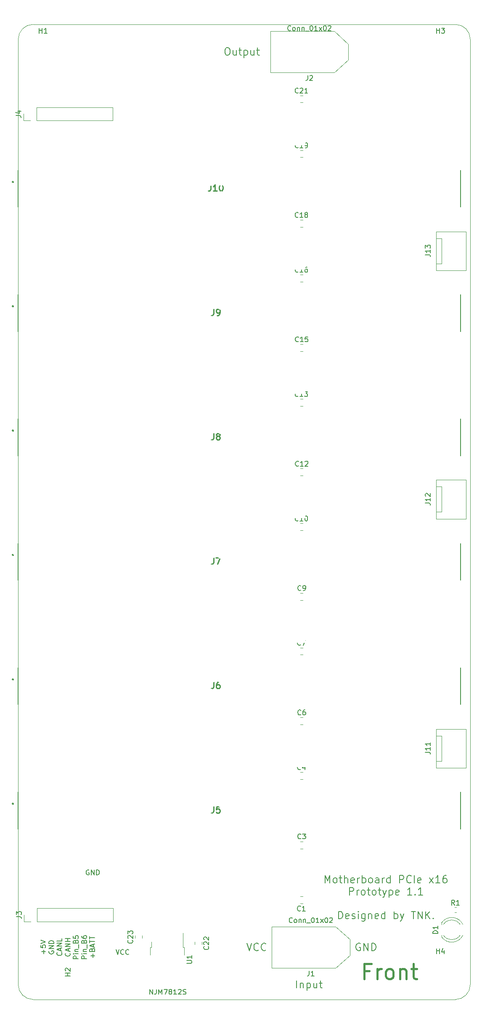
<source format=gto>
G04 #@! TF.GenerationSoftware,KiCad,Pcbnew,(5.1.5)-3*
G04 #@! TF.CreationDate,2020-02-02T15:47:31+09:00*
G04 #@! TF.ProjectId,MotherBoard_PCIe,4d6f7468-6572-4426-9f61-72645f504349,rev?*
G04 #@! TF.SameCoordinates,Original*
G04 #@! TF.FileFunction,Legend,Top*
G04 #@! TF.FilePolarity,Positive*
%FSLAX46Y46*%
G04 Gerber Fmt 4.6, Leading zero omitted, Abs format (unit mm)*
G04 Created by KiCad (PCBNEW (5.1.5)-3) date 2020-02-02 15:47:31*
%MOMM*%
%LPD*%
G04 APERTURE LIST*
%ADD10C,0.050000*%
%ADD11C,0.150000*%
%ADD12C,0.450000*%
%ADD13C,0.120000*%
%ADD14C,0.200000*%
%ADD15C,0.254000*%
%ADD16C,2.502000*%
%ADD17R,2.502000X2.502000*%
%ADD18C,0.100000*%
%ADD19O,2.132000X1.832000*%
%ADD20R,2.132000X1.832000*%
%ADD21R,5.902000X6.502000*%
%ADD22R,1.302000X2.302000*%
%ADD23C,1.382000*%
%ADD24R,1.802000X1.802000*%
%ADD25O,1.802000X1.802000*%
%ADD26C,6.102000*%
%ADD27C,3.302000*%
%ADD28C,1.902000*%
%ADD29R,1.902000X1.902000*%
G04 APERTURE END LIST*
D10*
X78000000Y-193000000D02*
G75*
G02X75000000Y-190000000I0J3000000D01*
G01*
X166000000Y-190000000D02*
G75*
G02X163000000Y-193000000I-3000000J0D01*
G01*
X75000000Y0D02*
G75*
G02X78000000Y3000000I3000000J0D01*
G01*
X163000000Y3000000D02*
G75*
G02X166000000Y0I0J-3000000D01*
G01*
D11*
X136750000Y-169578571D02*
X136750000Y-168078571D01*
X137250000Y-169150000D01*
X137750000Y-168078571D01*
X137750000Y-169578571D01*
X138678571Y-169578571D02*
X138535714Y-169507142D01*
X138464285Y-169435714D01*
X138392857Y-169292857D01*
X138392857Y-168864285D01*
X138464285Y-168721428D01*
X138535714Y-168650000D01*
X138678571Y-168578571D01*
X138892857Y-168578571D01*
X139035714Y-168650000D01*
X139107142Y-168721428D01*
X139178571Y-168864285D01*
X139178571Y-169292857D01*
X139107142Y-169435714D01*
X139035714Y-169507142D01*
X138892857Y-169578571D01*
X138678571Y-169578571D01*
X139607142Y-168578571D02*
X140178571Y-168578571D01*
X139821428Y-168078571D02*
X139821428Y-169364285D01*
X139892857Y-169507142D01*
X140035714Y-169578571D01*
X140178571Y-169578571D01*
X140678571Y-169578571D02*
X140678571Y-168078571D01*
X141321428Y-169578571D02*
X141321428Y-168792857D01*
X141250000Y-168650000D01*
X141107142Y-168578571D01*
X140892857Y-168578571D01*
X140750000Y-168650000D01*
X140678571Y-168721428D01*
X142607142Y-169507142D02*
X142464285Y-169578571D01*
X142178571Y-169578571D01*
X142035714Y-169507142D01*
X141964285Y-169364285D01*
X141964285Y-168792857D01*
X142035714Y-168650000D01*
X142178571Y-168578571D01*
X142464285Y-168578571D01*
X142607142Y-168650000D01*
X142678571Y-168792857D01*
X142678571Y-168935714D01*
X141964285Y-169078571D01*
X143321428Y-169578571D02*
X143321428Y-168578571D01*
X143321428Y-168864285D02*
X143392857Y-168721428D01*
X143464285Y-168650000D01*
X143607142Y-168578571D01*
X143750000Y-168578571D01*
X144250000Y-169578571D02*
X144250000Y-168078571D01*
X144250000Y-168650000D02*
X144392857Y-168578571D01*
X144678571Y-168578571D01*
X144821428Y-168650000D01*
X144892857Y-168721428D01*
X144964285Y-168864285D01*
X144964285Y-169292857D01*
X144892857Y-169435714D01*
X144821428Y-169507142D01*
X144678571Y-169578571D01*
X144392857Y-169578571D01*
X144250000Y-169507142D01*
X145821428Y-169578571D02*
X145678571Y-169507142D01*
X145607142Y-169435714D01*
X145535714Y-169292857D01*
X145535714Y-168864285D01*
X145607142Y-168721428D01*
X145678571Y-168650000D01*
X145821428Y-168578571D01*
X146035714Y-168578571D01*
X146178571Y-168650000D01*
X146250000Y-168721428D01*
X146321428Y-168864285D01*
X146321428Y-169292857D01*
X146250000Y-169435714D01*
X146178571Y-169507142D01*
X146035714Y-169578571D01*
X145821428Y-169578571D01*
X147607142Y-169578571D02*
X147607142Y-168792857D01*
X147535714Y-168650000D01*
X147392857Y-168578571D01*
X147107142Y-168578571D01*
X146964285Y-168650000D01*
X147607142Y-169507142D02*
X147464285Y-169578571D01*
X147107142Y-169578571D01*
X146964285Y-169507142D01*
X146892857Y-169364285D01*
X146892857Y-169221428D01*
X146964285Y-169078571D01*
X147107142Y-169007142D01*
X147464285Y-169007142D01*
X147607142Y-168935714D01*
X148321428Y-169578571D02*
X148321428Y-168578571D01*
X148321428Y-168864285D02*
X148392857Y-168721428D01*
X148464285Y-168650000D01*
X148607142Y-168578571D01*
X148750000Y-168578571D01*
X149892857Y-169578571D02*
X149892857Y-168078571D01*
X149892857Y-169507142D02*
X149750000Y-169578571D01*
X149464285Y-169578571D01*
X149321428Y-169507142D01*
X149250000Y-169435714D01*
X149178571Y-169292857D01*
X149178571Y-168864285D01*
X149250000Y-168721428D01*
X149321428Y-168650000D01*
X149464285Y-168578571D01*
X149750000Y-168578571D01*
X149892857Y-168650000D01*
X151750000Y-169578571D02*
X151750000Y-168078571D01*
X152321428Y-168078571D01*
X152464285Y-168150000D01*
X152535714Y-168221428D01*
X152607142Y-168364285D01*
X152607142Y-168578571D01*
X152535714Y-168721428D01*
X152464285Y-168792857D01*
X152321428Y-168864285D01*
X151750000Y-168864285D01*
X154107142Y-169435714D02*
X154035714Y-169507142D01*
X153821428Y-169578571D01*
X153678571Y-169578571D01*
X153464285Y-169507142D01*
X153321428Y-169364285D01*
X153250000Y-169221428D01*
X153178571Y-168935714D01*
X153178571Y-168721428D01*
X153250000Y-168435714D01*
X153321428Y-168292857D01*
X153464285Y-168150000D01*
X153678571Y-168078571D01*
X153821428Y-168078571D01*
X154035714Y-168150000D01*
X154107142Y-168221428D01*
X154750000Y-169578571D02*
X154750000Y-168078571D01*
X156035714Y-169507142D02*
X155892857Y-169578571D01*
X155607142Y-169578571D01*
X155464285Y-169507142D01*
X155392857Y-169364285D01*
X155392857Y-168792857D01*
X155464285Y-168650000D01*
X155607142Y-168578571D01*
X155892857Y-168578571D01*
X156035714Y-168650000D01*
X156107142Y-168792857D01*
X156107142Y-168935714D01*
X155392857Y-169078571D01*
X157750000Y-169578571D02*
X158535714Y-168578571D01*
X157750000Y-168578571D02*
X158535714Y-169578571D01*
X159892857Y-169578571D02*
X159035714Y-169578571D01*
X159464285Y-169578571D02*
X159464285Y-168078571D01*
X159321428Y-168292857D01*
X159178571Y-168435714D01*
X159035714Y-168507142D01*
X161178571Y-168078571D02*
X160892857Y-168078571D01*
X160750000Y-168150000D01*
X160678571Y-168221428D01*
X160535714Y-168435714D01*
X160464285Y-168721428D01*
X160464285Y-169292857D01*
X160535714Y-169435714D01*
X160607142Y-169507142D01*
X160750000Y-169578571D01*
X161035714Y-169578571D01*
X161178571Y-169507142D01*
X161250000Y-169435714D01*
X161321428Y-169292857D01*
X161321428Y-168935714D01*
X161250000Y-168792857D01*
X161178571Y-168721428D01*
X161035714Y-168650000D01*
X160750000Y-168650000D01*
X160607142Y-168721428D01*
X160535714Y-168792857D01*
X160464285Y-168935714D01*
X141678571Y-171978571D02*
X141678571Y-170478571D01*
X142250000Y-170478571D01*
X142392857Y-170550000D01*
X142464285Y-170621428D01*
X142535714Y-170764285D01*
X142535714Y-170978571D01*
X142464285Y-171121428D01*
X142392857Y-171192857D01*
X142250000Y-171264285D01*
X141678571Y-171264285D01*
X143178571Y-171978571D02*
X143178571Y-170978571D01*
X143178571Y-171264285D02*
X143250000Y-171121428D01*
X143321428Y-171050000D01*
X143464285Y-170978571D01*
X143607142Y-170978571D01*
X144321428Y-171978571D02*
X144178571Y-171907142D01*
X144107142Y-171835714D01*
X144035714Y-171692857D01*
X144035714Y-171264285D01*
X144107142Y-171121428D01*
X144178571Y-171050000D01*
X144321428Y-170978571D01*
X144535714Y-170978571D01*
X144678571Y-171050000D01*
X144750000Y-171121428D01*
X144821428Y-171264285D01*
X144821428Y-171692857D01*
X144750000Y-171835714D01*
X144678571Y-171907142D01*
X144535714Y-171978571D01*
X144321428Y-171978571D01*
X145250000Y-170978571D02*
X145821428Y-170978571D01*
X145464285Y-170478571D02*
X145464285Y-171764285D01*
X145535714Y-171907142D01*
X145678571Y-171978571D01*
X145821428Y-171978571D01*
X146535714Y-171978571D02*
X146392857Y-171907142D01*
X146321428Y-171835714D01*
X146250000Y-171692857D01*
X146250000Y-171264285D01*
X146321428Y-171121428D01*
X146392857Y-171050000D01*
X146535714Y-170978571D01*
X146750000Y-170978571D01*
X146892857Y-171050000D01*
X146964285Y-171121428D01*
X147035714Y-171264285D01*
X147035714Y-171692857D01*
X146964285Y-171835714D01*
X146892857Y-171907142D01*
X146750000Y-171978571D01*
X146535714Y-171978571D01*
X147464285Y-170978571D02*
X148035714Y-170978571D01*
X147678571Y-170478571D02*
X147678571Y-171764285D01*
X147750000Y-171907142D01*
X147892857Y-171978571D01*
X148035714Y-171978571D01*
X148392857Y-170978571D02*
X148750000Y-171978571D01*
X149107142Y-170978571D02*
X148750000Y-171978571D01*
X148607142Y-172335714D01*
X148535714Y-172407142D01*
X148392857Y-172478571D01*
X149678571Y-170978571D02*
X149678571Y-172478571D01*
X149678571Y-171050000D02*
X149821428Y-170978571D01*
X150107142Y-170978571D01*
X150250000Y-171050000D01*
X150321428Y-171121428D01*
X150392857Y-171264285D01*
X150392857Y-171692857D01*
X150321428Y-171835714D01*
X150250000Y-171907142D01*
X150107142Y-171978571D01*
X149821428Y-171978571D01*
X149678571Y-171907142D01*
X151607142Y-171907142D02*
X151464285Y-171978571D01*
X151178571Y-171978571D01*
X151035714Y-171907142D01*
X150964285Y-171764285D01*
X150964285Y-171192857D01*
X151035714Y-171050000D01*
X151178571Y-170978571D01*
X151464285Y-170978571D01*
X151607142Y-171050000D01*
X151678571Y-171192857D01*
X151678571Y-171335714D01*
X150964285Y-171478571D01*
X154250000Y-171978571D02*
X153392857Y-171978571D01*
X153821428Y-171978571D02*
X153821428Y-170478571D01*
X153678571Y-170692857D01*
X153535714Y-170835714D01*
X153392857Y-170907142D01*
X154892857Y-171835714D02*
X154964285Y-171907142D01*
X154892857Y-171978571D01*
X154821428Y-171907142D01*
X154892857Y-171835714D01*
X154892857Y-171978571D01*
X156392857Y-171978571D02*
X155535714Y-171978571D01*
X155964285Y-171978571D02*
X155964285Y-170478571D01*
X155821428Y-170692857D01*
X155678571Y-170835714D01*
X155535714Y-170907142D01*
X139464285Y-176778571D02*
X139464285Y-175278571D01*
X139821428Y-175278571D01*
X140035714Y-175350000D01*
X140178571Y-175492857D01*
X140250000Y-175635714D01*
X140321428Y-175921428D01*
X140321428Y-176135714D01*
X140250000Y-176421428D01*
X140178571Y-176564285D01*
X140035714Y-176707142D01*
X139821428Y-176778571D01*
X139464285Y-176778571D01*
X141535714Y-176707142D02*
X141392857Y-176778571D01*
X141107142Y-176778571D01*
X140964285Y-176707142D01*
X140892857Y-176564285D01*
X140892857Y-175992857D01*
X140964285Y-175850000D01*
X141107142Y-175778571D01*
X141392857Y-175778571D01*
X141535714Y-175850000D01*
X141607142Y-175992857D01*
X141607142Y-176135714D01*
X140892857Y-176278571D01*
X142178571Y-176707142D02*
X142321428Y-176778571D01*
X142607142Y-176778571D01*
X142750000Y-176707142D01*
X142821428Y-176564285D01*
X142821428Y-176492857D01*
X142750000Y-176350000D01*
X142607142Y-176278571D01*
X142392857Y-176278571D01*
X142250000Y-176207142D01*
X142178571Y-176064285D01*
X142178571Y-175992857D01*
X142250000Y-175850000D01*
X142392857Y-175778571D01*
X142607142Y-175778571D01*
X142750000Y-175850000D01*
X143464285Y-176778571D02*
X143464285Y-175778571D01*
X143464285Y-175278571D02*
X143392857Y-175350000D01*
X143464285Y-175421428D01*
X143535714Y-175350000D01*
X143464285Y-175278571D01*
X143464285Y-175421428D01*
X144821428Y-175778571D02*
X144821428Y-176992857D01*
X144750000Y-177135714D01*
X144678571Y-177207142D01*
X144535714Y-177278571D01*
X144321428Y-177278571D01*
X144178571Y-177207142D01*
X144821428Y-176707142D02*
X144678571Y-176778571D01*
X144392857Y-176778571D01*
X144250000Y-176707142D01*
X144178571Y-176635714D01*
X144107142Y-176492857D01*
X144107142Y-176064285D01*
X144178571Y-175921428D01*
X144250000Y-175850000D01*
X144392857Y-175778571D01*
X144678571Y-175778571D01*
X144821428Y-175850000D01*
X145535714Y-175778571D02*
X145535714Y-176778571D01*
X145535714Y-175921428D02*
X145607142Y-175850000D01*
X145750000Y-175778571D01*
X145964285Y-175778571D01*
X146107142Y-175850000D01*
X146178571Y-175992857D01*
X146178571Y-176778571D01*
X147464285Y-176707142D02*
X147321428Y-176778571D01*
X147035714Y-176778571D01*
X146892857Y-176707142D01*
X146821428Y-176564285D01*
X146821428Y-175992857D01*
X146892857Y-175850000D01*
X147035714Y-175778571D01*
X147321428Y-175778571D01*
X147464285Y-175850000D01*
X147535714Y-175992857D01*
X147535714Y-176135714D01*
X146821428Y-176278571D01*
X148821428Y-176778571D02*
X148821428Y-175278571D01*
X148821428Y-176707142D02*
X148678571Y-176778571D01*
X148392857Y-176778571D01*
X148250000Y-176707142D01*
X148178571Y-176635714D01*
X148107142Y-176492857D01*
X148107142Y-176064285D01*
X148178571Y-175921428D01*
X148250000Y-175850000D01*
X148392857Y-175778571D01*
X148678571Y-175778571D01*
X148821428Y-175850000D01*
X150678571Y-176778571D02*
X150678571Y-175278571D01*
X150678571Y-175850000D02*
X150821428Y-175778571D01*
X151107142Y-175778571D01*
X151250000Y-175850000D01*
X151321428Y-175921428D01*
X151392857Y-176064285D01*
X151392857Y-176492857D01*
X151321428Y-176635714D01*
X151250000Y-176707142D01*
X151107142Y-176778571D01*
X150821428Y-176778571D01*
X150678571Y-176707142D01*
X151892857Y-175778571D02*
X152250000Y-176778571D01*
X152607142Y-175778571D02*
X152250000Y-176778571D01*
X152107142Y-177135714D01*
X152035714Y-177207142D01*
X151892857Y-177278571D01*
X154107142Y-175278571D02*
X154964285Y-175278571D01*
X154535714Y-176778571D02*
X154535714Y-175278571D01*
X155464285Y-176778571D02*
X155464285Y-175278571D01*
X156321428Y-176778571D01*
X156321428Y-175278571D01*
X157035714Y-176778571D02*
X157035714Y-175278571D01*
X157892857Y-176778571D02*
X157250000Y-175921428D01*
X157892857Y-175278571D02*
X157035714Y-176135714D01*
X158535714Y-176635714D02*
X158607142Y-176707142D01*
X158535714Y-176778571D01*
X158464285Y-176707142D01*
X158535714Y-176635714D01*
X158535714Y-176778571D01*
X89238095Y-167000000D02*
X89142857Y-166952380D01*
X89000000Y-166952380D01*
X88857142Y-167000000D01*
X88761904Y-167095238D01*
X88714285Y-167190476D01*
X88666666Y-167380952D01*
X88666666Y-167523809D01*
X88714285Y-167714285D01*
X88761904Y-167809523D01*
X88857142Y-167904761D01*
X89000000Y-167952380D01*
X89095238Y-167952380D01*
X89238095Y-167904761D01*
X89285714Y-167857142D01*
X89285714Y-167523809D01*
X89095238Y-167523809D01*
X89714285Y-167952380D02*
X89714285Y-166952380D01*
X90285714Y-167952380D01*
X90285714Y-166952380D01*
X90761904Y-167952380D02*
X90761904Y-166952380D01*
X91000000Y-166952380D01*
X91142857Y-167000000D01*
X91238095Y-167095238D01*
X91285714Y-167190476D01*
X91333333Y-167380952D01*
X91333333Y-167523809D01*
X91285714Y-167714285D01*
X91238095Y-167809523D01*
X91142857Y-167904761D01*
X91000000Y-167952380D01*
X90761904Y-167952380D01*
X94666666Y-182952380D02*
X95000000Y-183952380D01*
X95333333Y-182952380D01*
X96238095Y-183857142D02*
X96190476Y-183904761D01*
X96047619Y-183952380D01*
X95952380Y-183952380D01*
X95809523Y-183904761D01*
X95714285Y-183809523D01*
X95666666Y-183714285D01*
X95619047Y-183523809D01*
X95619047Y-183380952D01*
X95666666Y-183190476D01*
X95714285Y-183095238D01*
X95809523Y-183000000D01*
X95952380Y-182952380D01*
X96047619Y-182952380D01*
X96190476Y-183000000D01*
X96238095Y-183047619D01*
X97238095Y-183857142D02*
X97190476Y-183904761D01*
X97047619Y-183952380D01*
X96952380Y-183952380D01*
X96809523Y-183904761D01*
X96714285Y-183809523D01*
X96666666Y-183714285D01*
X96619047Y-183523809D01*
X96619047Y-183380952D01*
X96666666Y-183190476D01*
X96714285Y-183095238D01*
X96809523Y-183000000D01*
X96952380Y-182952380D01*
X97047619Y-182952380D01*
X97190476Y-183000000D01*
X97238095Y-183047619D01*
X143857142Y-181750000D02*
X143714285Y-181678571D01*
X143500000Y-181678571D01*
X143285714Y-181750000D01*
X143142857Y-181892857D01*
X143071428Y-182035714D01*
X143000000Y-182321428D01*
X143000000Y-182535714D01*
X143071428Y-182821428D01*
X143142857Y-182964285D01*
X143285714Y-183107142D01*
X143500000Y-183178571D01*
X143642857Y-183178571D01*
X143857142Y-183107142D01*
X143928571Y-183035714D01*
X143928571Y-182535714D01*
X143642857Y-182535714D01*
X144571428Y-183178571D02*
X144571428Y-181678571D01*
X145428571Y-183178571D01*
X145428571Y-181678571D01*
X146142857Y-183178571D02*
X146142857Y-181678571D01*
X146500000Y-181678571D01*
X146714285Y-181750000D01*
X146857142Y-181892857D01*
X146928571Y-182035714D01*
X147000000Y-182321428D01*
X147000000Y-182535714D01*
X146928571Y-182821428D01*
X146857142Y-182964285D01*
X146714285Y-183107142D01*
X146500000Y-183178571D01*
X146142857Y-183178571D01*
X121000000Y-181678571D02*
X121500000Y-183178571D01*
X122000000Y-181678571D01*
X123357142Y-183035714D02*
X123285714Y-183107142D01*
X123071428Y-183178571D01*
X122928571Y-183178571D01*
X122714285Y-183107142D01*
X122571428Y-182964285D01*
X122500000Y-182821428D01*
X122428571Y-182535714D01*
X122428571Y-182321428D01*
X122500000Y-182035714D01*
X122571428Y-181892857D01*
X122714285Y-181750000D01*
X122928571Y-181678571D01*
X123071428Y-181678571D01*
X123285714Y-181750000D01*
X123357142Y-181821428D01*
X124857142Y-183035714D02*
X124785714Y-183107142D01*
X124571428Y-183178571D01*
X124428571Y-183178571D01*
X124214285Y-183107142D01*
X124071428Y-182964285D01*
X124000000Y-182821428D01*
X123928571Y-182535714D01*
X123928571Y-182321428D01*
X124000000Y-182035714D01*
X124071428Y-181892857D01*
X124214285Y-181750000D01*
X124428571Y-181678571D01*
X124571428Y-181678571D01*
X124785714Y-181750000D01*
X124857142Y-181821428D01*
X116964285Y-1678571D02*
X117250000Y-1678571D01*
X117392857Y-1750000D01*
X117535714Y-1892857D01*
X117607142Y-2178571D01*
X117607142Y-2678571D01*
X117535714Y-2964285D01*
X117392857Y-3107142D01*
X117250000Y-3178571D01*
X116964285Y-3178571D01*
X116821428Y-3107142D01*
X116678571Y-2964285D01*
X116607142Y-2678571D01*
X116607142Y-2178571D01*
X116678571Y-1892857D01*
X116821428Y-1750000D01*
X116964285Y-1678571D01*
X118892857Y-2178571D02*
X118892857Y-3178571D01*
X118250000Y-2178571D02*
X118250000Y-2964285D01*
X118321428Y-3107142D01*
X118464285Y-3178571D01*
X118678571Y-3178571D01*
X118821428Y-3107142D01*
X118892857Y-3035714D01*
X119392857Y-2178571D02*
X119964285Y-2178571D01*
X119607142Y-1678571D02*
X119607142Y-2964285D01*
X119678571Y-3107142D01*
X119821428Y-3178571D01*
X119964285Y-3178571D01*
X120464285Y-2178571D02*
X120464285Y-3678571D01*
X120464285Y-2250000D02*
X120607142Y-2178571D01*
X120892857Y-2178571D01*
X121035714Y-2250000D01*
X121107142Y-2321428D01*
X121178571Y-2464285D01*
X121178571Y-2892857D01*
X121107142Y-3035714D01*
X121035714Y-3107142D01*
X120892857Y-3178571D01*
X120607142Y-3178571D01*
X120464285Y-3107142D01*
X122464285Y-2178571D02*
X122464285Y-3178571D01*
X121821428Y-2178571D02*
X121821428Y-2964285D01*
X121892857Y-3107142D01*
X122035714Y-3178571D01*
X122250000Y-3178571D01*
X122392857Y-3107142D01*
X122464285Y-3035714D01*
X122964285Y-2178571D02*
X123535714Y-2178571D01*
X123178571Y-1678571D02*
X123178571Y-2964285D01*
X123250000Y-3107142D01*
X123392857Y-3178571D01*
X123535714Y-3178571D01*
X131035714Y-190678571D02*
X131035714Y-189178571D01*
X131750000Y-189678571D02*
X131750000Y-190678571D01*
X131750000Y-189821428D02*
X131821428Y-189750000D01*
X131964285Y-189678571D01*
X132178571Y-189678571D01*
X132321428Y-189750000D01*
X132392857Y-189892857D01*
X132392857Y-190678571D01*
X133107142Y-189678571D02*
X133107142Y-191178571D01*
X133107142Y-189750000D02*
X133250000Y-189678571D01*
X133535714Y-189678571D01*
X133678571Y-189750000D01*
X133750000Y-189821428D01*
X133821428Y-189964285D01*
X133821428Y-190392857D01*
X133750000Y-190535714D01*
X133678571Y-190607142D01*
X133535714Y-190678571D01*
X133250000Y-190678571D01*
X133107142Y-190607142D01*
X135107142Y-189678571D02*
X135107142Y-190678571D01*
X134464285Y-189678571D02*
X134464285Y-190464285D01*
X134535714Y-190607142D01*
X134678571Y-190678571D01*
X134892857Y-190678571D01*
X135035714Y-190607142D01*
X135107142Y-190535714D01*
X135607142Y-189678571D02*
X136178571Y-189678571D01*
X135821428Y-189178571D02*
X135821428Y-190464285D01*
X135892857Y-190607142D01*
X136035714Y-190678571D01*
X136178571Y-190678571D01*
X80121428Y-183785714D02*
X80121428Y-183023809D01*
X80502380Y-183404761D02*
X79740476Y-183404761D01*
X79502380Y-182071428D02*
X79502380Y-182547619D01*
X79978571Y-182595238D01*
X79930952Y-182547619D01*
X79883333Y-182452380D01*
X79883333Y-182214285D01*
X79930952Y-182119047D01*
X79978571Y-182071428D01*
X80073809Y-182023809D01*
X80311904Y-182023809D01*
X80407142Y-182071428D01*
X80454761Y-182119047D01*
X80502380Y-182214285D01*
X80502380Y-182452380D01*
X80454761Y-182547619D01*
X80407142Y-182595238D01*
X79502380Y-181738095D02*
X80502380Y-181404761D01*
X79502380Y-181071428D01*
X81200000Y-183261904D02*
X81152380Y-183357142D01*
X81152380Y-183500000D01*
X81200000Y-183642857D01*
X81295238Y-183738095D01*
X81390476Y-183785714D01*
X81580952Y-183833333D01*
X81723809Y-183833333D01*
X81914285Y-183785714D01*
X82009523Y-183738095D01*
X82104761Y-183642857D01*
X82152380Y-183500000D01*
X82152380Y-183404761D01*
X82104761Y-183261904D01*
X82057142Y-183214285D01*
X81723809Y-183214285D01*
X81723809Y-183404761D01*
X82152380Y-182785714D02*
X81152380Y-182785714D01*
X82152380Y-182214285D01*
X81152380Y-182214285D01*
X82152380Y-181738095D02*
X81152380Y-181738095D01*
X81152380Y-181500000D01*
X81200000Y-181357142D01*
X81295238Y-181261904D01*
X81390476Y-181214285D01*
X81580952Y-181166666D01*
X81723809Y-181166666D01*
X81914285Y-181214285D01*
X82009523Y-181261904D01*
X82104761Y-181357142D01*
X82152380Y-181500000D01*
X82152380Y-181738095D01*
X83707142Y-183547619D02*
X83754761Y-183595238D01*
X83802380Y-183738095D01*
X83802380Y-183833333D01*
X83754761Y-183976190D01*
X83659523Y-184071428D01*
X83564285Y-184119047D01*
X83373809Y-184166666D01*
X83230952Y-184166666D01*
X83040476Y-184119047D01*
X82945238Y-184071428D01*
X82850000Y-183976190D01*
X82802380Y-183833333D01*
X82802380Y-183738095D01*
X82850000Y-183595238D01*
X82897619Y-183547619D01*
X83516666Y-183166666D02*
X83516666Y-182690476D01*
X83802380Y-183261904D02*
X82802380Y-182928571D01*
X83802380Y-182595238D01*
X83802380Y-182261904D02*
X82802380Y-182261904D01*
X83802380Y-181690476D01*
X82802380Y-181690476D01*
X83802380Y-180738095D02*
X83802380Y-181214285D01*
X82802380Y-181214285D01*
X85357142Y-183666666D02*
X85404761Y-183714285D01*
X85452380Y-183857142D01*
X85452380Y-183952380D01*
X85404761Y-184095238D01*
X85309523Y-184190476D01*
X85214285Y-184238095D01*
X85023809Y-184285714D01*
X84880952Y-184285714D01*
X84690476Y-184238095D01*
X84595238Y-184190476D01*
X84500000Y-184095238D01*
X84452380Y-183952380D01*
X84452380Y-183857142D01*
X84500000Y-183714285D01*
X84547619Y-183666666D01*
X85166666Y-183285714D02*
X85166666Y-182809523D01*
X85452380Y-183380952D02*
X84452380Y-183047619D01*
X85452380Y-182714285D01*
X85452380Y-182380952D02*
X84452380Y-182380952D01*
X85452380Y-181809523D01*
X84452380Y-181809523D01*
X85452380Y-181333333D02*
X84452380Y-181333333D01*
X84928571Y-181333333D02*
X84928571Y-180761904D01*
X85452380Y-180761904D02*
X84452380Y-180761904D01*
X87102380Y-184809523D02*
X86102380Y-184809523D01*
X86102380Y-184428571D01*
X86150000Y-184333333D01*
X86197619Y-184285714D01*
X86292857Y-184238095D01*
X86435714Y-184238095D01*
X86530952Y-184285714D01*
X86578571Y-184333333D01*
X86626190Y-184428571D01*
X86626190Y-184809523D01*
X87102380Y-183809523D02*
X86435714Y-183809523D01*
X86102380Y-183809523D02*
X86150000Y-183857142D01*
X86197619Y-183809523D01*
X86150000Y-183761904D01*
X86102380Y-183809523D01*
X86197619Y-183809523D01*
X86435714Y-183333333D02*
X87102380Y-183333333D01*
X86530952Y-183333333D02*
X86483333Y-183285714D01*
X86435714Y-183190476D01*
X86435714Y-183047619D01*
X86483333Y-182952380D01*
X86578571Y-182904761D01*
X87102380Y-182904761D01*
X87197619Y-182666666D02*
X87197619Y-181904761D01*
X86578571Y-181333333D02*
X86626190Y-181190476D01*
X86673809Y-181142857D01*
X86769047Y-181095238D01*
X86911904Y-181095238D01*
X87007142Y-181142857D01*
X87054761Y-181190476D01*
X87102380Y-181285714D01*
X87102380Y-181666666D01*
X86102380Y-181666666D01*
X86102380Y-181333333D01*
X86150000Y-181238095D01*
X86197619Y-181190476D01*
X86292857Y-181142857D01*
X86388095Y-181142857D01*
X86483333Y-181190476D01*
X86530952Y-181238095D01*
X86578571Y-181333333D01*
X86578571Y-181666666D01*
X86102380Y-180190476D02*
X86102380Y-180666666D01*
X86578571Y-180714285D01*
X86530952Y-180666666D01*
X86483333Y-180571428D01*
X86483333Y-180333333D01*
X86530952Y-180238095D01*
X86578571Y-180190476D01*
X86673809Y-180142857D01*
X86911904Y-180142857D01*
X87007142Y-180190476D01*
X87054761Y-180238095D01*
X87102380Y-180333333D01*
X87102380Y-180571428D01*
X87054761Y-180666666D01*
X87007142Y-180714285D01*
X88752380Y-184809523D02*
X87752380Y-184809523D01*
X87752380Y-184428571D01*
X87800000Y-184333333D01*
X87847619Y-184285714D01*
X87942857Y-184238095D01*
X88085714Y-184238095D01*
X88180952Y-184285714D01*
X88228571Y-184333333D01*
X88276190Y-184428571D01*
X88276190Y-184809523D01*
X88752380Y-183809523D02*
X88085714Y-183809523D01*
X87752380Y-183809523D02*
X87800000Y-183857142D01*
X87847619Y-183809523D01*
X87800000Y-183761904D01*
X87752380Y-183809523D01*
X87847619Y-183809523D01*
X88085714Y-183333333D02*
X88752380Y-183333333D01*
X88180952Y-183333333D02*
X88133333Y-183285714D01*
X88085714Y-183190476D01*
X88085714Y-183047619D01*
X88133333Y-182952380D01*
X88228571Y-182904761D01*
X88752380Y-182904761D01*
X88847619Y-182666666D02*
X88847619Y-181904761D01*
X88228571Y-181333333D02*
X88276190Y-181190476D01*
X88323809Y-181142857D01*
X88419047Y-181095238D01*
X88561904Y-181095238D01*
X88657142Y-181142857D01*
X88704761Y-181190476D01*
X88752380Y-181285714D01*
X88752380Y-181666666D01*
X87752380Y-181666666D01*
X87752380Y-181333333D01*
X87800000Y-181238095D01*
X87847619Y-181190476D01*
X87942857Y-181142857D01*
X88038095Y-181142857D01*
X88133333Y-181190476D01*
X88180952Y-181238095D01*
X88228571Y-181333333D01*
X88228571Y-181666666D01*
X87752380Y-180238095D02*
X87752380Y-180428571D01*
X87800000Y-180523809D01*
X87847619Y-180571428D01*
X87990476Y-180666666D01*
X88180952Y-180714285D01*
X88561904Y-180714285D01*
X88657142Y-180666666D01*
X88704761Y-180619047D01*
X88752380Y-180523809D01*
X88752380Y-180333333D01*
X88704761Y-180238095D01*
X88657142Y-180190476D01*
X88561904Y-180142857D01*
X88323809Y-180142857D01*
X88228571Y-180190476D01*
X88180952Y-180238095D01*
X88133333Y-180333333D01*
X88133333Y-180523809D01*
X88180952Y-180619047D01*
X88228571Y-180666666D01*
X88323809Y-180714285D01*
X90021428Y-184571428D02*
X90021428Y-183809523D01*
X90402380Y-184190476D02*
X89640476Y-184190476D01*
X89878571Y-183000000D02*
X89926190Y-182857142D01*
X89973809Y-182809523D01*
X90069047Y-182761904D01*
X90211904Y-182761904D01*
X90307142Y-182809523D01*
X90354761Y-182857142D01*
X90402380Y-182952380D01*
X90402380Y-183333333D01*
X89402380Y-183333333D01*
X89402380Y-183000000D01*
X89450000Y-182904761D01*
X89497619Y-182857142D01*
X89592857Y-182809523D01*
X89688095Y-182809523D01*
X89783333Y-182857142D01*
X89830952Y-182904761D01*
X89878571Y-183000000D01*
X89878571Y-183333333D01*
X90116666Y-182380952D02*
X90116666Y-181904761D01*
X90402380Y-182476190D02*
X89402380Y-182142857D01*
X90402380Y-181809523D01*
X89402380Y-181619047D02*
X89402380Y-181047619D01*
X90402380Y-181333333D02*
X89402380Y-181333333D01*
X89402380Y-180857142D02*
X89402380Y-180285714D01*
X90402380Y-180571428D02*
X89402380Y-180571428D01*
D12*
X145678571Y-187285714D02*
X144678571Y-187285714D01*
X144678571Y-188857142D02*
X144678571Y-185857142D01*
X146107142Y-185857142D01*
X147250000Y-188857142D02*
X147250000Y-186857142D01*
X147250000Y-187428571D02*
X147392857Y-187142857D01*
X147535714Y-187000000D01*
X147821428Y-186857142D01*
X148107142Y-186857142D01*
X149535714Y-188857142D02*
X149250000Y-188714285D01*
X149107142Y-188571428D01*
X148964285Y-188285714D01*
X148964285Y-187428571D01*
X149107142Y-187142857D01*
X149250000Y-187000000D01*
X149535714Y-186857142D01*
X149964285Y-186857142D01*
X150250000Y-187000000D01*
X150392857Y-187142857D01*
X150535714Y-187428571D01*
X150535714Y-188285714D01*
X150392857Y-188571428D01*
X150250000Y-188714285D01*
X149964285Y-188857142D01*
X149535714Y-188857142D01*
X151821428Y-186857142D02*
X151821428Y-188857142D01*
X151821428Y-187142857D02*
X151964285Y-187000000D01*
X152250000Y-186857142D01*
X152678571Y-186857142D01*
X152964285Y-187000000D01*
X153107142Y-187285714D01*
X153107142Y-188857142D01*
X154107142Y-186857142D02*
X155250000Y-186857142D01*
X154535714Y-185857142D02*
X154535714Y-188428571D01*
X154678571Y-188714285D01*
X154964285Y-188857142D01*
X155250000Y-188857142D01*
D10*
X78000000Y3000000D02*
X163000000Y3000000D01*
X75000000Y-190000000D02*
X75000000Y0D01*
X163000000Y-193000000D02*
X78000000Y-193000000D01*
X166000000Y0D02*
X166000000Y-190000000D01*
D13*
X131741422Y-23710000D02*
X132258578Y-23710000D01*
X131741422Y-22290000D02*
X132258578Y-22290000D01*
X131741422Y-48710000D02*
X132258578Y-48710000D01*
X131741422Y-47290000D02*
X132258578Y-47290000D01*
X131741422Y-73710000D02*
X132258578Y-73710000D01*
X131741422Y-72290000D02*
X132258578Y-72290000D01*
X131741422Y-98710000D02*
X132258578Y-98710000D01*
X131741422Y-97290000D02*
X132258578Y-97290000D01*
X131741422Y-123710000D02*
X132258578Y-123710000D01*
X131741422Y-122290000D02*
X132258578Y-122290000D01*
X131741422Y-148710000D02*
X132258578Y-148710000D01*
X131741422Y-147290000D02*
X132258578Y-147290000D01*
X131741422Y-173710000D02*
X132258578Y-173710000D01*
X131741422Y-172290000D02*
X132258578Y-172290000D01*
X160210000Y-45080000D02*
X159200000Y-45080000D01*
X160210000Y-40000000D02*
X160210000Y-45080000D01*
X159200000Y-40000000D02*
X160210000Y-40000000D01*
X159100000Y-46450000D02*
X159100000Y-38650000D01*
X165150000Y-46450000D02*
X159100000Y-46450000D01*
X165150000Y-38650000D02*
X165150000Y-46450000D01*
X159100000Y-38650000D02*
X165150000Y-38650000D01*
X101795000Y-182505000D02*
X101795000Y-181405000D01*
X101525000Y-182505000D02*
X101795000Y-182505000D01*
X101525000Y-184005000D02*
X101525000Y-182505000D01*
X108155000Y-182505000D02*
X108155000Y-179675000D01*
X108425000Y-182505000D02*
X108155000Y-182505000D01*
X108425000Y-184005000D02*
X108425000Y-182505000D01*
X99960000Y-180696078D02*
X99960000Y-180178922D01*
X98540000Y-180696078D02*
X98540000Y-180178922D01*
X110540000Y-181428922D02*
X110540000Y-181946078D01*
X111960000Y-181428922D02*
X111960000Y-181946078D01*
X160210000Y-95000000D02*
X159200000Y-95000000D01*
X160210000Y-89920000D02*
X160210000Y-95000000D01*
X159200000Y-89920000D02*
X160210000Y-89920000D01*
X159100000Y-96370000D02*
X159100000Y-88570000D01*
X165150000Y-96370000D02*
X159100000Y-96370000D01*
X165150000Y-88570000D02*
X165150000Y-96370000D01*
X159100000Y-88570000D02*
X165150000Y-88570000D01*
X159100000Y-138650000D02*
X165150000Y-138650000D01*
X165150000Y-138650000D02*
X165150000Y-146450000D01*
X165150000Y-146450000D02*
X159100000Y-146450000D01*
X159100000Y-146450000D02*
X159100000Y-138650000D01*
X159200000Y-140000000D02*
X160210000Y-140000000D01*
X160210000Y-140000000D02*
X160210000Y-145080000D01*
X160210000Y-145080000D02*
X159200000Y-145080000D01*
X131803922Y-162710000D02*
X132321078Y-162710000D01*
X131803922Y-161290000D02*
X132321078Y-161290000D01*
X131741422Y-37710000D02*
X132258578Y-37710000D01*
X131741422Y-36290000D02*
X132258578Y-36290000D01*
X131803922Y-62710000D02*
X132321078Y-62710000D01*
X131803922Y-61290000D02*
X132321078Y-61290000D01*
X131803922Y-87710000D02*
X132321078Y-87710000D01*
X131803922Y-86290000D02*
X132321078Y-86290000D01*
X131803922Y-112710000D02*
X132321078Y-112710000D01*
X131803922Y-111290000D02*
X132321078Y-111290000D01*
X131803922Y-137710000D02*
X132321078Y-137710000D01*
X131803922Y-136290000D02*
X132321078Y-136290000D01*
X162828733Y-175510000D02*
X163171267Y-175510000D01*
X162828733Y-174490000D02*
X163171267Y-174490000D01*
D14*
X74062330Y-128640000D02*
G75*
G03X74062330Y-128640000I-160330J0D01*
G01*
X74054060Y-128762000D02*
G75*
G03X74054060Y-128762000I-42060J0D01*
G01*
X164000000Y-126300000D02*
X164000000Y-133700000D01*
X75000000Y-126300000D02*
X75000000Y-133700000D01*
X74062330Y-153640000D02*
G75*
G03X74062330Y-153640000I-160330J0D01*
G01*
X74054060Y-153762000D02*
G75*
G03X74054060Y-153762000I-42060J0D01*
G01*
X164000000Y-151300000D02*
X164000000Y-158700000D01*
X75000000Y-151300000D02*
X75000000Y-158700000D01*
D13*
X93990000Y-16330000D02*
X93990000Y-13670000D01*
X78690000Y-16330000D02*
X93990000Y-16330000D01*
X78690000Y-13670000D02*
X93990000Y-13670000D01*
X78690000Y-16330000D02*
X78690000Y-13670000D01*
X77420000Y-16330000D02*
X76090000Y-16330000D01*
X76090000Y-16330000D02*
X76090000Y-15000000D01*
X76170000Y-177330000D02*
X76170000Y-176000000D01*
X77500000Y-177330000D02*
X76170000Y-177330000D01*
X78770000Y-177330000D02*
X78770000Y-174670000D01*
X78770000Y-174670000D02*
X94070000Y-174670000D01*
X78770000Y-177330000D02*
X94070000Y-177330000D01*
X94070000Y-177330000D02*
X94070000Y-174670000D01*
X141450000Y-950000D02*
X138600000Y1650000D01*
X138600000Y-6650000D02*
X141450000Y-4100000D01*
X125750000Y1650000D02*
X125750000Y-6650000D01*
X138600000Y1650000D02*
X125750000Y1650000D01*
X141450000Y-4100000D02*
X141450000Y-950000D01*
X125750000Y-6650000D02*
X138600000Y-6650000D01*
X126050000Y-186650000D02*
X138900000Y-186650000D01*
X141750000Y-184100000D02*
X141750000Y-180950000D01*
X138900000Y-178350000D02*
X126050000Y-178350000D01*
X126050000Y-178350000D02*
X126050000Y-186650000D01*
X138900000Y-186650000D02*
X141750000Y-184100000D01*
X141750000Y-180950000D02*
X138900000Y-178350000D01*
X160210000Y-180080000D02*
X160210000Y-180399000D01*
X160210000Y-177601000D02*
X160210000Y-177920000D01*
X163952713Y-180080961D02*
G75*
G02X160586670Y-180080000I-1682713J1080961D01*
G01*
X163952713Y-177919039D02*
G75*
G03X160586670Y-177920000I-1682713J-1080961D01*
G01*
X164513242Y-180080724D02*
G75*
G02X160210000Y-180398749I-2243242J1080724D01*
G01*
X164513242Y-177919276D02*
G75*
G03X160210000Y-177601251I-2243242J-1080724D01*
G01*
X131741422Y-12710000D02*
X132258578Y-12710000D01*
X131741422Y-11290000D02*
X132258578Y-11290000D01*
D14*
X74062330Y-28640000D02*
G75*
G03X74062330Y-28640000I-160330J0D01*
G01*
X74054060Y-28762000D02*
G75*
G03X74054060Y-28762000I-42060J0D01*
G01*
X164000000Y-26300000D02*
X164000000Y-33700000D01*
X75000000Y-26300000D02*
X75000000Y-33700000D01*
X74062330Y-53640000D02*
G75*
G03X74062330Y-53640000I-160330J0D01*
G01*
X74054060Y-53762000D02*
G75*
G03X74054060Y-53762000I-42060J0D01*
G01*
X164000000Y-51300000D02*
X164000000Y-58700000D01*
X75000000Y-51300000D02*
X75000000Y-58700000D01*
X74062330Y-78640000D02*
G75*
G03X74062330Y-78640000I-160330J0D01*
G01*
X74054060Y-78762000D02*
G75*
G03X74054060Y-78762000I-42060J0D01*
G01*
X164000000Y-76300000D02*
X164000000Y-83700000D01*
X75000000Y-76300000D02*
X75000000Y-83700000D01*
X74062330Y-103640000D02*
G75*
G03X74062330Y-103640000I-160330J0D01*
G01*
X74054060Y-103762000D02*
G75*
G03X74054060Y-103762000I-42060J0D01*
G01*
X164000000Y-101300000D02*
X164000000Y-108700000D01*
X75000000Y-101300000D02*
X75000000Y-108700000D01*
D11*
X131357142Y-21707142D02*
X131309523Y-21754761D01*
X131166666Y-21802380D01*
X131071428Y-21802380D01*
X130928571Y-21754761D01*
X130833333Y-21659523D01*
X130785714Y-21564285D01*
X130738095Y-21373809D01*
X130738095Y-21230952D01*
X130785714Y-21040476D01*
X130833333Y-20945238D01*
X130928571Y-20850000D01*
X131071428Y-20802380D01*
X131166666Y-20802380D01*
X131309523Y-20850000D01*
X131357142Y-20897619D01*
X132309523Y-21802380D02*
X131738095Y-21802380D01*
X132023809Y-21802380D02*
X132023809Y-20802380D01*
X131928571Y-20945238D01*
X131833333Y-21040476D01*
X131738095Y-21088095D01*
X132785714Y-21802380D02*
X132976190Y-21802380D01*
X133071428Y-21754761D01*
X133119047Y-21707142D01*
X133214285Y-21564285D01*
X133261904Y-21373809D01*
X133261904Y-20992857D01*
X133214285Y-20897619D01*
X133166666Y-20850000D01*
X133071428Y-20802380D01*
X132880952Y-20802380D01*
X132785714Y-20850000D01*
X132738095Y-20897619D01*
X132690476Y-20992857D01*
X132690476Y-21230952D01*
X132738095Y-21326190D01*
X132785714Y-21373809D01*
X132880952Y-21421428D01*
X133071428Y-21421428D01*
X133166666Y-21373809D01*
X133214285Y-21326190D01*
X133261904Y-21230952D01*
X131357142Y-46707142D02*
X131309523Y-46754761D01*
X131166666Y-46802380D01*
X131071428Y-46802380D01*
X130928571Y-46754761D01*
X130833333Y-46659523D01*
X130785714Y-46564285D01*
X130738095Y-46373809D01*
X130738095Y-46230952D01*
X130785714Y-46040476D01*
X130833333Y-45945238D01*
X130928571Y-45850000D01*
X131071428Y-45802380D01*
X131166666Y-45802380D01*
X131309523Y-45850000D01*
X131357142Y-45897619D01*
X132309523Y-46802380D02*
X131738095Y-46802380D01*
X132023809Y-46802380D02*
X132023809Y-45802380D01*
X131928571Y-45945238D01*
X131833333Y-46040476D01*
X131738095Y-46088095D01*
X133166666Y-45802380D02*
X132976190Y-45802380D01*
X132880952Y-45850000D01*
X132833333Y-45897619D01*
X132738095Y-46040476D01*
X132690476Y-46230952D01*
X132690476Y-46611904D01*
X132738095Y-46707142D01*
X132785714Y-46754761D01*
X132880952Y-46802380D01*
X133071428Y-46802380D01*
X133166666Y-46754761D01*
X133214285Y-46707142D01*
X133261904Y-46611904D01*
X133261904Y-46373809D01*
X133214285Y-46278571D01*
X133166666Y-46230952D01*
X133071428Y-46183333D01*
X132880952Y-46183333D01*
X132785714Y-46230952D01*
X132738095Y-46278571D01*
X132690476Y-46373809D01*
X131357142Y-71707142D02*
X131309523Y-71754761D01*
X131166666Y-71802380D01*
X131071428Y-71802380D01*
X130928571Y-71754761D01*
X130833333Y-71659523D01*
X130785714Y-71564285D01*
X130738095Y-71373809D01*
X130738095Y-71230952D01*
X130785714Y-71040476D01*
X130833333Y-70945238D01*
X130928571Y-70850000D01*
X131071428Y-70802380D01*
X131166666Y-70802380D01*
X131309523Y-70850000D01*
X131357142Y-70897619D01*
X132309523Y-71802380D02*
X131738095Y-71802380D01*
X132023809Y-71802380D02*
X132023809Y-70802380D01*
X131928571Y-70945238D01*
X131833333Y-71040476D01*
X131738095Y-71088095D01*
X132642857Y-70802380D02*
X133261904Y-70802380D01*
X132928571Y-71183333D01*
X133071428Y-71183333D01*
X133166666Y-71230952D01*
X133214285Y-71278571D01*
X133261904Y-71373809D01*
X133261904Y-71611904D01*
X133214285Y-71707142D01*
X133166666Y-71754761D01*
X133071428Y-71802380D01*
X132785714Y-71802380D01*
X132690476Y-71754761D01*
X132642857Y-71707142D01*
X131357142Y-96707142D02*
X131309523Y-96754761D01*
X131166666Y-96802380D01*
X131071428Y-96802380D01*
X130928571Y-96754761D01*
X130833333Y-96659523D01*
X130785714Y-96564285D01*
X130738095Y-96373809D01*
X130738095Y-96230952D01*
X130785714Y-96040476D01*
X130833333Y-95945238D01*
X130928571Y-95850000D01*
X131071428Y-95802380D01*
X131166666Y-95802380D01*
X131309523Y-95850000D01*
X131357142Y-95897619D01*
X132309523Y-96802380D02*
X131738095Y-96802380D01*
X132023809Y-96802380D02*
X132023809Y-95802380D01*
X131928571Y-95945238D01*
X131833333Y-96040476D01*
X131738095Y-96088095D01*
X132928571Y-95802380D02*
X133023809Y-95802380D01*
X133119047Y-95850000D01*
X133166666Y-95897619D01*
X133214285Y-95992857D01*
X133261904Y-96183333D01*
X133261904Y-96421428D01*
X133214285Y-96611904D01*
X133166666Y-96707142D01*
X133119047Y-96754761D01*
X133023809Y-96802380D01*
X132928571Y-96802380D01*
X132833333Y-96754761D01*
X132785714Y-96707142D01*
X132738095Y-96611904D01*
X132690476Y-96421428D01*
X132690476Y-96183333D01*
X132738095Y-95992857D01*
X132785714Y-95897619D01*
X132833333Y-95850000D01*
X132928571Y-95802380D01*
X131833333Y-121707142D02*
X131785714Y-121754761D01*
X131642857Y-121802380D01*
X131547619Y-121802380D01*
X131404761Y-121754761D01*
X131309523Y-121659523D01*
X131261904Y-121564285D01*
X131214285Y-121373809D01*
X131214285Y-121230952D01*
X131261904Y-121040476D01*
X131309523Y-120945238D01*
X131404761Y-120850000D01*
X131547619Y-120802380D01*
X131642857Y-120802380D01*
X131785714Y-120850000D01*
X131833333Y-120897619D01*
X132166666Y-120802380D02*
X132833333Y-120802380D01*
X132404761Y-121802380D01*
X131833333Y-146707142D02*
X131785714Y-146754761D01*
X131642857Y-146802380D01*
X131547619Y-146802380D01*
X131404761Y-146754761D01*
X131309523Y-146659523D01*
X131261904Y-146564285D01*
X131214285Y-146373809D01*
X131214285Y-146230952D01*
X131261904Y-146040476D01*
X131309523Y-145945238D01*
X131404761Y-145850000D01*
X131547619Y-145802380D01*
X131642857Y-145802380D01*
X131785714Y-145850000D01*
X131833333Y-145897619D01*
X132690476Y-146135714D02*
X132690476Y-146802380D01*
X132452380Y-145754761D02*
X132214285Y-146469047D01*
X132833333Y-146469047D01*
X131833333Y-175107142D02*
X131785714Y-175154761D01*
X131642857Y-175202380D01*
X131547619Y-175202380D01*
X131404761Y-175154761D01*
X131309523Y-175059523D01*
X131261904Y-174964285D01*
X131214285Y-174773809D01*
X131214285Y-174630952D01*
X131261904Y-174440476D01*
X131309523Y-174345238D01*
X131404761Y-174250000D01*
X131547619Y-174202380D01*
X131642857Y-174202380D01*
X131785714Y-174250000D01*
X131833333Y-174297619D01*
X132785714Y-175202380D02*
X132214285Y-175202380D01*
X132500000Y-175202380D02*
X132500000Y-174202380D01*
X132404761Y-174345238D01*
X132309523Y-174440476D01*
X132214285Y-174488095D01*
X156952380Y-43309523D02*
X157666666Y-43309523D01*
X157809523Y-43357142D01*
X157904761Y-43452380D01*
X157952380Y-43595238D01*
X157952380Y-43690476D01*
X157952380Y-42309523D02*
X157952380Y-42880952D01*
X157952380Y-42595238D02*
X156952380Y-42595238D01*
X157095238Y-42690476D01*
X157190476Y-42785714D01*
X157238095Y-42880952D01*
X156952380Y-41976190D02*
X156952380Y-41357142D01*
X157333333Y-41690476D01*
X157333333Y-41547619D01*
X157380952Y-41452380D01*
X157428571Y-41404761D01*
X157523809Y-41357142D01*
X157761904Y-41357142D01*
X157857142Y-41404761D01*
X157904761Y-41452380D01*
X157952380Y-41547619D01*
X157952380Y-41833333D01*
X157904761Y-41928571D01*
X157857142Y-41976190D01*
X108927380Y-185736904D02*
X109736904Y-185736904D01*
X109832142Y-185689285D01*
X109879761Y-185641666D01*
X109927380Y-185546428D01*
X109927380Y-185355952D01*
X109879761Y-185260714D01*
X109832142Y-185213095D01*
X109736904Y-185165476D01*
X108927380Y-185165476D01*
X109927380Y-184165476D02*
X109927380Y-184736904D01*
X109927380Y-184451190D02*
X108927380Y-184451190D01*
X109070238Y-184546428D01*
X109165476Y-184641666D01*
X109213095Y-184736904D01*
X101480952Y-191952380D02*
X101480952Y-190952380D01*
X102052380Y-191952380D01*
X102052380Y-190952380D01*
X102814285Y-190952380D02*
X102814285Y-191666666D01*
X102766666Y-191809523D01*
X102671428Y-191904761D01*
X102528571Y-191952380D01*
X102433333Y-191952380D01*
X103290476Y-191952380D02*
X103290476Y-190952380D01*
X103623809Y-191666666D01*
X103957142Y-190952380D01*
X103957142Y-191952380D01*
X104338095Y-190952380D02*
X105004761Y-190952380D01*
X104576190Y-191952380D01*
X105528571Y-191380952D02*
X105433333Y-191333333D01*
X105385714Y-191285714D01*
X105338095Y-191190476D01*
X105338095Y-191142857D01*
X105385714Y-191047619D01*
X105433333Y-191000000D01*
X105528571Y-190952380D01*
X105719047Y-190952380D01*
X105814285Y-191000000D01*
X105861904Y-191047619D01*
X105909523Y-191142857D01*
X105909523Y-191190476D01*
X105861904Y-191285714D01*
X105814285Y-191333333D01*
X105719047Y-191380952D01*
X105528571Y-191380952D01*
X105433333Y-191428571D01*
X105385714Y-191476190D01*
X105338095Y-191571428D01*
X105338095Y-191761904D01*
X105385714Y-191857142D01*
X105433333Y-191904761D01*
X105528571Y-191952380D01*
X105719047Y-191952380D01*
X105814285Y-191904761D01*
X105861904Y-191857142D01*
X105909523Y-191761904D01*
X105909523Y-191571428D01*
X105861904Y-191476190D01*
X105814285Y-191428571D01*
X105719047Y-191380952D01*
X106861904Y-191952380D02*
X106290476Y-191952380D01*
X106576190Y-191952380D02*
X106576190Y-190952380D01*
X106480952Y-191095238D01*
X106385714Y-191190476D01*
X106290476Y-191238095D01*
X107242857Y-191047619D02*
X107290476Y-191000000D01*
X107385714Y-190952380D01*
X107623809Y-190952380D01*
X107719047Y-191000000D01*
X107766666Y-191047619D01*
X107814285Y-191142857D01*
X107814285Y-191238095D01*
X107766666Y-191380952D01*
X107195238Y-191952380D01*
X107814285Y-191952380D01*
X108195238Y-191904761D02*
X108338095Y-191952380D01*
X108576190Y-191952380D01*
X108671428Y-191904761D01*
X108719047Y-191857142D01*
X108766666Y-191761904D01*
X108766666Y-191666666D01*
X108719047Y-191571428D01*
X108671428Y-191523809D01*
X108576190Y-191476190D01*
X108385714Y-191428571D01*
X108290476Y-191380952D01*
X108242857Y-191333333D01*
X108195238Y-191238095D01*
X108195238Y-191142857D01*
X108242857Y-191047619D01*
X108290476Y-191000000D01*
X108385714Y-190952380D01*
X108623809Y-190952380D01*
X108766666Y-191000000D01*
X97957142Y-181080357D02*
X98004761Y-181127976D01*
X98052380Y-181270833D01*
X98052380Y-181366071D01*
X98004761Y-181508928D01*
X97909523Y-181604166D01*
X97814285Y-181651785D01*
X97623809Y-181699404D01*
X97480952Y-181699404D01*
X97290476Y-181651785D01*
X97195238Y-181604166D01*
X97100000Y-181508928D01*
X97052380Y-181366071D01*
X97052380Y-181270833D01*
X97100000Y-181127976D01*
X97147619Y-181080357D01*
X97147619Y-180699404D02*
X97100000Y-180651785D01*
X97052380Y-180556547D01*
X97052380Y-180318452D01*
X97100000Y-180223214D01*
X97147619Y-180175595D01*
X97242857Y-180127976D01*
X97338095Y-180127976D01*
X97480952Y-180175595D01*
X98052380Y-180747023D01*
X98052380Y-180127976D01*
X97052380Y-179794642D02*
X97052380Y-179175595D01*
X97433333Y-179508928D01*
X97433333Y-179366071D01*
X97480952Y-179270833D01*
X97528571Y-179223214D01*
X97623809Y-179175595D01*
X97861904Y-179175595D01*
X97957142Y-179223214D01*
X98004761Y-179270833D01*
X98052380Y-179366071D01*
X98052380Y-179651785D01*
X98004761Y-179747023D01*
X97957142Y-179794642D01*
X113257142Y-182330357D02*
X113304761Y-182377976D01*
X113352380Y-182520833D01*
X113352380Y-182616071D01*
X113304761Y-182758928D01*
X113209523Y-182854166D01*
X113114285Y-182901785D01*
X112923809Y-182949404D01*
X112780952Y-182949404D01*
X112590476Y-182901785D01*
X112495238Y-182854166D01*
X112400000Y-182758928D01*
X112352380Y-182616071D01*
X112352380Y-182520833D01*
X112400000Y-182377976D01*
X112447619Y-182330357D01*
X112447619Y-181949404D02*
X112400000Y-181901785D01*
X112352380Y-181806547D01*
X112352380Y-181568452D01*
X112400000Y-181473214D01*
X112447619Y-181425595D01*
X112542857Y-181377976D01*
X112638095Y-181377976D01*
X112780952Y-181425595D01*
X113352380Y-181997023D01*
X113352380Y-181377976D01*
X112447619Y-180997023D02*
X112400000Y-180949404D01*
X112352380Y-180854166D01*
X112352380Y-180616071D01*
X112400000Y-180520833D01*
X112447619Y-180473214D01*
X112542857Y-180425595D01*
X112638095Y-180425595D01*
X112780952Y-180473214D01*
X113352380Y-181044642D01*
X113352380Y-180425595D01*
X156952380Y-93229523D02*
X157666666Y-93229523D01*
X157809523Y-93277142D01*
X157904761Y-93372380D01*
X157952380Y-93515238D01*
X157952380Y-93610476D01*
X157952380Y-92229523D02*
X157952380Y-92800952D01*
X157952380Y-92515238D02*
X156952380Y-92515238D01*
X157095238Y-92610476D01*
X157190476Y-92705714D01*
X157238095Y-92800952D01*
X157047619Y-91848571D02*
X157000000Y-91800952D01*
X156952380Y-91705714D01*
X156952380Y-91467619D01*
X157000000Y-91372380D01*
X157047619Y-91324761D01*
X157142857Y-91277142D01*
X157238095Y-91277142D01*
X157380952Y-91324761D01*
X157952380Y-91896190D01*
X157952380Y-91277142D01*
X156952380Y-143309523D02*
X157666666Y-143309523D01*
X157809523Y-143357142D01*
X157904761Y-143452380D01*
X157952380Y-143595238D01*
X157952380Y-143690476D01*
X157952380Y-142309523D02*
X157952380Y-142880952D01*
X157952380Y-142595238D02*
X156952380Y-142595238D01*
X157095238Y-142690476D01*
X157190476Y-142785714D01*
X157238095Y-142880952D01*
X157952380Y-141357142D02*
X157952380Y-141928571D01*
X157952380Y-141642857D02*
X156952380Y-141642857D01*
X157095238Y-141738095D01*
X157190476Y-141833333D01*
X157238095Y-141928571D01*
X131895833Y-160607142D02*
X131848214Y-160654761D01*
X131705357Y-160702380D01*
X131610119Y-160702380D01*
X131467261Y-160654761D01*
X131372023Y-160559523D01*
X131324404Y-160464285D01*
X131276785Y-160273809D01*
X131276785Y-160130952D01*
X131324404Y-159940476D01*
X131372023Y-159845238D01*
X131467261Y-159750000D01*
X131610119Y-159702380D01*
X131705357Y-159702380D01*
X131848214Y-159750000D01*
X131895833Y-159797619D01*
X132229166Y-159702380D02*
X132848214Y-159702380D01*
X132514880Y-160083333D01*
X132657738Y-160083333D01*
X132752976Y-160130952D01*
X132800595Y-160178571D01*
X132848214Y-160273809D01*
X132848214Y-160511904D01*
X132800595Y-160607142D01*
X132752976Y-160654761D01*
X132657738Y-160702380D01*
X132372023Y-160702380D01*
X132276785Y-160654761D01*
X132229166Y-160607142D01*
X131357142Y-35707142D02*
X131309523Y-35754761D01*
X131166666Y-35802380D01*
X131071428Y-35802380D01*
X130928571Y-35754761D01*
X130833333Y-35659523D01*
X130785714Y-35564285D01*
X130738095Y-35373809D01*
X130738095Y-35230952D01*
X130785714Y-35040476D01*
X130833333Y-34945238D01*
X130928571Y-34850000D01*
X131071428Y-34802380D01*
X131166666Y-34802380D01*
X131309523Y-34850000D01*
X131357142Y-34897619D01*
X132309523Y-35802380D02*
X131738095Y-35802380D01*
X132023809Y-35802380D02*
X132023809Y-34802380D01*
X131928571Y-34945238D01*
X131833333Y-35040476D01*
X131738095Y-35088095D01*
X132880952Y-35230952D02*
X132785714Y-35183333D01*
X132738095Y-35135714D01*
X132690476Y-35040476D01*
X132690476Y-34992857D01*
X132738095Y-34897619D01*
X132785714Y-34850000D01*
X132880952Y-34802380D01*
X133071428Y-34802380D01*
X133166666Y-34850000D01*
X133214285Y-34897619D01*
X133261904Y-34992857D01*
X133261904Y-35040476D01*
X133214285Y-35135714D01*
X133166666Y-35183333D01*
X133071428Y-35230952D01*
X132880952Y-35230952D01*
X132785714Y-35278571D01*
X132738095Y-35326190D01*
X132690476Y-35421428D01*
X132690476Y-35611904D01*
X132738095Y-35707142D01*
X132785714Y-35754761D01*
X132880952Y-35802380D01*
X133071428Y-35802380D01*
X133166666Y-35754761D01*
X133214285Y-35707142D01*
X133261904Y-35611904D01*
X133261904Y-35421428D01*
X133214285Y-35326190D01*
X133166666Y-35278571D01*
X133071428Y-35230952D01*
X131419642Y-60707142D02*
X131372023Y-60754761D01*
X131229166Y-60802380D01*
X131133928Y-60802380D01*
X130991071Y-60754761D01*
X130895833Y-60659523D01*
X130848214Y-60564285D01*
X130800595Y-60373809D01*
X130800595Y-60230952D01*
X130848214Y-60040476D01*
X130895833Y-59945238D01*
X130991071Y-59850000D01*
X131133928Y-59802380D01*
X131229166Y-59802380D01*
X131372023Y-59850000D01*
X131419642Y-59897619D01*
X132372023Y-60802380D02*
X131800595Y-60802380D01*
X132086309Y-60802380D02*
X132086309Y-59802380D01*
X131991071Y-59945238D01*
X131895833Y-60040476D01*
X131800595Y-60088095D01*
X133276785Y-59802380D02*
X132800595Y-59802380D01*
X132752976Y-60278571D01*
X132800595Y-60230952D01*
X132895833Y-60183333D01*
X133133928Y-60183333D01*
X133229166Y-60230952D01*
X133276785Y-60278571D01*
X133324404Y-60373809D01*
X133324404Y-60611904D01*
X133276785Y-60707142D01*
X133229166Y-60754761D01*
X133133928Y-60802380D01*
X132895833Y-60802380D01*
X132800595Y-60754761D01*
X132752976Y-60707142D01*
X131419642Y-85707142D02*
X131372023Y-85754761D01*
X131229166Y-85802380D01*
X131133928Y-85802380D01*
X130991071Y-85754761D01*
X130895833Y-85659523D01*
X130848214Y-85564285D01*
X130800595Y-85373809D01*
X130800595Y-85230952D01*
X130848214Y-85040476D01*
X130895833Y-84945238D01*
X130991071Y-84850000D01*
X131133928Y-84802380D01*
X131229166Y-84802380D01*
X131372023Y-84850000D01*
X131419642Y-84897619D01*
X132372023Y-85802380D02*
X131800595Y-85802380D01*
X132086309Y-85802380D02*
X132086309Y-84802380D01*
X131991071Y-84945238D01*
X131895833Y-85040476D01*
X131800595Y-85088095D01*
X132752976Y-84897619D02*
X132800595Y-84850000D01*
X132895833Y-84802380D01*
X133133928Y-84802380D01*
X133229166Y-84850000D01*
X133276785Y-84897619D01*
X133324404Y-84992857D01*
X133324404Y-85088095D01*
X133276785Y-85230952D01*
X132705357Y-85802380D01*
X133324404Y-85802380D01*
X131895833Y-110707142D02*
X131848214Y-110754761D01*
X131705357Y-110802380D01*
X131610119Y-110802380D01*
X131467261Y-110754761D01*
X131372023Y-110659523D01*
X131324404Y-110564285D01*
X131276785Y-110373809D01*
X131276785Y-110230952D01*
X131324404Y-110040476D01*
X131372023Y-109945238D01*
X131467261Y-109850000D01*
X131610119Y-109802380D01*
X131705357Y-109802380D01*
X131848214Y-109850000D01*
X131895833Y-109897619D01*
X132372023Y-110802380D02*
X132562500Y-110802380D01*
X132657738Y-110754761D01*
X132705357Y-110707142D01*
X132800595Y-110564285D01*
X132848214Y-110373809D01*
X132848214Y-109992857D01*
X132800595Y-109897619D01*
X132752976Y-109850000D01*
X132657738Y-109802380D01*
X132467261Y-109802380D01*
X132372023Y-109850000D01*
X132324404Y-109897619D01*
X132276785Y-109992857D01*
X132276785Y-110230952D01*
X132324404Y-110326190D01*
X132372023Y-110373809D01*
X132467261Y-110421428D01*
X132657738Y-110421428D01*
X132752976Y-110373809D01*
X132800595Y-110326190D01*
X132848214Y-110230952D01*
X131895833Y-135707142D02*
X131848214Y-135754761D01*
X131705357Y-135802380D01*
X131610119Y-135802380D01*
X131467261Y-135754761D01*
X131372023Y-135659523D01*
X131324404Y-135564285D01*
X131276785Y-135373809D01*
X131276785Y-135230952D01*
X131324404Y-135040476D01*
X131372023Y-134945238D01*
X131467261Y-134850000D01*
X131610119Y-134802380D01*
X131705357Y-134802380D01*
X131848214Y-134850000D01*
X131895833Y-134897619D01*
X132752976Y-134802380D02*
X132562500Y-134802380D01*
X132467261Y-134850000D01*
X132419642Y-134897619D01*
X132324404Y-135040476D01*
X132276785Y-135230952D01*
X132276785Y-135611904D01*
X132324404Y-135707142D01*
X132372023Y-135754761D01*
X132467261Y-135802380D01*
X132657738Y-135802380D01*
X132752976Y-135754761D01*
X132800595Y-135707142D01*
X132848214Y-135611904D01*
X132848214Y-135373809D01*
X132800595Y-135278571D01*
X132752976Y-135230952D01*
X132657738Y-135183333D01*
X132467261Y-135183333D01*
X132372023Y-135230952D01*
X132324404Y-135278571D01*
X132276785Y-135373809D01*
X162833333Y-174022380D02*
X162500000Y-173546190D01*
X162261904Y-174022380D02*
X162261904Y-173022380D01*
X162642857Y-173022380D01*
X162738095Y-173070000D01*
X162785714Y-173117619D01*
X162833333Y-173212857D01*
X162833333Y-173355714D01*
X162785714Y-173450952D01*
X162738095Y-173498571D01*
X162642857Y-173546190D01*
X162261904Y-173546190D01*
X163785714Y-174022380D02*
X163214285Y-174022380D01*
X163500000Y-174022380D02*
X163500000Y-173022380D01*
X163404761Y-173165238D01*
X163309523Y-173260476D01*
X163214285Y-173308095D01*
D15*
X114316666Y-129207523D02*
X114316666Y-130114666D01*
X114256190Y-130296095D01*
X114135238Y-130417047D01*
X113953809Y-130477523D01*
X113832857Y-130477523D01*
X115465714Y-129207523D02*
X115223809Y-129207523D01*
X115102857Y-129268000D01*
X115042380Y-129328476D01*
X114921428Y-129509904D01*
X114860952Y-129751809D01*
X114860952Y-130235619D01*
X114921428Y-130356571D01*
X114981904Y-130417047D01*
X115102857Y-130477523D01*
X115344761Y-130477523D01*
X115465714Y-130417047D01*
X115526190Y-130356571D01*
X115586666Y-130235619D01*
X115586666Y-129933238D01*
X115526190Y-129812285D01*
X115465714Y-129751809D01*
X115344761Y-129691333D01*
X115102857Y-129691333D01*
X114981904Y-129751809D01*
X114921428Y-129812285D01*
X114860952Y-129933238D01*
X114316666Y-154207523D02*
X114316666Y-155114666D01*
X114256190Y-155296095D01*
X114135238Y-155417047D01*
X113953809Y-155477523D01*
X113832857Y-155477523D01*
X115526190Y-154207523D02*
X114921428Y-154207523D01*
X114860952Y-154812285D01*
X114921428Y-154751809D01*
X115042380Y-154691333D01*
X115344761Y-154691333D01*
X115465714Y-154751809D01*
X115526190Y-154812285D01*
X115586666Y-154933238D01*
X115586666Y-155235619D01*
X115526190Y-155356571D01*
X115465714Y-155417047D01*
X115344761Y-155477523D01*
X115042380Y-155477523D01*
X114921428Y-155417047D01*
X114860952Y-155356571D01*
D11*
X74542380Y-15333333D02*
X75256666Y-15333333D01*
X75399523Y-15380952D01*
X75494761Y-15476190D01*
X75542380Y-15619047D01*
X75542380Y-15714285D01*
X74875714Y-14428571D02*
X75542380Y-14428571D01*
X74494761Y-14666666D02*
X75209047Y-14904761D01*
X75209047Y-14285714D01*
X74622380Y-176333333D02*
X75336666Y-176333333D01*
X75479523Y-176380952D01*
X75574761Y-176476190D01*
X75622380Y-176619047D01*
X75622380Y-176714285D01*
X74622380Y-175952380D02*
X74622380Y-175333333D01*
X75003333Y-175666666D01*
X75003333Y-175523809D01*
X75050952Y-175428571D01*
X75098571Y-175380952D01*
X75193809Y-175333333D01*
X75431904Y-175333333D01*
X75527142Y-175380952D01*
X75574761Y-175428571D01*
X75622380Y-175523809D01*
X75622380Y-175809523D01*
X75574761Y-175904761D01*
X75527142Y-175952380D01*
X133266666Y-7252380D02*
X133266666Y-7966666D01*
X133219047Y-8109523D01*
X133123809Y-8204761D01*
X132980952Y-8252380D01*
X132885714Y-8252380D01*
X133695238Y-7347619D02*
X133742857Y-7300000D01*
X133838095Y-7252380D01*
X134076190Y-7252380D01*
X134171428Y-7300000D01*
X134219047Y-7347619D01*
X134266666Y-7442857D01*
X134266666Y-7538095D01*
X134219047Y-7680952D01*
X133647619Y-8252380D01*
X134266666Y-8252380D01*
X129861904Y1842857D02*
X129814285Y1795238D01*
X129671428Y1747619D01*
X129576190Y1747619D01*
X129433333Y1795238D01*
X129338095Y1890476D01*
X129290476Y1985714D01*
X129242857Y2176190D01*
X129242857Y2319047D01*
X129290476Y2509523D01*
X129338095Y2604761D01*
X129433333Y2700000D01*
X129576190Y2747619D01*
X129671428Y2747619D01*
X129814285Y2700000D01*
X129861904Y2652380D01*
X130433333Y1747619D02*
X130338095Y1795238D01*
X130290476Y1842857D01*
X130242857Y1938095D01*
X130242857Y2223809D01*
X130290476Y2319047D01*
X130338095Y2366666D01*
X130433333Y2414285D01*
X130576190Y2414285D01*
X130671428Y2366666D01*
X130719047Y2319047D01*
X130766666Y2223809D01*
X130766666Y1938095D01*
X130719047Y1842857D01*
X130671428Y1795238D01*
X130576190Y1747619D01*
X130433333Y1747619D01*
X131195238Y2414285D02*
X131195238Y1747619D01*
X131195238Y2319047D02*
X131242857Y2366666D01*
X131338095Y2414285D01*
X131480952Y2414285D01*
X131576190Y2366666D01*
X131623809Y2271428D01*
X131623809Y1747619D01*
X132100000Y2414285D02*
X132100000Y1747619D01*
X132100000Y2319047D02*
X132147619Y2366666D01*
X132242857Y2414285D01*
X132385714Y2414285D01*
X132480952Y2366666D01*
X132528571Y2271428D01*
X132528571Y1747619D01*
X132766666Y1652380D02*
X133528571Y1652380D01*
X133957142Y2747619D02*
X134052380Y2747619D01*
X134147619Y2700000D01*
X134195238Y2652380D01*
X134242857Y2557142D01*
X134290476Y2366666D01*
X134290476Y2128571D01*
X134242857Y1938095D01*
X134195238Y1842857D01*
X134147619Y1795238D01*
X134052380Y1747619D01*
X133957142Y1747619D01*
X133861904Y1795238D01*
X133814285Y1842857D01*
X133766666Y1938095D01*
X133719047Y2128571D01*
X133719047Y2366666D01*
X133766666Y2557142D01*
X133814285Y2652380D01*
X133861904Y2700000D01*
X133957142Y2747619D01*
X135242857Y1747619D02*
X134671428Y1747619D01*
X134957142Y1747619D02*
X134957142Y2747619D01*
X134861904Y2604761D01*
X134766666Y2509523D01*
X134671428Y2461904D01*
X135576190Y1747619D02*
X136100000Y2414285D01*
X135576190Y2414285D02*
X136100000Y1747619D01*
X136671428Y2747619D02*
X136766666Y2747619D01*
X136861904Y2700000D01*
X136909523Y2652380D01*
X136957142Y2557142D01*
X137004761Y2366666D01*
X137004761Y2128571D01*
X136957142Y1938095D01*
X136909523Y1842857D01*
X136861904Y1795238D01*
X136766666Y1747619D01*
X136671428Y1747619D01*
X136576190Y1795238D01*
X136528571Y1842857D01*
X136480952Y1938095D01*
X136433333Y2128571D01*
X136433333Y2366666D01*
X136480952Y2557142D01*
X136528571Y2652380D01*
X136576190Y2700000D01*
X136671428Y2747619D01*
X137385714Y2652380D02*
X137433333Y2700000D01*
X137528571Y2747619D01*
X137766666Y2747619D01*
X137861904Y2700000D01*
X137909523Y2652380D01*
X137957142Y2557142D01*
X137957142Y2461904D01*
X137909523Y2319047D01*
X137338095Y1747619D01*
X137957142Y1747619D01*
X133566666Y-187252380D02*
X133566666Y-187966666D01*
X133519047Y-188109523D01*
X133423809Y-188204761D01*
X133280952Y-188252380D01*
X133185714Y-188252380D01*
X134566666Y-188252380D02*
X133995238Y-188252380D01*
X134280952Y-188252380D02*
X134280952Y-187252380D01*
X134185714Y-187395238D01*
X134090476Y-187490476D01*
X133995238Y-187538095D01*
X130161904Y-177457142D02*
X130114285Y-177504761D01*
X129971428Y-177552380D01*
X129876190Y-177552380D01*
X129733333Y-177504761D01*
X129638095Y-177409523D01*
X129590476Y-177314285D01*
X129542857Y-177123809D01*
X129542857Y-176980952D01*
X129590476Y-176790476D01*
X129638095Y-176695238D01*
X129733333Y-176600000D01*
X129876190Y-176552380D01*
X129971428Y-176552380D01*
X130114285Y-176600000D01*
X130161904Y-176647619D01*
X130733333Y-177552380D02*
X130638095Y-177504761D01*
X130590476Y-177457142D01*
X130542857Y-177361904D01*
X130542857Y-177076190D01*
X130590476Y-176980952D01*
X130638095Y-176933333D01*
X130733333Y-176885714D01*
X130876190Y-176885714D01*
X130971428Y-176933333D01*
X131019047Y-176980952D01*
X131066666Y-177076190D01*
X131066666Y-177361904D01*
X131019047Y-177457142D01*
X130971428Y-177504761D01*
X130876190Y-177552380D01*
X130733333Y-177552380D01*
X131495238Y-176885714D02*
X131495238Y-177552380D01*
X131495238Y-176980952D02*
X131542857Y-176933333D01*
X131638095Y-176885714D01*
X131780952Y-176885714D01*
X131876190Y-176933333D01*
X131923809Y-177028571D01*
X131923809Y-177552380D01*
X132400000Y-176885714D02*
X132400000Y-177552380D01*
X132400000Y-176980952D02*
X132447619Y-176933333D01*
X132542857Y-176885714D01*
X132685714Y-176885714D01*
X132780952Y-176933333D01*
X132828571Y-177028571D01*
X132828571Y-177552380D01*
X133066666Y-177647619D02*
X133828571Y-177647619D01*
X134257142Y-176552380D02*
X134352380Y-176552380D01*
X134447619Y-176600000D01*
X134495238Y-176647619D01*
X134542857Y-176742857D01*
X134590476Y-176933333D01*
X134590476Y-177171428D01*
X134542857Y-177361904D01*
X134495238Y-177457142D01*
X134447619Y-177504761D01*
X134352380Y-177552380D01*
X134257142Y-177552380D01*
X134161904Y-177504761D01*
X134114285Y-177457142D01*
X134066666Y-177361904D01*
X134019047Y-177171428D01*
X134019047Y-176933333D01*
X134066666Y-176742857D01*
X134114285Y-176647619D01*
X134161904Y-176600000D01*
X134257142Y-176552380D01*
X135542857Y-177552380D02*
X134971428Y-177552380D01*
X135257142Y-177552380D02*
X135257142Y-176552380D01*
X135161904Y-176695238D01*
X135066666Y-176790476D01*
X134971428Y-176838095D01*
X135876190Y-177552380D02*
X136400000Y-176885714D01*
X135876190Y-176885714D02*
X136400000Y-177552380D01*
X136971428Y-176552380D02*
X137066666Y-176552380D01*
X137161904Y-176600000D01*
X137209523Y-176647619D01*
X137257142Y-176742857D01*
X137304761Y-176933333D01*
X137304761Y-177171428D01*
X137257142Y-177361904D01*
X137209523Y-177457142D01*
X137161904Y-177504761D01*
X137066666Y-177552380D01*
X136971428Y-177552380D01*
X136876190Y-177504761D01*
X136828571Y-177457142D01*
X136780952Y-177361904D01*
X136733333Y-177171428D01*
X136733333Y-176933333D01*
X136780952Y-176742857D01*
X136828571Y-176647619D01*
X136876190Y-176600000D01*
X136971428Y-176552380D01*
X137685714Y-176647619D02*
X137733333Y-176600000D01*
X137828571Y-176552380D01*
X138066666Y-176552380D01*
X138161904Y-176600000D01*
X138209523Y-176647619D01*
X138257142Y-176742857D01*
X138257142Y-176838095D01*
X138209523Y-176980952D01*
X137638095Y-177552380D01*
X138257142Y-177552380D01*
X159238095Y-183752380D02*
X159238095Y-182752380D01*
X159238095Y-183228571D02*
X159809523Y-183228571D01*
X159809523Y-183752380D02*
X159809523Y-182752380D01*
X160714285Y-183085714D02*
X160714285Y-183752380D01*
X160476190Y-182704761D02*
X160238095Y-183419047D01*
X160857142Y-183419047D01*
X159238095Y1247619D02*
X159238095Y2247619D01*
X159238095Y1771428D02*
X159809523Y1771428D01*
X159809523Y1247619D02*
X159809523Y2247619D01*
X160190476Y2247619D02*
X160809523Y2247619D01*
X160476190Y1866666D01*
X160619047Y1866666D01*
X160714285Y1819047D01*
X160761904Y1771428D01*
X160809523Y1676190D01*
X160809523Y1438095D01*
X160761904Y1342857D01*
X160714285Y1295238D01*
X160619047Y1247619D01*
X160333333Y1247619D01*
X160238095Y1295238D01*
X160190476Y1342857D01*
X85452380Y-188261904D02*
X84452380Y-188261904D01*
X84928571Y-188261904D02*
X84928571Y-187690476D01*
X85452380Y-187690476D02*
X84452380Y-187690476D01*
X84547619Y-187261904D02*
X84500000Y-187214285D01*
X84452380Y-187119047D01*
X84452380Y-186880952D01*
X84500000Y-186785714D01*
X84547619Y-186738095D01*
X84642857Y-186690476D01*
X84738095Y-186690476D01*
X84880952Y-186738095D01*
X85452380Y-187309523D01*
X85452380Y-186690476D01*
X79238095Y1247619D02*
X79238095Y2247619D01*
X79238095Y1771428D02*
X79809523Y1771428D01*
X79809523Y1247619D02*
X79809523Y2247619D01*
X80809523Y1247619D02*
X80238095Y1247619D01*
X80523809Y1247619D02*
X80523809Y2247619D01*
X80428571Y2104761D01*
X80333333Y2009523D01*
X80238095Y1961904D01*
X159452380Y-179738095D02*
X158452380Y-179738095D01*
X158452380Y-179500000D01*
X158500000Y-179357142D01*
X158595238Y-179261904D01*
X158690476Y-179214285D01*
X158880952Y-179166666D01*
X159023809Y-179166666D01*
X159214285Y-179214285D01*
X159309523Y-179261904D01*
X159404761Y-179357142D01*
X159452380Y-179500000D01*
X159452380Y-179738095D01*
X159452380Y-178214285D02*
X159452380Y-178785714D01*
X159452380Y-178500000D02*
X158452380Y-178500000D01*
X158595238Y-178595238D01*
X158690476Y-178690476D01*
X158738095Y-178785714D01*
X131357142Y-10707142D02*
X131309523Y-10754761D01*
X131166666Y-10802380D01*
X131071428Y-10802380D01*
X130928571Y-10754761D01*
X130833333Y-10659523D01*
X130785714Y-10564285D01*
X130738095Y-10373809D01*
X130738095Y-10230952D01*
X130785714Y-10040476D01*
X130833333Y-9945238D01*
X130928571Y-9850000D01*
X131071428Y-9802380D01*
X131166666Y-9802380D01*
X131309523Y-9850000D01*
X131357142Y-9897619D01*
X131738095Y-9897619D02*
X131785714Y-9850000D01*
X131880952Y-9802380D01*
X132119047Y-9802380D01*
X132214285Y-9850000D01*
X132261904Y-9897619D01*
X132309523Y-9992857D01*
X132309523Y-10088095D01*
X132261904Y-10230952D01*
X131690476Y-10802380D01*
X132309523Y-10802380D01*
X133261904Y-10802380D02*
X132690476Y-10802380D01*
X132976190Y-10802380D02*
X132976190Y-9802380D01*
X132880952Y-9945238D01*
X132785714Y-10040476D01*
X132690476Y-10088095D01*
D15*
X113711904Y-29207523D02*
X113711904Y-30114666D01*
X113651428Y-30296095D01*
X113530476Y-30417047D01*
X113349047Y-30477523D01*
X113228095Y-30477523D01*
X114981904Y-30477523D02*
X114256190Y-30477523D01*
X114619047Y-30477523D02*
X114619047Y-29207523D01*
X114498095Y-29388952D01*
X114377142Y-29509904D01*
X114256190Y-29570380D01*
X115768095Y-29207523D02*
X115889047Y-29207523D01*
X116010000Y-29268000D01*
X116070476Y-29328476D01*
X116130952Y-29449428D01*
X116191428Y-29691333D01*
X116191428Y-29993714D01*
X116130952Y-30235619D01*
X116070476Y-30356571D01*
X116010000Y-30417047D01*
X115889047Y-30477523D01*
X115768095Y-30477523D01*
X115647142Y-30417047D01*
X115586666Y-30356571D01*
X115526190Y-30235619D01*
X115465714Y-29993714D01*
X115465714Y-29691333D01*
X115526190Y-29449428D01*
X115586666Y-29328476D01*
X115647142Y-29268000D01*
X115768095Y-29207523D01*
X114316666Y-54207523D02*
X114316666Y-55114666D01*
X114256190Y-55296095D01*
X114135238Y-55417047D01*
X113953809Y-55477523D01*
X113832857Y-55477523D01*
X114981904Y-55477523D02*
X115223809Y-55477523D01*
X115344761Y-55417047D01*
X115405238Y-55356571D01*
X115526190Y-55175142D01*
X115586666Y-54933238D01*
X115586666Y-54449428D01*
X115526190Y-54328476D01*
X115465714Y-54268000D01*
X115344761Y-54207523D01*
X115102857Y-54207523D01*
X114981904Y-54268000D01*
X114921428Y-54328476D01*
X114860952Y-54449428D01*
X114860952Y-54751809D01*
X114921428Y-54872761D01*
X114981904Y-54933238D01*
X115102857Y-54993714D01*
X115344761Y-54993714D01*
X115465714Y-54933238D01*
X115526190Y-54872761D01*
X115586666Y-54751809D01*
X114316666Y-79207523D02*
X114316666Y-80114666D01*
X114256190Y-80296095D01*
X114135238Y-80417047D01*
X113953809Y-80477523D01*
X113832857Y-80477523D01*
X115102857Y-79751809D02*
X114981904Y-79691333D01*
X114921428Y-79630857D01*
X114860952Y-79509904D01*
X114860952Y-79449428D01*
X114921428Y-79328476D01*
X114981904Y-79268000D01*
X115102857Y-79207523D01*
X115344761Y-79207523D01*
X115465714Y-79268000D01*
X115526190Y-79328476D01*
X115586666Y-79449428D01*
X115586666Y-79509904D01*
X115526190Y-79630857D01*
X115465714Y-79691333D01*
X115344761Y-79751809D01*
X115102857Y-79751809D01*
X114981904Y-79812285D01*
X114921428Y-79872761D01*
X114860952Y-79993714D01*
X114860952Y-80235619D01*
X114921428Y-80356571D01*
X114981904Y-80417047D01*
X115102857Y-80477523D01*
X115344761Y-80477523D01*
X115465714Y-80417047D01*
X115526190Y-80356571D01*
X115586666Y-80235619D01*
X115586666Y-79993714D01*
X115526190Y-79872761D01*
X115465714Y-79812285D01*
X115344761Y-79751809D01*
X114316666Y-104207523D02*
X114316666Y-105114666D01*
X114256190Y-105296095D01*
X114135238Y-105417047D01*
X113953809Y-105477523D01*
X113832857Y-105477523D01*
X114800476Y-104207523D02*
X115647142Y-104207523D01*
X115102857Y-105477523D01*
%LPC*%
D16*
X131500000Y-15000000D03*
D17*
X131500000Y-20000000D03*
D18*
G36*
X133233141Y-22250297D02*
G01*
X133259278Y-22254174D01*
X133284909Y-22260594D01*
X133309788Y-22269495D01*
X133333674Y-22280793D01*
X133356337Y-22294377D01*
X133377560Y-22310117D01*
X133397139Y-22327861D01*
X133414883Y-22347440D01*
X133430623Y-22368663D01*
X133444207Y-22391326D01*
X133455505Y-22415212D01*
X133464406Y-22440091D01*
X133470826Y-22465722D01*
X133474703Y-22491859D01*
X133476000Y-22518250D01*
X133476000Y-23481750D01*
X133474703Y-23508141D01*
X133470826Y-23534278D01*
X133464406Y-23559909D01*
X133455505Y-23584788D01*
X133444207Y-23608674D01*
X133430623Y-23631337D01*
X133414883Y-23652560D01*
X133397139Y-23672139D01*
X133377560Y-23689883D01*
X133356337Y-23705623D01*
X133333674Y-23719207D01*
X133309788Y-23730505D01*
X133284909Y-23739406D01*
X133259278Y-23745826D01*
X133233141Y-23749703D01*
X133206750Y-23751000D01*
X132668250Y-23751000D01*
X132641859Y-23749703D01*
X132615722Y-23745826D01*
X132590091Y-23739406D01*
X132565212Y-23730505D01*
X132541326Y-23719207D01*
X132518663Y-23705623D01*
X132497440Y-23689883D01*
X132477861Y-23672139D01*
X132460117Y-23652560D01*
X132444377Y-23631337D01*
X132430793Y-23608674D01*
X132419495Y-23584788D01*
X132410594Y-23559909D01*
X132404174Y-23534278D01*
X132400297Y-23508141D01*
X132399000Y-23481750D01*
X132399000Y-22518250D01*
X132400297Y-22491859D01*
X132404174Y-22465722D01*
X132410594Y-22440091D01*
X132419495Y-22415212D01*
X132430793Y-22391326D01*
X132444377Y-22368663D01*
X132460117Y-22347440D01*
X132477861Y-22327861D01*
X132497440Y-22310117D01*
X132518663Y-22294377D01*
X132541326Y-22280793D01*
X132565212Y-22269495D01*
X132590091Y-22260594D01*
X132615722Y-22254174D01*
X132641859Y-22250297D01*
X132668250Y-22249000D01*
X133206750Y-22249000D01*
X133233141Y-22250297D01*
G37*
G36*
X131358141Y-22250297D02*
G01*
X131384278Y-22254174D01*
X131409909Y-22260594D01*
X131434788Y-22269495D01*
X131458674Y-22280793D01*
X131481337Y-22294377D01*
X131502560Y-22310117D01*
X131522139Y-22327861D01*
X131539883Y-22347440D01*
X131555623Y-22368663D01*
X131569207Y-22391326D01*
X131580505Y-22415212D01*
X131589406Y-22440091D01*
X131595826Y-22465722D01*
X131599703Y-22491859D01*
X131601000Y-22518250D01*
X131601000Y-23481750D01*
X131599703Y-23508141D01*
X131595826Y-23534278D01*
X131589406Y-23559909D01*
X131580505Y-23584788D01*
X131569207Y-23608674D01*
X131555623Y-23631337D01*
X131539883Y-23652560D01*
X131522139Y-23672139D01*
X131502560Y-23689883D01*
X131481337Y-23705623D01*
X131458674Y-23719207D01*
X131434788Y-23730505D01*
X131409909Y-23739406D01*
X131384278Y-23745826D01*
X131358141Y-23749703D01*
X131331750Y-23751000D01*
X130793250Y-23751000D01*
X130766859Y-23749703D01*
X130740722Y-23745826D01*
X130715091Y-23739406D01*
X130690212Y-23730505D01*
X130666326Y-23719207D01*
X130643663Y-23705623D01*
X130622440Y-23689883D01*
X130602861Y-23672139D01*
X130585117Y-23652560D01*
X130569377Y-23631337D01*
X130555793Y-23608674D01*
X130544495Y-23584788D01*
X130535594Y-23559909D01*
X130529174Y-23534278D01*
X130525297Y-23508141D01*
X130524000Y-23481750D01*
X130524000Y-22518250D01*
X130525297Y-22491859D01*
X130529174Y-22465722D01*
X130535594Y-22440091D01*
X130544495Y-22415212D01*
X130555793Y-22391326D01*
X130569377Y-22368663D01*
X130585117Y-22347440D01*
X130602861Y-22327861D01*
X130622440Y-22310117D01*
X130643663Y-22294377D01*
X130666326Y-22280793D01*
X130690212Y-22269495D01*
X130715091Y-22260594D01*
X130740722Y-22254174D01*
X130766859Y-22250297D01*
X130793250Y-22249000D01*
X131331750Y-22249000D01*
X131358141Y-22250297D01*
G37*
D16*
X131500000Y-40000000D03*
D17*
X131500000Y-45000000D03*
D18*
G36*
X133233141Y-47250297D02*
G01*
X133259278Y-47254174D01*
X133284909Y-47260594D01*
X133309788Y-47269495D01*
X133333674Y-47280793D01*
X133356337Y-47294377D01*
X133377560Y-47310117D01*
X133397139Y-47327861D01*
X133414883Y-47347440D01*
X133430623Y-47368663D01*
X133444207Y-47391326D01*
X133455505Y-47415212D01*
X133464406Y-47440091D01*
X133470826Y-47465722D01*
X133474703Y-47491859D01*
X133476000Y-47518250D01*
X133476000Y-48481750D01*
X133474703Y-48508141D01*
X133470826Y-48534278D01*
X133464406Y-48559909D01*
X133455505Y-48584788D01*
X133444207Y-48608674D01*
X133430623Y-48631337D01*
X133414883Y-48652560D01*
X133397139Y-48672139D01*
X133377560Y-48689883D01*
X133356337Y-48705623D01*
X133333674Y-48719207D01*
X133309788Y-48730505D01*
X133284909Y-48739406D01*
X133259278Y-48745826D01*
X133233141Y-48749703D01*
X133206750Y-48751000D01*
X132668250Y-48751000D01*
X132641859Y-48749703D01*
X132615722Y-48745826D01*
X132590091Y-48739406D01*
X132565212Y-48730505D01*
X132541326Y-48719207D01*
X132518663Y-48705623D01*
X132497440Y-48689883D01*
X132477861Y-48672139D01*
X132460117Y-48652560D01*
X132444377Y-48631337D01*
X132430793Y-48608674D01*
X132419495Y-48584788D01*
X132410594Y-48559909D01*
X132404174Y-48534278D01*
X132400297Y-48508141D01*
X132399000Y-48481750D01*
X132399000Y-47518250D01*
X132400297Y-47491859D01*
X132404174Y-47465722D01*
X132410594Y-47440091D01*
X132419495Y-47415212D01*
X132430793Y-47391326D01*
X132444377Y-47368663D01*
X132460117Y-47347440D01*
X132477861Y-47327861D01*
X132497440Y-47310117D01*
X132518663Y-47294377D01*
X132541326Y-47280793D01*
X132565212Y-47269495D01*
X132590091Y-47260594D01*
X132615722Y-47254174D01*
X132641859Y-47250297D01*
X132668250Y-47249000D01*
X133206750Y-47249000D01*
X133233141Y-47250297D01*
G37*
G36*
X131358141Y-47250297D02*
G01*
X131384278Y-47254174D01*
X131409909Y-47260594D01*
X131434788Y-47269495D01*
X131458674Y-47280793D01*
X131481337Y-47294377D01*
X131502560Y-47310117D01*
X131522139Y-47327861D01*
X131539883Y-47347440D01*
X131555623Y-47368663D01*
X131569207Y-47391326D01*
X131580505Y-47415212D01*
X131589406Y-47440091D01*
X131595826Y-47465722D01*
X131599703Y-47491859D01*
X131601000Y-47518250D01*
X131601000Y-48481750D01*
X131599703Y-48508141D01*
X131595826Y-48534278D01*
X131589406Y-48559909D01*
X131580505Y-48584788D01*
X131569207Y-48608674D01*
X131555623Y-48631337D01*
X131539883Y-48652560D01*
X131522139Y-48672139D01*
X131502560Y-48689883D01*
X131481337Y-48705623D01*
X131458674Y-48719207D01*
X131434788Y-48730505D01*
X131409909Y-48739406D01*
X131384278Y-48745826D01*
X131358141Y-48749703D01*
X131331750Y-48751000D01*
X130793250Y-48751000D01*
X130766859Y-48749703D01*
X130740722Y-48745826D01*
X130715091Y-48739406D01*
X130690212Y-48730505D01*
X130666326Y-48719207D01*
X130643663Y-48705623D01*
X130622440Y-48689883D01*
X130602861Y-48672139D01*
X130585117Y-48652560D01*
X130569377Y-48631337D01*
X130555793Y-48608674D01*
X130544495Y-48584788D01*
X130535594Y-48559909D01*
X130529174Y-48534278D01*
X130525297Y-48508141D01*
X130524000Y-48481750D01*
X130524000Y-47518250D01*
X130525297Y-47491859D01*
X130529174Y-47465722D01*
X130535594Y-47440091D01*
X130544495Y-47415212D01*
X130555793Y-47391326D01*
X130569377Y-47368663D01*
X130585117Y-47347440D01*
X130602861Y-47327861D01*
X130622440Y-47310117D01*
X130643663Y-47294377D01*
X130666326Y-47280793D01*
X130690212Y-47269495D01*
X130715091Y-47260594D01*
X130740722Y-47254174D01*
X130766859Y-47250297D01*
X130793250Y-47249000D01*
X131331750Y-47249000D01*
X131358141Y-47250297D01*
G37*
D16*
X131500000Y-65000000D03*
D17*
X131500000Y-70000000D03*
D18*
G36*
X133233141Y-72250297D02*
G01*
X133259278Y-72254174D01*
X133284909Y-72260594D01*
X133309788Y-72269495D01*
X133333674Y-72280793D01*
X133356337Y-72294377D01*
X133377560Y-72310117D01*
X133397139Y-72327861D01*
X133414883Y-72347440D01*
X133430623Y-72368663D01*
X133444207Y-72391326D01*
X133455505Y-72415212D01*
X133464406Y-72440091D01*
X133470826Y-72465722D01*
X133474703Y-72491859D01*
X133476000Y-72518250D01*
X133476000Y-73481750D01*
X133474703Y-73508141D01*
X133470826Y-73534278D01*
X133464406Y-73559909D01*
X133455505Y-73584788D01*
X133444207Y-73608674D01*
X133430623Y-73631337D01*
X133414883Y-73652560D01*
X133397139Y-73672139D01*
X133377560Y-73689883D01*
X133356337Y-73705623D01*
X133333674Y-73719207D01*
X133309788Y-73730505D01*
X133284909Y-73739406D01*
X133259278Y-73745826D01*
X133233141Y-73749703D01*
X133206750Y-73751000D01*
X132668250Y-73751000D01*
X132641859Y-73749703D01*
X132615722Y-73745826D01*
X132590091Y-73739406D01*
X132565212Y-73730505D01*
X132541326Y-73719207D01*
X132518663Y-73705623D01*
X132497440Y-73689883D01*
X132477861Y-73672139D01*
X132460117Y-73652560D01*
X132444377Y-73631337D01*
X132430793Y-73608674D01*
X132419495Y-73584788D01*
X132410594Y-73559909D01*
X132404174Y-73534278D01*
X132400297Y-73508141D01*
X132399000Y-73481750D01*
X132399000Y-72518250D01*
X132400297Y-72491859D01*
X132404174Y-72465722D01*
X132410594Y-72440091D01*
X132419495Y-72415212D01*
X132430793Y-72391326D01*
X132444377Y-72368663D01*
X132460117Y-72347440D01*
X132477861Y-72327861D01*
X132497440Y-72310117D01*
X132518663Y-72294377D01*
X132541326Y-72280793D01*
X132565212Y-72269495D01*
X132590091Y-72260594D01*
X132615722Y-72254174D01*
X132641859Y-72250297D01*
X132668250Y-72249000D01*
X133206750Y-72249000D01*
X133233141Y-72250297D01*
G37*
G36*
X131358141Y-72250297D02*
G01*
X131384278Y-72254174D01*
X131409909Y-72260594D01*
X131434788Y-72269495D01*
X131458674Y-72280793D01*
X131481337Y-72294377D01*
X131502560Y-72310117D01*
X131522139Y-72327861D01*
X131539883Y-72347440D01*
X131555623Y-72368663D01*
X131569207Y-72391326D01*
X131580505Y-72415212D01*
X131589406Y-72440091D01*
X131595826Y-72465722D01*
X131599703Y-72491859D01*
X131601000Y-72518250D01*
X131601000Y-73481750D01*
X131599703Y-73508141D01*
X131595826Y-73534278D01*
X131589406Y-73559909D01*
X131580505Y-73584788D01*
X131569207Y-73608674D01*
X131555623Y-73631337D01*
X131539883Y-73652560D01*
X131522139Y-73672139D01*
X131502560Y-73689883D01*
X131481337Y-73705623D01*
X131458674Y-73719207D01*
X131434788Y-73730505D01*
X131409909Y-73739406D01*
X131384278Y-73745826D01*
X131358141Y-73749703D01*
X131331750Y-73751000D01*
X130793250Y-73751000D01*
X130766859Y-73749703D01*
X130740722Y-73745826D01*
X130715091Y-73739406D01*
X130690212Y-73730505D01*
X130666326Y-73719207D01*
X130643663Y-73705623D01*
X130622440Y-73689883D01*
X130602861Y-73672139D01*
X130585117Y-73652560D01*
X130569377Y-73631337D01*
X130555793Y-73608674D01*
X130544495Y-73584788D01*
X130535594Y-73559909D01*
X130529174Y-73534278D01*
X130525297Y-73508141D01*
X130524000Y-73481750D01*
X130524000Y-72518250D01*
X130525297Y-72491859D01*
X130529174Y-72465722D01*
X130535594Y-72440091D01*
X130544495Y-72415212D01*
X130555793Y-72391326D01*
X130569377Y-72368663D01*
X130585117Y-72347440D01*
X130602861Y-72327861D01*
X130622440Y-72310117D01*
X130643663Y-72294377D01*
X130666326Y-72280793D01*
X130690212Y-72269495D01*
X130715091Y-72260594D01*
X130740722Y-72254174D01*
X130766859Y-72250297D01*
X130793250Y-72249000D01*
X131331750Y-72249000D01*
X131358141Y-72250297D01*
G37*
D16*
X131500000Y-90000000D03*
D17*
X131500000Y-95000000D03*
D18*
G36*
X133233141Y-97250297D02*
G01*
X133259278Y-97254174D01*
X133284909Y-97260594D01*
X133309788Y-97269495D01*
X133333674Y-97280793D01*
X133356337Y-97294377D01*
X133377560Y-97310117D01*
X133397139Y-97327861D01*
X133414883Y-97347440D01*
X133430623Y-97368663D01*
X133444207Y-97391326D01*
X133455505Y-97415212D01*
X133464406Y-97440091D01*
X133470826Y-97465722D01*
X133474703Y-97491859D01*
X133476000Y-97518250D01*
X133476000Y-98481750D01*
X133474703Y-98508141D01*
X133470826Y-98534278D01*
X133464406Y-98559909D01*
X133455505Y-98584788D01*
X133444207Y-98608674D01*
X133430623Y-98631337D01*
X133414883Y-98652560D01*
X133397139Y-98672139D01*
X133377560Y-98689883D01*
X133356337Y-98705623D01*
X133333674Y-98719207D01*
X133309788Y-98730505D01*
X133284909Y-98739406D01*
X133259278Y-98745826D01*
X133233141Y-98749703D01*
X133206750Y-98751000D01*
X132668250Y-98751000D01*
X132641859Y-98749703D01*
X132615722Y-98745826D01*
X132590091Y-98739406D01*
X132565212Y-98730505D01*
X132541326Y-98719207D01*
X132518663Y-98705623D01*
X132497440Y-98689883D01*
X132477861Y-98672139D01*
X132460117Y-98652560D01*
X132444377Y-98631337D01*
X132430793Y-98608674D01*
X132419495Y-98584788D01*
X132410594Y-98559909D01*
X132404174Y-98534278D01*
X132400297Y-98508141D01*
X132399000Y-98481750D01*
X132399000Y-97518250D01*
X132400297Y-97491859D01*
X132404174Y-97465722D01*
X132410594Y-97440091D01*
X132419495Y-97415212D01*
X132430793Y-97391326D01*
X132444377Y-97368663D01*
X132460117Y-97347440D01*
X132477861Y-97327861D01*
X132497440Y-97310117D01*
X132518663Y-97294377D01*
X132541326Y-97280793D01*
X132565212Y-97269495D01*
X132590091Y-97260594D01*
X132615722Y-97254174D01*
X132641859Y-97250297D01*
X132668250Y-97249000D01*
X133206750Y-97249000D01*
X133233141Y-97250297D01*
G37*
G36*
X131358141Y-97250297D02*
G01*
X131384278Y-97254174D01*
X131409909Y-97260594D01*
X131434788Y-97269495D01*
X131458674Y-97280793D01*
X131481337Y-97294377D01*
X131502560Y-97310117D01*
X131522139Y-97327861D01*
X131539883Y-97347440D01*
X131555623Y-97368663D01*
X131569207Y-97391326D01*
X131580505Y-97415212D01*
X131589406Y-97440091D01*
X131595826Y-97465722D01*
X131599703Y-97491859D01*
X131601000Y-97518250D01*
X131601000Y-98481750D01*
X131599703Y-98508141D01*
X131595826Y-98534278D01*
X131589406Y-98559909D01*
X131580505Y-98584788D01*
X131569207Y-98608674D01*
X131555623Y-98631337D01*
X131539883Y-98652560D01*
X131522139Y-98672139D01*
X131502560Y-98689883D01*
X131481337Y-98705623D01*
X131458674Y-98719207D01*
X131434788Y-98730505D01*
X131409909Y-98739406D01*
X131384278Y-98745826D01*
X131358141Y-98749703D01*
X131331750Y-98751000D01*
X130793250Y-98751000D01*
X130766859Y-98749703D01*
X130740722Y-98745826D01*
X130715091Y-98739406D01*
X130690212Y-98730505D01*
X130666326Y-98719207D01*
X130643663Y-98705623D01*
X130622440Y-98689883D01*
X130602861Y-98672139D01*
X130585117Y-98652560D01*
X130569377Y-98631337D01*
X130555793Y-98608674D01*
X130544495Y-98584788D01*
X130535594Y-98559909D01*
X130529174Y-98534278D01*
X130525297Y-98508141D01*
X130524000Y-98481750D01*
X130524000Y-97518250D01*
X130525297Y-97491859D01*
X130529174Y-97465722D01*
X130535594Y-97440091D01*
X130544495Y-97415212D01*
X130555793Y-97391326D01*
X130569377Y-97368663D01*
X130585117Y-97347440D01*
X130602861Y-97327861D01*
X130622440Y-97310117D01*
X130643663Y-97294377D01*
X130666326Y-97280793D01*
X130690212Y-97269495D01*
X130715091Y-97260594D01*
X130740722Y-97254174D01*
X130766859Y-97250297D01*
X130793250Y-97249000D01*
X131331750Y-97249000D01*
X131358141Y-97250297D01*
G37*
D16*
X131500000Y-115000000D03*
D17*
X131500000Y-120000000D03*
D18*
G36*
X133233141Y-122250297D02*
G01*
X133259278Y-122254174D01*
X133284909Y-122260594D01*
X133309788Y-122269495D01*
X133333674Y-122280793D01*
X133356337Y-122294377D01*
X133377560Y-122310117D01*
X133397139Y-122327861D01*
X133414883Y-122347440D01*
X133430623Y-122368663D01*
X133444207Y-122391326D01*
X133455505Y-122415212D01*
X133464406Y-122440091D01*
X133470826Y-122465722D01*
X133474703Y-122491859D01*
X133476000Y-122518250D01*
X133476000Y-123481750D01*
X133474703Y-123508141D01*
X133470826Y-123534278D01*
X133464406Y-123559909D01*
X133455505Y-123584788D01*
X133444207Y-123608674D01*
X133430623Y-123631337D01*
X133414883Y-123652560D01*
X133397139Y-123672139D01*
X133377560Y-123689883D01*
X133356337Y-123705623D01*
X133333674Y-123719207D01*
X133309788Y-123730505D01*
X133284909Y-123739406D01*
X133259278Y-123745826D01*
X133233141Y-123749703D01*
X133206750Y-123751000D01*
X132668250Y-123751000D01*
X132641859Y-123749703D01*
X132615722Y-123745826D01*
X132590091Y-123739406D01*
X132565212Y-123730505D01*
X132541326Y-123719207D01*
X132518663Y-123705623D01*
X132497440Y-123689883D01*
X132477861Y-123672139D01*
X132460117Y-123652560D01*
X132444377Y-123631337D01*
X132430793Y-123608674D01*
X132419495Y-123584788D01*
X132410594Y-123559909D01*
X132404174Y-123534278D01*
X132400297Y-123508141D01*
X132399000Y-123481750D01*
X132399000Y-122518250D01*
X132400297Y-122491859D01*
X132404174Y-122465722D01*
X132410594Y-122440091D01*
X132419495Y-122415212D01*
X132430793Y-122391326D01*
X132444377Y-122368663D01*
X132460117Y-122347440D01*
X132477861Y-122327861D01*
X132497440Y-122310117D01*
X132518663Y-122294377D01*
X132541326Y-122280793D01*
X132565212Y-122269495D01*
X132590091Y-122260594D01*
X132615722Y-122254174D01*
X132641859Y-122250297D01*
X132668250Y-122249000D01*
X133206750Y-122249000D01*
X133233141Y-122250297D01*
G37*
G36*
X131358141Y-122250297D02*
G01*
X131384278Y-122254174D01*
X131409909Y-122260594D01*
X131434788Y-122269495D01*
X131458674Y-122280793D01*
X131481337Y-122294377D01*
X131502560Y-122310117D01*
X131522139Y-122327861D01*
X131539883Y-122347440D01*
X131555623Y-122368663D01*
X131569207Y-122391326D01*
X131580505Y-122415212D01*
X131589406Y-122440091D01*
X131595826Y-122465722D01*
X131599703Y-122491859D01*
X131601000Y-122518250D01*
X131601000Y-123481750D01*
X131599703Y-123508141D01*
X131595826Y-123534278D01*
X131589406Y-123559909D01*
X131580505Y-123584788D01*
X131569207Y-123608674D01*
X131555623Y-123631337D01*
X131539883Y-123652560D01*
X131522139Y-123672139D01*
X131502560Y-123689883D01*
X131481337Y-123705623D01*
X131458674Y-123719207D01*
X131434788Y-123730505D01*
X131409909Y-123739406D01*
X131384278Y-123745826D01*
X131358141Y-123749703D01*
X131331750Y-123751000D01*
X130793250Y-123751000D01*
X130766859Y-123749703D01*
X130740722Y-123745826D01*
X130715091Y-123739406D01*
X130690212Y-123730505D01*
X130666326Y-123719207D01*
X130643663Y-123705623D01*
X130622440Y-123689883D01*
X130602861Y-123672139D01*
X130585117Y-123652560D01*
X130569377Y-123631337D01*
X130555793Y-123608674D01*
X130544495Y-123584788D01*
X130535594Y-123559909D01*
X130529174Y-123534278D01*
X130525297Y-123508141D01*
X130524000Y-123481750D01*
X130524000Y-122518250D01*
X130525297Y-122491859D01*
X130529174Y-122465722D01*
X130535594Y-122440091D01*
X130544495Y-122415212D01*
X130555793Y-122391326D01*
X130569377Y-122368663D01*
X130585117Y-122347440D01*
X130602861Y-122327861D01*
X130622440Y-122310117D01*
X130643663Y-122294377D01*
X130666326Y-122280793D01*
X130690212Y-122269495D01*
X130715091Y-122260594D01*
X130740722Y-122254174D01*
X130766859Y-122250297D01*
X130793250Y-122249000D01*
X131331750Y-122249000D01*
X131358141Y-122250297D01*
G37*
D16*
X131500000Y-140000000D03*
D17*
X131500000Y-145000000D03*
D18*
G36*
X133233141Y-147250297D02*
G01*
X133259278Y-147254174D01*
X133284909Y-147260594D01*
X133309788Y-147269495D01*
X133333674Y-147280793D01*
X133356337Y-147294377D01*
X133377560Y-147310117D01*
X133397139Y-147327861D01*
X133414883Y-147347440D01*
X133430623Y-147368663D01*
X133444207Y-147391326D01*
X133455505Y-147415212D01*
X133464406Y-147440091D01*
X133470826Y-147465722D01*
X133474703Y-147491859D01*
X133476000Y-147518250D01*
X133476000Y-148481750D01*
X133474703Y-148508141D01*
X133470826Y-148534278D01*
X133464406Y-148559909D01*
X133455505Y-148584788D01*
X133444207Y-148608674D01*
X133430623Y-148631337D01*
X133414883Y-148652560D01*
X133397139Y-148672139D01*
X133377560Y-148689883D01*
X133356337Y-148705623D01*
X133333674Y-148719207D01*
X133309788Y-148730505D01*
X133284909Y-148739406D01*
X133259278Y-148745826D01*
X133233141Y-148749703D01*
X133206750Y-148751000D01*
X132668250Y-148751000D01*
X132641859Y-148749703D01*
X132615722Y-148745826D01*
X132590091Y-148739406D01*
X132565212Y-148730505D01*
X132541326Y-148719207D01*
X132518663Y-148705623D01*
X132497440Y-148689883D01*
X132477861Y-148672139D01*
X132460117Y-148652560D01*
X132444377Y-148631337D01*
X132430793Y-148608674D01*
X132419495Y-148584788D01*
X132410594Y-148559909D01*
X132404174Y-148534278D01*
X132400297Y-148508141D01*
X132399000Y-148481750D01*
X132399000Y-147518250D01*
X132400297Y-147491859D01*
X132404174Y-147465722D01*
X132410594Y-147440091D01*
X132419495Y-147415212D01*
X132430793Y-147391326D01*
X132444377Y-147368663D01*
X132460117Y-147347440D01*
X132477861Y-147327861D01*
X132497440Y-147310117D01*
X132518663Y-147294377D01*
X132541326Y-147280793D01*
X132565212Y-147269495D01*
X132590091Y-147260594D01*
X132615722Y-147254174D01*
X132641859Y-147250297D01*
X132668250Y-147249000D01*
X133206750Y-147249000D01*
X133233141Y-147250297D01*
G37*
G36*
X131358141Y-147250297D02*
G01*
X131384278Y-147254174D01*
X131409909Y-147260594D01*
X131434788Y-147269495D01*
X131458674Y-147280793D01*
X131481337Y-147294377D01*
X131502560Y-147310117D01*
X131522139Y-147327861D01*
X131539883Y-147347440D01*
X131555623Y-147368663D01*
X131569207Y-147391326D01*
X131580505Y-147415212D01*
X131589406Y-147440091D01*
X131595826Y-147465722D01*
X131599703Y-147491859D01*
X131601000Y-147518250D01*
X131601000Y-148481750D01*
X131599703Y-148508141D01*
X131595826Y-148534278D01*
X131589406Y-148559909D01*
X131580505Y-148584788D01*
X131569207Y-148608674D01*
X131555623Y-148631337D01*
X131539883Y-148652560D01*
X131522139Y-148672139D01*
X131502560Y-148689883D01*
X131481337Y-148705623D01*
X131458674Y-148719207D01*
X131434788Y-148730505D01*
X131409909Y-148739406D01*
X131384278Y-148745826D01*
X131358141Y-148749703D01*
X131331750Y-148751000D01*
X130793250Y-148751000D01*
X130766859Y-148749703D01*
X130740722Y-148745826D01*
X130715091Y-148739406D01*
X130690212Y-148730505D01*
X130666326Y-148719207D01*
X130643663Y-148705623D01*
X130622440Y-148689883D01*
X130602861Y-148672139D01*
X130585117Y-148652560D01*
X130569377Y-148631337D01*
X130555793Y-148608674D01*
X130544495Y-148584788D01*
X130535594Y-148559909D01*
X130529174Y-148534278D01*
X130525297Y-148508141D01*
X130524000Y-148481750D01*
X130524000Y-147518250D01*
X130525297Y-147491859D01*
X130529174Y-147465722D01*
X130535594Y-147440091D01*
X130544495Y-147415212D01*
X130555793Y-147391326D01*
X130569377Y-147368663D01*
X130585117Y-147347440D01*
X130602861Y-147327861D01*
X130622440Y-147310117D01*
X130643663Y-147294377D01*
X130666326Y-147280793D01*
X130690212Y-147269495D01*
X130715091Y-147260594D01*
X130740722Y-147254174D01*
X130766859Y-147250297D01*
X130793250Y-147249000D01*
X131331750Y-147249000D01*
X131358141Y-147250297D01*
G37*
D16*
X131000000Y-165000000D03*
D17*
X131000000Y-170000000D03*
D18*
G36*
X133233141Y-172250297D02*
G01*
X133259278Y-172254174D01*
X133284909Y-172260594D01*
X133309788Y-172269495D01*
X133333674Y-172280793D01*
X133356337Y-172294377D01*
X133377560Y-172310117D01*
X133397139Y-172327861D01*
X133414883Y-172347440D01*
X133430623Y-172368663D01*
X133444207Y-172391326D01*
X133455505Y-172415212D01*
X133464406Y-172440091D01*
X133470826Y-172465722D01*
X133474703Y-172491859D01*
X133476000Y-172518250D01*
X133476000Y-173481750D01*
X133474703Y-173508141D01*
X133470826Y-173534278D01*
X133464406Y-173559909D01*
X133455505Y-173584788D01*
X133444207Y-173608674D01*
X133430623Y-173631337D01*
X133414883Y-173652560D01*
X133397139Y-173672139D01*
X133377560Y-173689883D01*
X133356337Y-173705623D01*
X133333674Y-173719207D01*
X133309788Y-173730505D01*
X133284909Y-173739406D01*
X133259278Y-173745826D01*
X133233141Y-173749703D01*
X133206750Y-173751000D01*
X132668250Y-173751000D01*
X132641859Y-173749703D01*
X132615722Y-173745826D01*
X132590091Y-173739406D01*
X132565212Y-173730505D01*
X132541326Y-173719207D01*
X132518663Y-173705623D01*
X132497440Y-173689883D01*
X132477861Y-173672139D01*
X132460117Y-173652560D01*
X132444377Y-173631337D01*
X132430793Y-173608674D01*
X132419495Y-173584788D01*
X132410594Y-173559909D01*
X132404174Y-173534278D01*
X132400297Y-173508141D01*
X132399000Y-173481750D01*
X132399000Y-172518250D01*
X132400297Y-172491859D01*
X132404174Y-172465722D01*
X132410594Y-172440091D01*
X132419495Y-172415212D01*
X132430793Y-172391326D01*
X132444377Y-172368663D01*
X132460117Y-172347440D01*
X132477861Y-172327861D01*
X132497440Y-172310117D01*
X132518663Y-172294377D01*
X132541326Y-172280793D01*
X132565212Y-172269495D01*
X132590091Y-172260594D01*
X132615722Y-172254174D01*
X132641859Y-172250297D01*
X132668250Y-172249000D01*
X133206750Y-172249000D01*
X133233141Y-172250297D01*
G37*
G36*
X131358141Y-172250297D02*
G01*
X131384278Y-172254174D01*
X131409909Y-172260594D01*
X131434788Y-172269495D01*
X131458674Y-172280793D01*
X131481337Y-172294377D01*
X131502560Y-172310117D01*
X131522139Y-172327861D01*
X131539883Y-172347440D01*
X131555623Y-172368663D01*
X131569207Y-172391326D01*
X131580505Y-172415212D01*
X131589406Y-172440091D01*
X131595826Y-172465722D01*
X131599703Y-172491859D01*
X131601000Y-172518250D01*
X131601000Y-173481750D01*
X131599703Y-173508141D01*
X131595826Y-173534278D01*
X131589406Y-173559909D01*
X131580505Y-173584788D01*
X131569207Y-173608674D01*
X131555623Y-173631337D01*
X131539883Y-173652560D01*
X131522139Y-173672139D01*
X131502560Y-173689883D01*
X131481337Y-173705623D01*
X131458674Y-173719207D01*
X131434788Y-173730505D01*
X131409909Y-173739406D01*
X131384278Y-173745826D01*
X131358141Y-173749703D01*
X131331750Y-173751000D01*
X130793250Y-173751000D01*
X130766859Y-173749703D01*
X130740722Y-173745826D01*
X130715091Y-173739406D01*
X130690212Y-173730505D01*
X130666326Y-173719207D01*
X130643663Y-173705623D01*
X130622440Y-173689883D01*
X130602861Y-173672139D01*
X130585117Y-173652560D01*
X130569377Y-173631337D01*
X130555793Y-173608674D01*
X130544495Y-173584788D01*
X130535594Y-173559909D01*
X130529174Y-173534278D01*
X130525297Y-173508141D01*
X130524000Y-173481750D01*
X130524000Y-172518250D01*
X130525297Y-172491859D01*
X130529174Y-172465722D01*
X130535594Y-172440091D01*
X130544495Y-172415212D01*
X130555793Y-172391326D01*
X130569377Y-172368663D01*
X130585117Y-172347440D01*
X130602861Y-172327861D01*
X130622440Y-172310117D01*
X130643663Y-172294377D01*
X130666326Y-172280793D01*
X130690212Y-172269495D01*
X130715091Y-172260594D01*
X130740722Y-172254174D01*
X130766859Y-172250297D01*
X130793250Y-172249000D01*
X131331750Y-172249000D01*
X131358141Y-172250297D01*
G37*
D19*
X162500000Y-45080000D03*
X162500000Y-42540000D03*
D20*
X162500000Y-40000000D03*
D21*
X104975000Y-187075000D03*
D22*
X102695000Y-180775000D03*
X107255000Y-180775000D03*
D18*
G36*
X99758141Y-178962797D02*
G01*
X99784278Y-178966674D01*
X99809909Y-178973094D01*
X99834788Y-178981995D01*
X99858674Y-178993293D01*
X99881337Y-179006877D01*
X99902560Y-179022617D01*
X99922139Y-179040361D01*
X99939883Y-179059940D01*
X99955623Y-179081163D01*
X99969207Y-179103826D01*
X99980505Y-179127712D01*
X99989406Y-179152591D01*
X99995826Y-179178222D01*
X99999703Y-179204359D01*
X100001000Y-179230750D01*
X100001000Y-179769250D01*
X99999703Y-179795641D01*
X99995826Y-179821778D01*
X99989406Y-179847409D01*
X99980505Y-179872288D01*
X99969207Y-179896174D01*
X99955623Y-179918837D01*
X99939883Y-179940060D01*
X99922139Y-179959639D01*
X99902560Y-179977383D01*
X99881337Y-179993123D01*
X99858674Y-180006707D01*
X99834788Y-180018005D01*
X99809909Y-180026906D01*
X99784278Y-180033326D01*
X99758141Y-180037203D01*
X99731750Y-180038500D01*
X98768250Y-180038500D01*
X98741859Y-180037203D01*
X98715722Y-180033326D01*
X98690091Y-180026906D01*
X98665212Y-180018005D01*
X98641326Y-180006707D01*
X98618663Y-179993123D01*
X98597440Y-179977383D01*
X98577861Y-179959639D01*
X98560117Y-179940060D01*
X98544377Y-179918837D01*
X98530793Y-179896174D01*
X98519495Y-179872288D01*
X98510594Y-179847409D01*
X98504174Y-179821778D01*
X98500297Y-179795641D01*
X98499000Y-179769250D01*
X98499000Y-179230750D01*
X98500297Y-179204359D01*
X98504174Y-179178222D01*
X98510594Y-179152591D01*
X98519495Y-179127712D01*
X98530793Y-179103826D01*
X98544377Y-179081163D01*
X98560117Y-179059940D01*
X98577861Y-179040361D01*
X98597440Y-179022617D01*
X98618663Y-179006877D01*
X98641326Y-178993293D01*
X98665212Y-178981995D01*
X98690091Y-178973094D01*
X98715722Y-178966674D01*
X98741859Y-178962797D01*
X98768250Y-178961500D01*
X99731750Y-178961500D01*
X99758141Y-178962797D01*
G37*
G36*
X99758141Y-180837797D02*
G01*
X99784278Y-180841674D01*
X99809909Y-180848094D01*
X99834788Y-180856995D01*
X99858674Y-180868293D01*
X99881337Y-180881877D01*
X99902560Y-180897617D01*
X99922139Y-180915361D01*
X99939883Y-180934940D01*
X99955623Y-180956163D01*
X99969207Y-180978826D01*
X99980505Y-181002712D01*
X99989406Y-181027591D01*
X99995826Y-181053222D01*
X99999703Y-181079359D01*
X100001000Y-181105750D01*
X100001000Y-181644250D01*
X99999703Y-181670641D01*
X99995826Y-181696778D01*
X99989406Y-181722409D01*
X99980505Y-181747288D01*
X99969207Y-181771174D01*
X99955623Y-181793837D01*
X99939883Y-181815060D01*
X99922139Y-181834639D01*
X99902560Y-181852383D01*
X99881337Y-181868123D01*
X99858674Y-181881707D01*
X99834788Y-181893005D01*
X99809909Y-181901906D01*
X99784278Y-181908326D01*
X99758141Y-181912203D01*
X99731750Y-181913500D01*
X98768250Y-181913500D01*
X98741859Y-181912203D01*
X98715722Y-181908326D01*
X98690091Y-181901906D01*
X98665212Y-181893005D01*
X98641326Y-181881707D01*
X98618663Y-181868123D01*
X98597440Y-181852383D01*
X98577861Y-181834639D01*
X98560117Y-181815060D01*
X98544377Y-181793837D01*
X98530793Y-181771174D01*
X98519495Y-181747288D01*
X98510594Y-181722409D01*
X98504174Y-181696778D01*
X98500297Y-181670641D01*
X98499000Y-181644250D01*
X98499000Y-181105750D01*
X98500297Y-181079359D01*
X98504174Y-181053222D01*
X98510594Y-181027591D01*
X98519495Y-181002712D01*
X98530793Y-180978826D01*
X98544377Y-180956163D01*
X98560117Y-180934940D01*
X98577861Y-180915361D01*
X98597440Y-180897617D01*
X98618663Y-180881877D01*
X98641326Y-180868293D01*
X98665212Y-180856995D01*
X98690091Y-180848094D01*
X98715722Y-180841674D01*
X98741859Y-180837797D01*
X98768250Y-180836500D01*
X99731750Y-180836500D01*
X99758141Y-180837797D01*
G37*
G36*
X111758141Y-182087797D02*
G01*
X111784278Y-182091674D01*
X111809909Y-182098094D01*
X111834788Y-182106995D01*
X111858674Y-182118293D01*
X111881337Y-182131877D01*
X111902560Y-182147617D01*
X111922139Y-182165361D01*
X111939883Y-182184940D01*
X111955623Y-182206163D01*
X111969207Y-182228826D01*
X111980505Y-182252712D01*
X111989406Y-182277591D01*
X111995826Y-182303222D01*
X111999703Y-182329359D01*
X112001000Y-182355750D01*
X112001000Y-182894250D01*
X111999703Y-182920641D01*
X111995826Y-182946778D01*
X111989406Y-182972409D01*
X111980505Y-182997288D01*
X111969207Y-183021174D01*
X111955623Y-183043837D01*
X111939883Y-183065060D01*
X111922139Y-183084639D01*
X111902560Y-183102383D01*
X111881337Y-183118123D01*
X111858674Y-183131707D01*
X111834788Y-183143005D01*
X111809909Y-183151906D01*
X111784278Y-183158326D01*
X111758141Y-183162203D01*
X111731750Y-183163500D01*
X110768250Y-183163500D01*
X110741859Y-183162203D01*
X110715722Y-183158326D01*
X110690091Y-183151906D01*
X110665212Y-183143005D01*
X110641326Y-183131707D01*
X110618663Y-183118123D01*
X110597440Y-183102383D01*
X110577861Y-183084639D01*
X110560117Y-183065060D01*
X110544377Y-183043837D01*
X110530793Y-183021174D01*
X110519495Y-182997288D01*
X110510594Y-182972409D01*
X110504174Y-182946778D01*
X110500297Y-182920641D01*
X110499000Y-182894250D01*
X110499000Y-182355750D01*
X110500297Y-182329359D01*
X110504174Y-182303222D01*
X110510594Y-182277591D01*
X110519495Y-182252712D01*
X110530793Y-182228826D01*
X110544377Y-182206163D01*
X110560117Y-182184940D01*
X110577861Y-182165361D01*
X110597440Y-182147617D01*
X110618663Y-182131877D01*
X110641326Y-182118293D01*
X110665212Y-182106995D01*
X110690091Y-182098094D01*
X110715722Y-182091674D01*
X110741859Y-182087797D01*
X110768250Y-182086500D01*
X111731750Y-182086500D01*
X111758141Y-182087797D01*
G37*
G36*
X111758141Y-180212797D02*
G01*
X111784278Y-180216674D01*
X111809909Y-180223094D01*
X111834788Y-180231995D01*
X111858674Y-180243293D01*
X111881337Y-180256877D01*
X111902560Y-180272617D01*
X111922139Y-180290361D01*
X111939883Y-180309940D01*
X111955623Y-180331163D01*
X111969207Y-180353826D01*
X111980505Y-180377712D01*
X111989406Y-180402591D01*
X111995826Y-180428222D01*
X111999703Y-180454359D01*
X112001000Y-180480750D01*
X112001000Y-181019250D01*
X111999703Y-181045641D01*
X111995826Y-181071778D01*
X111989406Y-181097409D01*
X111980505Y-181122288D01*
X111969207Y-181146174D01*
X111955623Y-181168837D01*
X111939883Y-181190060D01*
X111922139Y-181209639D01*
X111902560Y-181227383D01*
X111881337Y-181243123D01*
X111858674Y-181256707D01*
X111834788Y-181268005D01*
X111809909Y-181276906D01*
X111784278Y-181283326D01*
X111758141Y-181287203D01*
X111731750Y-181288500D01*
X110768250Y-181288500D01*
X110741859Y-181287203D01*
X110715722Y-181283326D01*
X110690091Y-181276906D01*
X110665212Y-181268005D01*
X110641326Y-181256707D01*
X110618663Y-181243123D01*
X110597440Y-181227383D01*
X110577861Y-181209639D01*
X110560117Y-181190060D01*
X110544377Y-181168837D01*
X110530793Y-181146174D01*
X110519495Y-181122288D01*
X110510594Y-181097409D01*
X110504174Y-181071778D01*
X110500297Y-181045641D01*
X110499000Y-181019250D01*
X110499000Y-180480750D01*
X110500297Y-180454359D01*
X110504174Y-180428222D01*
X110510594Y-180402591D01*
X110519495Y-180377712D01*
X110530793Y-180353826D01*
X110544377Y-180331163D01*
X110560117Y-180309940D01*
X110577861Y-180290361D01*
X110597440Y-180272617D01*
X110618663Y-180256877D01*
X110641326Y-180243293D01*
X110665212Y-180231995D01*
X110690091Y-180223094D01*
X110715722Y-180216674D01*
X110741859Y-180212797D01*
X110768250Y-180211500D01*
X111731750Y-180211500D01*
X111758141Y-180212797D01*
G37*
D19*
X162500000Y-95000000D03*
X162500000Y-92460000D03*
D20*
X162500000Y-89920000D03*
X162500000Y-140000000D03*
D19*
X162500000Y-142540000D03*
X162500000Y-145080000D03*
D18*
G36*
X133295641Y-161250297D02*
G01*
X133321778Y-161254174D01*
X133347409Y-161260594D01*
X133372288Y-161269495D01*
X133396174Y-161280793D01*
X133418837Y-161294377D01*
X133440060Y-161310117D01*
X133459639Y-161327861D01*
X133477383Y-161347440D01*
X133493123Y-161368663D01*
X133506707Y-161391326D01*
X133518005Y-161415212D01*
X133526906Y-161440091D01*
X133533326Y-161465722D01*
X133537203Y-161491859D01*
X133538500Y-161518250D01*
X133538500Y-162481750D01*
X133537203Y-162508141D01*
X133533326Y-162534278D01*
X133526906Y-162559909D01*
X133518005Y-162584788D01*
X133506707Y-162608674D01*
X133493123Y-162631337D01*
X133477383Y-162652560D01*
X133459639Y-162672139D01*
X133440060Y-162689883D01*
X133418837Y-162705623D01*
X133396174Y-162719207D01*
X133372288Y-162730505D01*
X133347409Y-162739406D01*
X133321778Y-162745826D01*
X133295641Y-162749703D01*
X133269250Y-162751000D01*
X132730750Y-162751000D01*
X132704359Y-162749703D01*
X132678222Y-162745826D01*
X132652591Y-162739406D01*
X132627712Y-162730505D01*
X132603826Y-162719207D01*
X132581163Y-162705623D01*
X132559940Y-162689883D01*
X132540361Y-162672139D01*
X132522617Y-162652560D01*
X132506877Y-162631337D01*
X132493293Y-162608674D01*
X132481995Y-162584788D01*
X132473094Y-162559909D01*
X132466674Y-162534278D01*
X132462797Y-162508141D01*
X132461500Y-162481750D01*
X132461500Y-161518250D01*
X132462797Y-161491859D01*
X132466674Y-161465722D01*
X132473094Y-161440091D01*
X132481995Y-161415212D01*
X132493293Y-161391326D01*
X132506877Y-161368663D01*
X132522617Y-161347440D01*
X132540361Y-161327861D01*
X132559940Y-161310117D01*
X132581163Y-161294377D01*
X132603826Y-161280793D01*
X132627712Y-161269495D01*
X132652591Y-161260594D01*
X132678222Y-161254174D01*
X132704359Y-161250297D01*
X132730750Y-161249000D01*
X133269250Y-161249000D01*
X133295641Y-161250297D01*
G37*
G36*
X131420641Y-161250297D02*
G01*
X131446778Y-161254174D01*
X131472409Y-161260594D01*
X131497288Y-161269495D01*
X131521174Y-161280793D01*
X131543837Y-161294377D01*
X131565060Y-161310117D01*
X131584639Y-161327861D01*
X131602383Y-161347440D01*
X131618123Y-161368663D01*
X131631707Y-161391326D01*
X131643005Y-161415212D01*
X131651906Y-161440091D01*
X131658326Y-161465722D01*
X131662203Y-161491859D01*
X131663500Y-161518250D01*
X131663500Y-162481750D01*
X131662203Y-162508141D01*
X131658326Y-162534278D01*
X131651906Y-162559909D01*
X131643005Y-162584788D01*
X131631707Y-162608674D01*
X131618123Y-162631337D01*
X131602383Y-162652560D01*
X131584639Y-162672139D01*
X131565060Y-162689883D01*
X131543837Y-162705623D01*
X131521174Y-162719207D01*
X131497288Y-162730505D01*
X131472409Y-162739406D01*
X131446778Y-162745826D01*
X131420641Y-162749703D01*
X131394250Y-162751000D01*
X130855750Y-162751000D01*
X130829359Y-162749703D01*
X130803222Y-162745826D01*
X130777591Y-162739406D01*
X130752712Y-162730505D01*
X130728826Y-162719207D01*
X130706163Y-162705623D01*
X130684940Y-162689883D01*
X130665361Y-162672139D01*
X130647617Y-162652560D01*
X130631877Y-162631337D01*
X130618293Y-162608674D01*
X130606995Y-162584788D01*
X130598094Y-162559909D01*
X130591674Y-162534278D01*
X130587797Y-162508141D01*
X130586500Y-162481750D01*
X130586500Y-161518250D01*
X130587797Y-161491859D01*
X130591674Y-161465722D01*
X130598094Y-161440091D01*
X130606995Y-161415212D01*
X130618293Y-161391326D01*
X130631877Y-161368663D01*
X130647617Y-161347440D01*
X130665361Y-161327861D01*
X130684940Y-161310117D01*
X130706163Y-161294377D01*
X130728826Y-161280793D01*
X130752712Y-161269495D01*
X130777591Y-161260594D01*
X130803222Y-161254174D01*
X130829359Y-161250297D01*
X130855750Y-161249000D01*
X131394250Y-161249000D01*
X131420641Y-161250297D01*
G37*
G36*
X133233141Y-36250297D02*
G01*
X133259278Y-36254174D01*
X133284909Y-36260594D01*
X133309788Y-36269495D01*
X133333674Y-36280793D01*
X133356337Y-36294377D01*
X133377560Y-36310117D01*
X133397139Y-36327861D01*
X133414883Y-36347440D01*
X133430623Y-36368663D01*
X133444207Y-36391326D01*
X133455505Y-36415212D01*
X133464406Y-36440091D01*
X133470826Y-36465722D01*
X133474703Y-36491859D01*
X133476000Y-36518250D01*
X133476000Y-37481750D01*
X133474703Y-37508141D01*
X133470826Y-37534278D01*
X133464406Y-37559909D01*
X133455505Y-37584788D01*
X133444207Y-37608674D01*
X133430623Y-37631337D01*
X133414883Y-37652560D01*
X133397139Y-37672139D01*
X133377560Y-37689883D01*
X133356337Y-37705623D01*
X133333674Y-37719207D01*
X133309788Y-37730505D01*
X133284909Y-37739406D01*
X133259278Y-37745826D01*
X133233141Y-37749703D01*
X133206750Y-37751000D01*
X132668250Y-37751000D01*
X132641859Y-37749703D01*
X132615722Y-37745826D01*
X132590091Y-37739406D01*
X132565212Y-37730505D01*
X132541326Y-37719207D01*
X132518663Y-37705623D01*
X132497440Y-37689883D01*
X132477861Y-37672139D01*
X132460117Y-37652560D01*
X132444377Y-37631337D01*
X132430793Y-37608674D01*
X132419495Y-37584788D01*
X132410594Y-37559909D01*
X132404174Y-37534278D01*
X132400297Y-37508141D01*
X132399000Y-37481750D01*
X132399000Y-36518250D01*
X132400297Y-36491859D01*
X132404174Y-36465722D01*
X132410594Y-36440091D01*
X132419495Y-36415212D01*
X132430793Y-36391326D01*
X132444377Y-36368663D01*
X132460117Y-36347440D01*
X132477861Y-36327861D01*
X132497440Y-36310117D01*
X132518663Y-36294377D01*
X132541326Y-36280793D01*
X132565212Y-36269495D01*
X132590091Y-36260594D01*
X132615722Y-36254174D01*
X132641859Y-36250297D01*
X132668250Y-36249000D01*
X133206750Y-36249000D01*
X133233141Y-36250297D01*
G37*
G36*
X131358141Y-36250297D02*
G01*
X131384278Y-36254174D01*
X131409909Y-36260594D01*
X131434788Y-36269495D01*
X131458674Y-36280793D01*
X131481337Y-36294377D01*
X131502560Y-36310117D01*
X131522139Y-36327861D01*
X131539883Y-36347440D01*
X131555623Y-36368663D01*
X131569207Y-36391326D01*
X131580505Y-36415212D01*
X131589406Y-36440091D01*
X131595826Y-36465722D01*
X131599703Y-36491859D01*
X131601000Y-36518250D01*
X131601000Y-37481750D01*
X131599703Y-37508141D01*
X131595826Y-37534278D01*
X131589406Y-37559909D01*
X131580505Y-37584788D01*
X131569207Y-37608674D01*
X131555623Y-37631337D01*
X131539883Y-37652560D01*
X131522139Y-37672139D01*
X131502560Y-37689883D01*
X131481337Y-37705623D01*
X131458674Y-37719207D01*
X131434788Y-37730505D01*
X131409909Y-37739406D01*
X131384278Y-37745826D01*
X131358141Y-37749703D01*
X131331750Y-37751000D01*
X130793250Y-37751000D01*
X130766859Y-37749703D01*
X130740722Y-37745826D01*
X130715091Y-37739406D01*
X130690212Y-37730505D01*
X130666326Y-37719207D01*
X130643663Y-37705623D01*
X130622440Y-37689883D01*
X130602861Y-37672139D01*
X130585117Y-37652560D01*
X130569377Y-37631337D01*
X130555793Y-37608674D01*
X130544495Y-37584788D01*
X130535594Y-37559909D01*
X130529174Y-37534278D01*
X130525297Y-37508141D01*
X130524000Y-37481750D01*
X130524000Y-36518250D01*
X130525297Y-36491859D01*
X130529174Y-36465722D01*
X130535594Y-36440091D01*
X130544495Y-36415212D01*
X130555793Y-36391326D01*
X130569377Y-36368663D01*
X130585117Y-36347440D01*
X130602861Y-36327861D01*
X130622440Y-36310117D01*
X130643663Y-36294377D01*
X130666326Y-36280793D01*
X130690212Y-36269495D01*
X130715091Y-36260594D01*
X130740722Y-36254174D01*
X130766859Y-36250297D01*
X130793250Y-36249000D01*
X131331750Y-36249000D01*
X131358141Y-36250297D01*
G37*
G36*
X133295641Y-61250297D02*
G01*
X133321778Y-61254174D01*
X133347409Y-61260594D01*
X133372288Y-61269495D01*
X133396174Y-61280793D01*
X133418837Y-61294377D01*
X133440060Y-61310117D01*
X133459639Y-61327861D01*
X133477383Y-61347440D01*
X133493123Y-61368663D01*
X133506707Y-61391326D01*
X133518005Y-61415212D01*
X133526906Y-61440091D01*
X133533326Y-61465722D01*
X133537203Y-61491859D01*
X133538500Y-61518250D01*
X133538500Y-62481750D01*
X133537203Y-62508141D01*
X133533326Y-62534278D01*
X133526906Y-62559909D01*
X133518005Y-62584788D01*
X133506707Y-62608674D01*
X133493123Y-62631337D01*
X133477383Y-62652560D01*
X133459639Y-62672139D01*
X133440060Y-62689883D01*
X133418837Y-62705623D01*
X133396174Y-62719207D01*
X133372288Y-62730505D01*
X133347409Y-62739406D01*
X133321778Y-62745826D01*
X133295641Y-62749703D01*
X133269250Y-62751000D01*
X132730750Y-62751000D01*
X132704359Y-62749703D01*
X132678222Y-62745826D01*
X132652591Y-62739406D01*
X132627712Y-62730505D01*
X132603826Y-62719207D01*
X132581163Y-62705623D01*
X132559940Y-62689883D01*
X132540361Y-62672139D01*
X132522617Y-62652560D01*
X132506877Y-62631337D01*
X132493293Y-62608674D01*
X132481995Y-62584788D01*
X132473094Y-62559909D01*
X132466674Y-62534278D01*
X132462797Y-62508141D01*
X132461500Y-62481750D01*
X132461500Y-61518250D01*
X132462797Y-61491859D01*
X132466674Y-61465722D01*
X132473094Y-61440091D01*
X132481995Y-61415212D01*
X132493293Y-61391326D01*
X132506877Y-61368663D01*
X132522617Y-61347440D01*
X132540361Y-61327861D01*
X132559940Y-61310117D01*
X132581163Y-61294377D01*
X132603826Y-61280793D01*
X132627712Y-61269495D01*
X132652591Y-61260594D01*
X132678222Y-61254174D01*
X132704359Y-61250297D01*
X132730750Y-61249000D01*
X133269250Y-61249000D01*
X133295641Y-61250297D01*
G37*
G36*
X131420641Y-61250297D02*
G01*
X131446778Y-61254174D01*
X131472409Y-61260594D01*
X131497288Y-61269495D01*
X131521174Y-61280793D01*
X131543837Y-61294377D01*
X131565060Y-61310117D01*
X131584639Y-61327861D01*
X131602383Y-61347440D01*
X131618123Y-61368663D01*
X131631707Y-61391326D01*
X131643005Y-61415212D01*
X131651906Y-61440091D01*
X131658326Y-61465722D01*
X131662203Y-61491859D01*
X131663500Y-61518250D01*
X131663500Y-62481750D01*
X131662203Y-62508141D01*
X131658326Y-62534278D01*
X131651906Y-62559909D01*
X131643005Y-62584788D01*
X131631707Y-62608674D01*
X131618123Y-62631337D01*
X131602383Y-62652560D01*
X131584639Y-62672139D01*
X131565060Y-62689883D01*
X131543837Y-62705623D01*
X131521174Y-62719207D01*
X131497288Y-62730505D01*
X131472409Y-62739406D01*
X131446778Y-62745826D01*
X131420641Y-62749703D01*
X131394250Y-62751000D01*
X130855750Y-62751000D01*
X130829359Y-62749703D01*
X130803222Y-62745826D01*
X130777591Y-62739406D01*
X130752712Y-62730505D01*
X130728826Y-62719207D01*
X130706163Y-62705623D01*
X130684940Y-62689883D01*
X130665361Y-62672139D01*
X130647617Y-62652560D01*
X130631877Y-62631337D01*
X130618293Y-62608674D01*
X130606995Y-62584788D01*
X130598094Y-62559909D01*
X130591674Y-62534278D01*
X130587797Y-62508141D01*
X130586500Y-62481750D01*
X130586500Y-61518250D01*
X130587797Y-61491859D01*
X130591674Y-61465722D01*
X130598094Y-61440091D01*
X130606995Y-61415212D01*
X130618293Y-61391326D01*
X130631877Y-61368663D01*
X130647617Y-61347440D01*
X130665361Y-61327861D01*
X130684940Y-61310117D01*
X130706163Y-61294377D01*
X130728826Y-61280793D01*
X130752712Y-61269495D01*
X130777591Y-61260594D01*
X130803222Y-61254174D01*
X130829359Y-61250297D01*
X130855750Y-61249000D01*
X131394250Y-61249000D01*
X131420641Y-61250297D01*
G37*
G36*
X133295641Y-86250297D02*
G01*
X133321778Y-86254174D01*
X133347409Y-86260594D01*
X133372288Y-86269495D01*
X133396174Y-86280793D01*
X133418837Y-86294377D01*
X133440060Y-86310117D01*
X133459639Y-86327861D01*
X133477383Y-86347440D01*
X133493123Y-86368663D01*
X133506707Y-86391326D01*
X133518005Y-86415212D01*
X133526906Y-86440091D01*
X133533326Y-86465722D01*
X133537203Y-86491859D01*
X133538500Y-86518250D01*
X133538500Y-87481750D01*
X133537203Y-87508141D01*
X133533326Y-87534278D01*
X133526906Y-87559909D01*
X133518005Y-87584788D01*
X133506707Y-87608674D01*
X133493123Y-87631337D01*
X133477383Y-87652560D01*
X133459639Y-87672139D01*
X133440060Y-87689883D01*
X133418837Y-87705623D01*
X133396174Y-87719207D01*
X133372288Y-87730505D01*
X133347409Y-87739406D01*
X133321778Y-87745826D01*
X133295641Y-87749703D01*
X133269250Y-87751000D01*
X132730750Y-87751000D01*
X132704359Y-87749703D01*
X132678222Y-87745826D01*
X132652591Y-87739406D01*
X132627712Y-87730505D01*
X132603826Y-87719207D01*
X132581163Y-87705623D01*
X132559940Y-87689883D01*
X132540361Y-87672139D01*
X132522617Y-87652560D01*
X132506877Y-87631337D01*
X132493293Y-87608674D01*
X132481995Y-87584788D01*
X132473094Y-87559909D01*
X132466674Y-87534278D01*
X132462797Y-87508141D01*
X132461500Y-87481750D01*
X132461500Y-86518250D01*
X132462797Y-86491859D01*
X132466674Y-86465722D01*
X132473094Y-86440091D01*
X132481995Y-86415212D01*
X132493293Y-86391326D01*
X132506877Y-86368663D01*
X132522617Y-86347440D01*
X132540361Y-86327861D01*
X132559940Y-86310117D01*
X132581163Y-86294377D01*
X132603826Y-86280793D01*
X132627712Y-86269495D01*
X132652591Y-86260594D01*
X132678222Y-86254174D01*
X132704359Y-86250297D01*
X132730750Y-86249000D01*
X133269250Y-86249000D01*
X133295641Y-86250297D01*
G37*
G36*
X131420641Y-86250297D02*
G01*
X131446778Y-86254174D01*
X131472409Y-86260594D01*
X131497288Y-86269495D01*
X131521174Y-86280793D01*
X131543837Y-86294377D01*
X131565060Y-86310117D01*
X131584639Y-86327861D01*
X131602383Y-86347440D01*
X131618123Y-86368663D01*
X131631707Y-86391326D01*
X131643005Y-86415212D01*
X131651906Y-86440091D01*
X131658326Y-86465722D01*
X131662203Y-86491859D01*
X131663500Y-86518250D01*
X131663500Y-87481750D01*
X131662203Y-87508141D01*
X131658326Y-87534278D01*
X131651906Y-87559909D01*
X131643005Y-87584788D01*
X131631707Y-87608674D01*
X131618123Y-87631337D01*
X131602383Y-87652560D01*
X131584639Y-87672139D01*
X131565060Y-87689883D01*
X131543837Y-87705623D01*
X131521174Y-87719207D01*
X131497288Y-87730505D01*
X131472409Y-87739406D01*
X131446778Y-87745826D01*
X131420641Y-87749703D01*
X131394250Y-87751000D01*
X130855750Y-87751000D01*
X130829359Y-87749703D01*
X130803222Y-87745826D01*
X130777591Y-87739406D01*
X130752712Y-87730505D01*
X130728826Y-87719207D01*
X130706163Y-87705623D01*
X130684940Y-87689883D01*
X130665361Y-87672139D01*
X130647617Y-87652560D01*
X130631877Y-87631337D01*
X130618293Y-87608674D01*
X130606995Y-87584788D01*
X130598094Y-87559909D01*
X130591674Y-87534278D01*
X130587797Y-87508141D01*
X130586500Y-87481750D01*
X130586500Y-86518250D01*
X130587797Y-86491859D01*
X130591674Y-86465722D01*
X130598094Y-86440091D01*
X130606995Y-86415212D01*
X130618293Y-86391326D01*
X130631877Y-86368663D01*
X130647617Y-86347440D01*
X130665361Y-86327861D01*
X130684940Y-86310117D01*
X130706163Y-86294377D01*
X130728826Y-86280793D01*
X130752712Y-86269495D01*
X130777591Y-86260594D01*
X130803222Y-86254174D01*
X130829359Y-86250297D01*
X130855750Y-86249000D01*
X131394250Y-86249000D01*
X131420641Y-86250297D01*
G37*
G36*
X133295641Y-111250297D02*
G01*
X133321778Y-111254174D01*
X133347409Y-111260594D01*
X133372288Y-111269495D01*
X133396174Y-111280793D01*
X133418837Y-111294377D01*
X133440060Y-111310117D01*
X133459639Y-111327861D01*
X133477383Y-111347440D01*
X133493123Y-111368663D01*
X133506707Y-111391326D01*
X133518005Y-111415212D01*
X133526906Y-111440091D01*
X133533326Y-111465722D01*
X133537203Y-111491859D01*
X133538500Y-111518250D01*
X133538500Y-112481750D01*
X133537203Y-112508141D01*
X133533326Y-112534278D01*
X133526906Y-112559909D01*
X133518005Y-112584788D01*
X133506707Y-112608674D01*
X133493123Y-112631337D01*
X133477383Y-112652560D01*
X133459639Y-112672139D01*
X133440060Y-112689883D01*
X133418837Y-112705623D01*
X133396174Y-112719207D01*
X133372288Y-112730505D01*
X133347409Y-112739406D01*
X133321778Y-112745826D01*
X133295641Y-112749703D01*
X133269250Y-112751000D01*
X132730750Y-112751000D01*
X132704359Y-112749703D01*
X132678222Y-112745826D01*
X132652591Y-112739406D01*
X132627712Y-112730505D01*
X132603826Y-112719207D01*
X132581163Y-112705623D01*
X132559940Y-112689883D01*
X132540361Y-112672139D01*
X132522617Y-112652560D01*
X132506877Y-112631337D01*
X132493293Y-112608674D01*
X132481995Y-112584788D01*
X132473094Y-112559909D01*
X132466674Y-112534278D01*
X132462797Y-112508141D01*
X132461500Y-112481750D01*
X132461500Y-111518250D01*
X132462797Y-111491859D01*
X132466674Y-111465722D01*
X132473094Y-111440091D01*
X132481995Y-111415212D01*
X132493293Y-111391326D01*
X132506877Y-111368663D01*
X132522617Y-111347440D01*
X132540361Y-111327861D01*
X132559940Y-111310117D01*
X132581163Y-111294377D01*
X132603826Y-111280793D01*
X132627712Y-111269495D01*
X132652591Y-111260594D01*
X132678222Y-111254174D01*
X132704359Y-111250297D01*
X132730750Y-111249000D01*
X133269250Y-111249000D01*
X133295641Y-111250297D01*
G37*
G36*
X131420641Y-111250297D02*
G01*
X131446778Y-111254174D01*
X131472409Y-111260594D01*
X131497288Y-111269495D01*
X131521174Y-111280793D01*
X131543837Y-111294377D01*
X131565060Y-111310117D01*
X131584639Y-111327861D01*
X131602383Y-111347440D01*
X131618123Y-111368663D01*
X131631707Y-111391326D01*
X131643005Y-111415212D01*
X131651906Y-111440091D01*
X131658326Y-111465722D01*
X131662203Y-111491859D01*
X131663500Y-111518250D01*
X131663500Y-112481750D01*
X131662203Y-112508141D01*
X131658326Y-112534278D01*
X131651906Y-112559909D01*
X131643005Y-112584788D01*
X131631707Y-112608674D01*
X131618123Y-112631337D01*
X131602383Y-112652560D01*
X131584639Y-112672139D01*
X131565060Y-112689883D01*
X131543837Y-112705623D01*
X131521174Y-112719207D01*
X131497288Y-112730505D01*
X131472409Y-112739406D01*
X131446778Y-112745826D01*
X131420641Y-112749703D01*
X131394250Y-112751000D01*
X130855750Y-112751000D01*
X130829359Y-112749703D01*
X130803222Y-112745826D01*
X130777591Y-112739406D01*
X130752712Y-112730505D01*
X130728826Y-112719207D01*
X130706163Y-112705623D01*
X130684940Y-112689883D01*
X130665361Y-112672139D01*
X130647617Y-112652560D01*
X130631877Y-112631337D01*
X130618293Y-112608674D01*
X130606995Y-112584788D01*
X130598094Y-112559909D01*
X130591674Y-112534278D01*
X130587797Y-112508141D01*
X130586500Y-112481750D01*
X130586500Y-111518250D01*
X130587797Y-111491859D01*
X130591674Y-111465722D01*
X130598094Y-111440091D01*
X130606995Y-111415212D01*
X130618293Y-111391326D01*
X130631877Y-111368663D01*
X130647617Y-111347440D01*
X130665361Y-111327861D01*
X130684940Y-111310117D01*
X130706163Y-111294377D01*
X130728826Y-111280793D01*
X130752712Y-111269495D01*
X130777591Y-111260594D01*
X130803222Y-111254174D01*
X130829359Y-111250297D01*
X130855750Y-111249000D01*
X131394250Y-111249000D01*
X131420641Y-111250297D01*
G37*
G36*
X133295641Y-136250297D02*
G01*
X133321778Y-136254174D01*
X133347409Y-136260594D01*
X133372288Y-136269495D01*
X133396174Y-136280793D01*
X133418837Y-136294377D01*
X133440060Y-136310117D01*
X133459639Y-136327861D01*
X133477383Y-136347440D01*
X133493123Y-136368663D01*
X133506707Y-136391326D01*
X133518005Y-136415212D01*
X133526906Y-136440091D01*
X133533326Y-136465722D01*
X133537203Y-136491859D01*
X133538500Y-136518250D01*
X133538500Y-137481750D01*
X133537203Y-137508141D01*
X133533326Y-137534278D01*
X133526906Y-137559909D01*
X133518005Y-137584788D01*
X133506707Y-137608674D01*
X133493123Y-137631337D01*
X133477383Y-137652560D01*
X133459639Y-137672139D01*
X133440060Y-137689883D01*
X133418837Y-137705623D01*
X133396174Y-137719207D01*
X133372288Y-137730505D01*
X133347409Y-137739406D01*
X133321778Y-137745826D01*
X133295641Y-137749703D01*
X133269250Y-137751000D01*
X132730750Y-137751000D01*
X132704359Y-137749703D01*
X132678222Y-137745826D01*
X132652591Y-137739406D01*
X132627712Y-137730505D01*
X132603826Y-137719207D01*
X132581163Y-137705623D01*
X132559940Y-137689883D01*
X132540361Y-137672139D01*
X132522617Y-137652560D01*
X132506877Y-137631337D01*
X132493293Y-137608674D01*
X132481995Y-137584788D01*
X132473094Y-137559909D01*
X132466674Y-137534278D01*
X132462797Y-137508141D01*
X132461500Y-137481750D01*
X132461500Y-136518250D01*
X132462797Y-136491859D01*
X132466674Y-136465722D01*
X132473094Y-136440091D01*
X132481995Y-136415212D01*
X132493293Y-136391326D01*
X132506877Y-136368663D01*
X132522617Y-136347440D01*
X132540361Y-136327861D01*
X132559940Y-136310117D01*
X132581163Y-136294377D01*
X132603826Y-136280793D01*
X132627712Y-136269495D01*
X132652591Y-136260594D01*
X132678222Y-136254174D01*
X132704359Y-136250297D01*
X132730750Y-136249000D01*
X133269250Y-136249000D01*
X133295641Y-136250297D01*
G37*
G36*
X131420641Y-136250297D02*
G01*
X131446778Y-136254174D01*
X131472409Y-136260594D01*
X131497288Y-136269495D01*
X131521174Y-136280793D01*
X131543837Y-136294377D01*
X131565060Y-136310117D01*
X131584639Y-136327861D01*
X131602383Y-136347440D01*
X131618123Y-136368663D01*
X131631707Y-136391326D01*
X131643005Y-136415212D01*
X131651906Y-136440091D01*
X131658326Y-136465722D01*
X131662203Y-136491859D01*
X131663500Y-136518250D01*
X131663500Y-137481750D01*
X131662203Y-137508141D01*
X131658326Y-137534278D01*
X131651906Y-137559909D01*
X131643005Y-137584788D01*
X131631707Y-137608674D01*
X131618123Y-137631337D01*
X131602383Y-137652560D01*
X131584639Y-137672139D01*
X131565060Y-137689883D01*
X131543837Y-137705623D01*
X131521174Y-137719207D01*
X131497288Y-137730505D01*
X131472409Y-137739406D01*
X131446778Y-137745826D01*
X131420641Y-137749703D01*
X131394250Y-137751000D01*
X130855750Y-137751000D01*
X130829359Y-137749703D01*
X130803222Y-137745826D01*
X130777591Y-137739406D01*
X130752712Y-137730505D01*
X130728826Y-137719207D01*
X130706163Y-137705623D01*
X130684940Y-137689883D01*
X130665361Y-137672139D01*
X130647617Y-137652560D01*
X130631877Y-137631337D01*
X130618293Y-137608674D01*
X130606995Y-137584788D01*
X130598094Y-137559909D01*
X130591674Y-137534278D01*
X130587797Y-137508141D01*
X130586500Y-137481750D01*
X130586500Y-136518250D01*
X130587797Y-136491859D01*
X130591674Y-136465722D01*
X130598094Y-136440091D01*
X130606995Y-136415212D01*
X130618293Y-136391326D01*
X130631877Y-136368663D01*
X130647617Y-136347440D01*
X130665361Y-136327861D01*
X130684940Y-136310117D01*
X130706163Y-136294377D01*
X130728826Y-136280793D01*
X130752712Y-136269495D01*
X130777591Y-136260594D01*
X130803222Y-136254174D01*
X130829359Y-136250297D01*
X130855750Y-136249000D01*
X131394250Y-136249000D01*
X131420641Y-136250297D01*
G37*
G36*
X164213779Y-174475266D02*
G01*
X164239309Y-174479053D01*
X164264345Y-174485325D01*
X164288646Y-174494020D01*
X164311977Y-174505055D01*
X164334115Y-174518323D01*
X164354845Y-174533698D01*
X164373969Y-174551031D01*
X164391302Y-174570155D01*
X164406677Y-174590885D01*
X164419945Y-174613023D01*
X164430980Y-174636354D01*
X164439675Y-174660655D01*
X164445947Y-174685691D01*
X164449734Y-174711221D01*
X164451000Y-174737000D01*
X164451000Y-175263000D01*
X164449734Y-175288779D01*
X164445947Y-175314309D01*
X164439675Y-175339345D01*
X164430980Y-175363646D01*
X164419945Y-175386977D01*
X164406677Y-175409115D01*
X164391302Y-175429845D01*
X164373969Y-175448969D01*
X164354845Y-175466302D01*
X164334115Y-175481677D01*
X164311977Y-175494945D01*
X164288646Y-175505980D01*
X164264345Y-175514675D01*
X164239309Y-175520947D01*
X164213779Y-175524734D01*
X164188000Y-175526000D01*
X163562000Y-175526000D01*
X163536221Y-175524734D01*
X163510691Y-175520947D01*
X163485655Y-175514675D01*
X163461354Y-175505980D01*
X163438023Y-175494945D01*
X163415885Y-175481677D01*
X163395155Y-175466302D01*
X163376031Y-175448969D01*
X163358698Y-175429845D01*
X163343323Y-175409115D01*
X163330055Y-175386977D01*
X163319020Y-175363646D01*
X163310325Y-175339345D01*
X163304053Y-175314309D01*
X163300266Y-175288779D01*
X163299000Y-175263000D01*
X163299000Y-174737000D01*
X163300266Y-174711221D01*
X163304053Y-174685691D01*
X163310325Y-174660655D01*
X163319020Y-174636354D01*
X163330055Y-174613023D01*
X163343323Y-174590885D01*
X163358698Y-174570155D01*
X163376031Y-174551031D01*
X163395155Y-174533698D01*
X163415885Y-174518323D01*
X163438023Y-174505055D01*
X163461354Y-174494020D01*
X163485655Y-174485325D01*
X163510691Y-174479053D01*
X163536221Y-174475266D01*
X163562000Y-174474000D01*
X164188000Y-174474000D01*
X164213779Y-174475266D01*
G37*
G36*
X162463779Y-174475266D02*
G01*
X162489309Y-174479053D01*
X162514345Y-174485325D01*
X162538646Y-174494020D01*
X162561977Y-174505055D01*
X162584115Y-174518323D01*
X162604845Y-174533698D01*
X162623969Y-174551031D01*
X162641302Y-174570155D01*
X162656677Y-174590885D01*
X162669945Y-174613023D01*
X162680980Y-174636354D01*
X162689675Y-174660655D01*
X162695947Y-174685691D01*
X162699734Y-174711221D01*
X162701000Y-174737000D01*
X162701000Y-175263000D01*
X162699734Y-175288779D01*
X162695947Y-175314309D01*
X162689675Y-175339345D01*
X162680980Y-175363646D01*
X162669945Y-175386977D01*
X162656677Y-175409115D01*
X162641302Y-175429845D01*
X162623969Y-175448969D01*
X162604845Y-175466302D01*
X162584115Y-175481677D01*
X162561977Y-175494945D01*
X162538646Y-175505980D01*
X162514345Y-175514675D01*
X162489309Y-175520947D01*
X162463779Y-175524734D01*
X162438000Y-175526000D01*
X161812000Y-175526000D01*
X161786221Y-175524734D01*
X161760691Y-175520947D01*
X161735655Y-175514675D01*
X161711354Y-175505980D01*
X161688023Y-175494945D01*
X161665885Y-175481677D01*
X161645155Y-175466302D01*
X161626031Y-175448969D01*
X161608698Y-175429845D01*
X161593323Y-175409115D01*
X161580055Y-175386977D01*
X161569020Y-175363646D01*
X161560325Y-175339345D01*
X161554053Y-175314309D01*
X161550266Y-175288779D01*
X161549000Y-175263000D01*
X161549000Y-174737000D01*
X161550266Y-174711221D01*
X161554053Y-174685691D01*
X161560325Y-174660655D01*
X161569020Y-174636354D01*
X161580055Y-174613023D01*
X161593323Y-174590885D01*
X161608698Y-174570155D01*
X161626031Y-174551031D01*
X161645155Y-174533698D01*
X161665885Y-174518323D01*
X161688023Y-174505055D01*
X161711354Y-174494020D01*
X161735655Y-174485325D01*
X161760691Y-174479053D01*
X161786221Y-174475266D01*
X161812000Y-174474000D01*
X162438000Y-174474000D01*
X162463779Y-174475266D01*
G37*
D23*
X160850000Y-133250000D03*
X160850000Y-126750000D03*
X159850000Y-131250000D03*
X158850000Y-133250000D03*
X159850000Y-128750000D03*
X158850000Y-126750000D03*
X157850000Y-131250000D03*
X156850000Y-133250000D03*
X157850000Y-128750000D03*
X156850000Y-126750000D03*
X155850000Y-131250000D03*
X154850000Y-133250000D03*
X155850000Y-128750000D03*
X154850000Y-126750000D03*
X153850000Y-131250000D03*
X152850000Y-133250000D03*
X153850000Y-128750000D03*
X152850000Y-126750000D03*
X151850000Y-131250000D03*
X150850000Y-133250000D03*
X151850000Y-128750000D03*
X150850000Y-126750000D03*
X149850000Y-131250000D03*
X148850000Y-133250000D03*
X149850000Y-128750000D03*
X148850000Y-126750000D03*
X147850000Y-131250000D03*
X146850000Y-133250000D03*
X147850000Y-128750000D03*
X146850000Y-126750000D03*
X145850000Y-131250000D03*
X144850000Y-133250000D03*
X145850000Y-128750000D03*
X144850000Y-126750000D03*
X143850000Y-131250000D03*
X142850000Y-133250000D03*
X143850000Y-128750000D03*
X142850000Y-126750000D03*
X141850000Y-131250000D03*
X140850000Y-133250000D03*
X141850000Y-128750000D03*
X140850000Y-126750000D03*
X139850000Y-131250000D03*
X138850000Y-133250000D03*
X139850000Y-128750000D03*
X138850000Y-126750000D03*
X137850000Y-131250000D03*
X136850000Y-133250000D03*
X137850000Y-128750000D03*
X136850000Y-126750000D03*
X135850000Y-131250000D03*
X134850000Y-133250000D03*
X135850000Y-128750000D03*
X134850000Y-126750000D03*
X133850000Y-131250000D03*
X132850000Y-133250000D03*
X133850000Y-128750000D03*
X132850000Y-126750000D03*
X131850000Y-131250000D03*
X130850000Y-133250000D03*
X131850000Y-128750000D03*
X130850000Y-126750000D03*
X129850000Y-131250000D03*
X128850000Y-133250000D03*
X129850000Y-128750000D03*
X128850000Y-126750000D03*
X127850000Y-131250000D03*
X126850000Y-133250000D03*
X127850000Y-128750000D03*
X126850000Y-126750000D03*
X125850000Y-131250000D03*
X124850000Y-133250000D03*
X125850000Y-128750000D03*
X124850000Y-126750000D03*
X123850000Y-131250000D03*
X122850000Y-133250000D03*
X123850000Y-128750000D03*
X122850000Y-126750000D03*
X121850000Y-131250000D03*
X120850000Y-133250000D03*
X121850000Y-128750000D03*
X120850000Y-126750000D03*
X119850000Y-131250000D03*
X118850000Y-133250000D03*
X119850000Y-128750000D03*
X118850000Y-126750000D03*
X117850000Y-131250000D03*
X116850000Y-133250000D03*
X117850000Y-128750000D03*
X116850000Y-126750000D03*
X115850000Y-131250000D03*
X114850000Y-133250000D03*
X115850000Y-128750000D03*
X114850000Y-126750000D03*
X113850000Y-131250000D03*
X112850000Y-133250000D03*
X113850000Y-128750000D03*
X112850000Y-126750000D03*
X111850000Y-131250000D03*
X110850000Y-133250000D03*
X111850000Y-128750000D03*
X110850000Y-126750000D03*
X109850000Y-131250000D03*
X108850000Y-133250000D03*
X109850000Y-128750000D03*
X108850000Y-126750000D03*
X107850000Y-131250000D03*
X106850000Y-133250000D03*
X107850000Y-128750000D03*
X106850000Y-126750000D03*
X105850000Y-131250000D03*
X104850000Y-133250000D03*
X105850000Y-128750000D03*
X104850000Y-126750000D03*
X103850000Y-131250000D03*
X102850000Y-133250000D03*
X103850000Y-128750000D03*
X102850000Y-126750000D03*
X101850000Y-131250000D03*
X100850000Y-133250000D03*
X101850000Y-128750000D03*
X100850000Y-126750000D03*
X99850000Y-131250000D03*
X98850000Y-133250000D03*
X99850000Y-128750000D03*
X98850000Y-126750000D03*
X97850000Y-131250000D03*
X96850000Y-133250000D03*
X97850000Y-128750000D03*
X96850000Y-126750000D03*
X95850000Y-131250000D03*
X94850000Y-133250000D03*
X95850000Y-128750000D03*
X94850000Y-126750000D03*
X93850000Y-131250000D03*
X92850000Y-133250000D03*
X93850000Y-128750000D03*
X92850000Y-126750000D03*
X78850000Y-126750000D03*
X77850000Y-128750000D03*
X78850000Y-133250000D03*
X77850000Y-131250000D03*
D16*
X162650000Y-130000000D03*
D23*
X91850000Y-131250000D03*
X91850000Y-128750000D03*
X90850000Y-133250000D03*
X90850000Y-126750000D03*
X80850000Y-126750000D03*
X80850000Y-133250000D03*
X82850000Y-126750000D03*
X82850000Y-133250000D03*
X84850000Y-126750000D03*
X84850000Y-133250000D03*
X86850000Y-133250000D03*
X86850000Y-126750000D03*
X79850000Y-131250000D03*
X79850000Y-128750000D03*
X81850000Y-131250000D03*
X81850000Y-128750000D03*
X83850000Y-131250000D03*
X83850000Y-128750000D03*
X85850000Y-131250000D03*
X85850000Y-128750000D03*
D16*
X89500000Y-130000000D03*
D23*
X87850000Y-131250000D03*
X87850000Y-128750000D03*
X160850000Y-158250000D03*
X160850000Y-151750000D03*
X159850000Y-156250000D03*
X158850000Y-158250000D03*
X159850000Y-153750000D03*
X158850000Y-151750000D03*
X157850000Y-156250000D03*
X156850000Y-158250000D03*
X157850000Y-153750000D03*
X156850000Y-151750000D03*
X155850000Y-156250000D03*
X154850000Y-158250000D03*
X155850000Y-153750000D03*
X154850000Y-151750000D03*
X153850000Y-156250000D03*
X152850000Y-158250000D03*
X153850000Y-153750000D03*
X152850000Y-151750000D03*
X151850000Y-156250000D03*
X150850000Y-158250000D03*
X151850000Y-153750000D03*
X150850000Y-151750000D03*
X149850000Y-156250000D03*
X148850000Y-158250000D03*
X149850000Y-153750000D03*
X148850000Y-151750000D03*
X147850000Y-156250000D03*
X146850000Y-158250000D03*
X147850000Y-153750000D03*
X146850000Y-151750000D03*
X145850000Y-156250000D03*
X144850000Y-158250000D03*
X145850000Y-153750000D03*
X144850000Y-151750000D03*
X143850000Y-156250000D03*
X142850000Y-158250000D03*
X143850000Y-153750000D03*
X142850000Y-151750000D03*
X141850000Y-156250000D03*
X140850000Y-158250000D03*
X141850000Y-153750000D03*
X140850000Y-151750000D03*
X139850000Y-156250000D03*
X138850000Y-158250000D03*
X139850000Y-153750000D03*
X138850000Y-151750000D03*
X137850000Y-156250000D03*
X136850000Y-158250000D03*
X137850000Y-153750000D03*
X136850000Y-151750000D03*
X135850000Y-156250000D03*
X134850000Y-158250000D03*
X135850000Y-153750000D03*
X134850000Y-151750000D03*
X133850000Y-156250000D03*
X132850000Y-158250000D03*
X133850000Y-153750000D03*
X132850000Y-151750000D03*
X131850000Y-156250000D03*
X130850000Y-158250000D03*
X131850000Y-153750000D03*
X130850000Y-151750000D03*
X129850000Y-156250000D03*
X128850000Y-158250000D03*
X129850000Y-153750000D03*
X128850000Y-151750000D03*
X127850000Y-156250000D03*
X126850000Y-158250000D03*
X127850000Y-153750000D03*
X126850000Y-151750000D03*
X125850000Y-156250000D03*
X124850000Y-158250000D03*
X125850000Y-153750000D03*
X124850000Y-151750000D03*
X123850000Y-156250000D03*
X122850000Y-158250000D03*
X123850000Y-153750000D03*
X122850000Y-151750000D03*
X121850000Y-156250000D03*
X120850000Y-158250000D03*
X121850000Y-153750000D03*
X120850000Y-151750000D03*
X119850000Y-156250000D03*
X118850000Y-158250000D03*
X119850000Y-153750000D03*
X118850000Y-151750000D03*
X117850000Y-156250000D03*
X116850000Y-158250000D03*
X117850000Y-153750000D03*
X116850000Y-151750000D03*
X115850000Y-156250000D03*
X114850000Y-158250000D03*
X115850000Y-153750000D03*
X114850000Y-151750000D03*
X113850000Y-156250000D03*
X112850000Y-158250000D03*
X113850000Y-153750000D03*
X112850000Y-151750000D03*
X111850000Y-156250000D03*
X110850000Y-158250000D03*
X111850000Y-153750000D03*
X110850000Y-151750000D03*
X109850000Y-156250000D03*
X108850000Y-158250000D03*
X109850000Y-153750000D03*
X108850000Y-151750000D03*
X107850000Y-156250000D03*
X106850000Y-158250000D03*
X107850000Y-153750000D03*
X106850000Y-151750000D03*
X105850000Y-156250000D03*
X104850000Y-158250000D03*
X105850000Y-153750000D03*
X104850000Y-151750000D03*
X103850000Y-156250000D03*
X102850000Y-158250000D03*
X103850000Y-153750000D03*
X102850000Y-151750000D03*
X101850000Y-156250000D03*
X100850000Y-158250000D03*
X101850000Y-153750000D03*
X100850000Y-151750000D03*
X99850000Y-156250000D03*
X98850000Y-158250000D03*
X99850000Y-153750000D03*
X98850000Y-151750000D03*
X97850000Y-156250000D03*
X96850000Y-158250000D03*
X97850000Y-153750000D03*
X96850000Y-151750000D03*
X95850000Y-156250000D03*
X94850000Y-158250000D03*
X95850000Y-153750000D03*
X94850000Y-151750000D03*
X93850000Y-156250000D03*
X92850000Y-158250000D03*
X93850000Y-153750000D03*
X92850000Y-151750000D03*
X78850000Y-151750000D03*
X77850000Y-153750000D03*
X78850000Y-158250000D03*
X77850000Y-156250000D03*
D16*
X162650000Y-155000000D03*
D23*
X91850000Y-156250000D03*
X91850000Y-153750000D03*
X90850000Y-158250000D03*
X90850000Y-151750000D03*
X80850000Y-151750000D03*
X80850000Y-158250000D03*
X82850000Y-151750000D03*
X82850000Y-158250000D03*
X84850000Y-151750000D03*
X84850000Y-158250000D03*
X86850000Y-158250000D03*
X86850000Y-151750000D03*
X79850000Y-156250000D03*
X79850000Y-153750000D03*
X81850000Y-156250000D03*
X81850000Y-153750000D03*
X83850000Y-156250000D03*
X83850000Y-153750000D03*
X85850000Y-156250000D03*
X85850000Y-153750000D03*
D16*
X89500000Y-155000000D03*
D23*
X87850000Y-156250000D03*
X87850000Y-153750000D03*
D24*
X77420000Y-15000000D03*
D25*
X79960000Y-15000000D03*
X82500000Y-15000000D03*
X85040000Y-15000000D03*
X87580000Y-15000000D03*
X90120000Y-15000000D03*
X92660000Y-15000000D03*
X92740000Y-176000000D03*
X90200000Y-176000000D03*
X87660000Y-176000000D03*
X85120000Y-176000000D03*
X82580000Y-176000000D03*
X80040000Y-176000000D03*
D24*
X77500000Y-176000000D03*
D18*
G36*
X138875025Y543654D02*
G01*
X139023110Y521688D01*
X139168329Y485312D01*
X139309284Y434878D01*
X139444616Y370871D01*
X139573022Y293907D01*
X139693267Y204727D01*
X139804191Y104191D01*
X139904727Y-6733D01*
X139993907Y-126978D01*
X140070871Y-255384D01*
X140134878Y-390716D01*
X140185312Y-531671D01*
X140221688Y-676890D01*
X140243654Y-824975D01*
X140251000Y-974500D01*
X140251000Y-4025500D01*
X140243654Y-4175025D01*
X140221688Y-4323110D01*
X140185312Y-4468329D01*
X140134878Y-4609284D01*
X140070871Y-4744616D01*
X139993907Y-4873022D01*
X139904727Y-4993267D01*
X139804191Y-5104191D01*
X139693267Y-5204727D01*
X139573022Y-5293907D01*
X139444616Y-5370871D01*
X139309284Y-5434878D01*
X139168329Y-5485312D01*
X139023110Y-5521688D01*
X138875025Y-5543654D01*
X138725500Y-5551000D01*
X135674500Y-5551000D01*
X135524975Y-5543654D01*
X135376890Y-5521688D01*
X135231671Y-5485312D01*
X135090716Y-5434878D01*
X134955384Y-5370871D01*
X134826978Y-5293907D01*
X134706733Y-5204727D01*
X134595809Y-5104191D01*
X134495273Y-4993267D01*
X134406093Y-4873022D01*
X134329129Y-4744616D01*
X134265122Y-4609284D01*
X134214688Y-4468329D01*
X134178312Y-4323110D01*
X134156346Y-4175025D01*
X134149000Y-4025500D01*
X134149000Y-974500D01*
X134156346Y-824975D01*
X134178312Y-676890D01*
X134214688Y-531671D01*
X134265122Y-390716D01*
X134329129Y-255384D01*
X134406093Y-126978D01*
X134495273Y-6733D01*
X134595809Y104191D01*
X134706733Y204727D01*
X134826978Y293907D01*
X134955384Y370871D01*
X135090716Y434878D01*
X135231671Y485312D01*
X135376890Y521688D01*
X135524975Y543654D01*
X135674500Y551000D01*
X138725500Y551000D01*
X138875025Y543654D01*
G37*
D26*
X130000000Y-2500000D03*
D18*
G36*
X139175025Y-179456346D02*
G01*
X139323110Y-179478312D01*
X139468329Y-179514688D01*
X139609284Y-179565122D01*
X139744616Y-179629129D01*
X139873022Y-179706093D01*
X139993267Y-179795273D01*
X140104191Y-179895809D01*
X140204727Y-180006733D01*
X140293907Y-180126978D01*
X140370871Y-180255384D01*
X140434878Y-180390716D01*
X140485312Y-180531671D01*
X140521688Y-180676890D01*
X140543654Y-180824975D01*
X140551000Y-180974500D01*
X140551000Y-184025500D01*
X140543654Y-184175025D01*
X140521688Y-184323110D01*
X140485312Y-184468329D01*
X140434878Y-184609284D01*
X140370871Y-184744616D01*
X140293907Y-184873022D01*
X140204727Y-184993267D01*
X140104191Y-185104191D01*
X139993267Y-185204727D01*
X139873022Y-185293907D01*
X139744616Y-185370871D01*
X139609284Y-185434878D01*
X139468329Y-185485312D01*
X139323110Y-185521688D01*
X139175025Y-185543654D01*
X139025500Y-185551000D01*
X135974500Y-185551000D01*
X135824975Y-185543654D01*
X135676890Y-185521688D01*
X135531671Y-185485312D01*
X135390716Y-185434878D01*
X135255384Y-185370871D01*
X135126978Y-185293907D01*
X135006733Y-185204727D01*
X134895809Y-185104191D01*
X134795273Y-184993267D01*
X134706093Y-184873022D01*
X134629129Y-184744616D01*
X134565122Y-184609284D01*
X134514688Y-184468329D01*
X134478312Y-184323110D01*
X134456346Y-184175025D01*
X134449000Y-184025500D01*
X134449000Y-180974500D01*
X134456346Y-180824975D01*
X134478312Y-180676890D01*
X134514688Y-180531671D01*
X134565122Y-180390716D01*
X134629129Y-180255384D01*
X134706093Y-180126978D01*
X134795273Y-180006733D01*
X134895809Y-179895809D01*
X135006733Y-179795273D01*
X135126978Y-179706093D01*
X135255384Y-179629129D01*
X135390716Y-179565122D01*
X135531671Y-179514688D01*
X135676890Y-179478312D01*
X135824975Y-179456346D01*
X135974500Y-179449000D01*
X139025500Y-179449000D01*
X139175025Y-179456346D01*
G37*
D26*
X130300000Y-182500000D03*
D27*
X160000000Y-187500000D03*
X160000000Y-2500000D03*
X80000000Y-187500000D03*
X80000000Y-2500000D03*
D28*
X163540000Y-179000000D03*
D29*
X161000000Y-179000000D03*
D18*
G36*
X133233141Y-11250297D02*
G01*
X133259278Y-11254174D01*
X133284909Y-11260594D01*
X133309788Y-11269495D01*
X133333674Y-11280793D01*
X133356337Y-11294377D01*
X133377560Y-11310117D01*
X133397139Y-11327861D01*
X133414883Y-11347440D01*
X133430623Y-11368663D01*
X133444207Y-11391326D01*
X133455505Y-11415212D01*
X133464406Y-11440091D01*
X133470826Y-11465722D01*
X133474703Y-11491859D01*
X133476000Y-11518250D01*
X133476000Y-12481750D01*
X133474703Y-12508141D01*
X133470826Y-12534278D01*
X133464406Y-12559909D01*
X133455505Y-12584788D01*
X133444207Y-12608674D01*
X133430623Y-12631337D01*
X133414883Y-12652560D01*
X133397139Y-12672139D01*
X133377560Y-12689883D01*
X133356337Y-12705623D01*
X133333674Y-12719207D01*
X133309788Y-12730505D01*
X133284909Y-12739406D01*
X133259278Y-12745826D01*
X133233141Y-12749703D01*
X133206750Y-12751000D01*
X132668250Y-12751000D01*
X132641859Y-12749703D01*
X132615722Y-12745826D01*
X132590091Y-12739406D01*
X132565212Y-12730505D01*
X132541326Y-12719207D01*
X132518663Y-12705623D01*
X132497440Y-12689883D01*
X132477861Y-12672139D01*
X132460117Y-12652560D01*
X132444377Y-12631337D01*
X132430793Y-12608674D01*
X132419495Y-12584788D01*
X132410594Y-12559909D01*
X132404174Y-12534278D01*
X132400297Y-12508141D01*
X132399000Y-12481750D01*
X132399000Y-11518250D01*
X132400297Y-11491859D01*
X132404174Y-11465722D01*
X132410594Y-11440091D01*
X132419495Y-11415212D01*
X132430793Y-11391326D01*
X132444377Y-11368663D01*
X132460117Y-11347440D01*
X132477861Y-11327861D01*
X132497440Y-11310117D01*
X132518663Y-11294377D01*
X132541326Y-11280793D01*
X132565212Y-11269495D01*
X132590091Y-11260594D01*
X132615722Y-11254174D01*
X132641859Y-11250297D01*
X132668250Y-11249000D01*
X133206750Y-11249000D01*
X133233141Y-11250297D01*
G37*
G36*
X131358141Y-11250297D02*
G01*
X131384278Y-11254174D01*
X131409909Y-11260594D01*
X131434788Y-11269495D01*
X131458674Y-11280793D01*
X131481337Y-11294377D01*
X131502560Y-11310117D01*
X131522139Y-11327861D01*
X131539883Y-11347440D01*
X131555623Y-11368663D01*
X131569207Y-11391326D01*
X131580505Y-11415212D01*
X131589406Y-11440091D01*
X131595826Y-11465722D01*
X131599703Y-11491859D01*
X131601000Y-11518250D01*
X131601000Y-12481750D01*
X131599703Y-12508141D01*
X131595826Y-12534278D01*
X131589406Y-12559909D01*
X131580505Y-12584788D01*
X131569207Y-12608674D01*
X131555623Y-12631337D01*
X131539883Y-12652560D01*
X131522139Y-12672139D01*
X131502560Y-12689883D01*
X131481337Y-12705623D01*
X131458674Y-12719207D01*
X131434788Y-12730505D01*
X131409909Y-12739406D01*
X131384278Y-12745826D01*
X131358141Y-12749703D01*
X131331750Y-12751000D01*
X130793250Y-12751000D01*
X130766859Y-12749703D01*
X130740722Y-12745826D01*
X130715091Y-12739406D01*
X130690212Y-12730505D01*
X130666326Y-12719207D01*
X130643663Y-12705623D01*
X130622440Y-12689883D01*
X130602861Y-12672139D01*
X130585117Y-12652560D01*
X130569377Y-12631337D01*
X130555793Y-12608674D01*
X130544495Y-12584788D01*
X130535594Y-12559909D01*
X130529174Y-12534278D01*
X130525297Y-12508141D01*
X130524000Y-12481750D01*
X130524000Y-11518250D01*
X130525297Y-11491859D01*
X130529174Y-11465722D01*
X130535594Y-11440091D01*
X130544495Y-11415212D01*
X130555793Y-11391326D01*
X130569377Y-11368663D01*
X130585117Y-11347440D01*
X130602861Y-11327861D01*
X130622440Y-11310117D01*
X130643663Y-11294377D01*
X130666326Y-11280793D01*
X130690212Y-11269495D01*
X130715091Y-11260594D01*
X130740722Y-11254174D01*
X130766859Y-11250297D01*
X130793250Y-11249000D01*
X131331750Y-11249000D01*
X131358141Y-11250297D01*
G37*
D23*
X160850000Y-33250000D03*
X160850000Y-26750000D03*
X159850000Y-31250000D03*
X158850000Y-33250000D03*
X159850000Y-28750000D03*
X158850000Y-26750000D03*
X157850000Y-31250000D03*
X156850000Y-33250000D03*
X157850000Y-28750000D03*
X156850000Y-26750000D03*
X155850000Y-31250000D03*
X154850000Y-33250000D03*
X155850000Y-28750000D03*
X154850000Y-26750000D03*
X153850000Y-31250000D03*
X152850000Y-33250000D03*
X153850000Y-28750000D03*
X152850000Y-26750000D03*
X151850000Y-31250000D03*
X150850000Y-33250000D03*
X151850000Y-28750000D03*
X150850000Y-26750000D03*
X149850000Y-31250000D03*
X148850000Y-33250000D03*
X149850000Y-28750000D03*
X148850000Y-26750000D03*
X147850000Y-31250000D03*
X146850000Y-33250000D03*
X147850000Y-28750000D03*
X146850000Y-26750000D03*
X145850000Y-31250000D03*
X144850000Y-33250000D03*
X145850000Y-28750000D03*
X144850000Y-26750000D03*
X143850000Y-31250000D03*
X142850000Y-33250000D03*
X143850000Y-28750000D03*
X142850000Y-26750000D03*
X141850000Y-31250000D03*
X140850000Y-33250000D03*
X141850000Y-28750000D03*
X140850000Y-26750000D03*
X139850000Y-31250000D03*
X138850000Y-33250000D03*
X139850000Y-28750000D03*
X138850000Y-26750000D03*
X137850000Y-31250000D03*
X136850000Y-33250000D03*
X137850000Y-28750000D03*
X136850000Y-26750000D03*
X135850000Y-31250000D03*
X134850000Y-33250000D03*
X135850000Y-28750000D03*
X134850000Y-26750000D03*
X133850000Y-31250000D03*
X132850000Y-33250000D03*
X133850000Y-28750000D03*
X132850000Y-26750000D03*
X131850000Y-31250000D03*
X130850000Y-33250000D03*
X131850000Y-28750000D03*
X130850000Y-26750000D03*
X129850000Y-31250000D03*
X128850000Y-33250000D03*
X129850000Y-28750000D03*
X128850000Y-26750000D03*
X127850000Y-31250000D03*
X126850000Y-33250000D03*
X127850000Y-28750000D03*
X126850000Y-26750000D03*
X125850000Y-31250000D03*
X124850000Y-33250000D03*
X125850000Y-28750000D03*
X124850000Y-26750000D03*
X123850000Y-31250000D03*
X122850000Y-33250000D03*
X123850000Y-28750000D03*
X122850000Y-26750000D03*
X121850000Y-31250000D03*
X120850000Y-33250000D03*
X121850000Y-28750000D03*
X120850000Y-26750000D03*
X119850000Y-31250000D03*
X118850000Y-33250000D03*
X119850000Y-28750000D03*
X118850000Y-26750000D03*
X117850000Y-31250000D03*
X116850000Y-33250000D03*
X117850000Y-28750000D03*
X116850000Y-26750000D03*
X115850000Y-31250000D03*
X114850000Y-33250000D03*
X115850000Y-28750000D03*
X114850000Y-26750000D03*
X113850000Y-31250000D03*
X112850000Y-33250000D03*
X113850000Y-28750000D03*
X112850000Y-26750000D03*
X111850000Y-31250000D03*
X110850000Y-33250000D03*
X111850000Y-28750000D03*
X110850000Y-26750000D03*
X109850000Y-31250000D03*
X108850000Y-33250000D03*
X109850000Y-28750000D03*
X108850000Y-26750000D03*
X107850000Y-31250000D03*
X106850000Y-33250000D03*
X107850000Y-28750000D03*
X106850000Y-26750000D03*
X105850000Y-31250000D03*
X104850000Y-33250000D03*
X105850000Y-28750000D03*
X104850000Y-26750000D03*
X103850000Y-31250000D03*
X102850000Y-33250000D03*
X103850000Y-28750000D03*
X102850000Y-26750000D03*
X101850000Y-31250000D03*
X100850000Y-33250000D03*
X101850000Y-28750000D03*
X100850000Y-26750000D03*
X99850000Y-31250000D03*
X98850000Y-33250000D03*
X99850000Y-28750000D03*
X98850000Y-26750000D03*
X97850000Y-31250000D03*
X96850000Y-33250000D03*
X97850000Y-28750000D03*
X96850000Y-26750000D03*
X95850000Y-31250000D03*
X94850000Y-33250000D03*
X95850000Y-28750000D03*
X94850000Y-26750000D03*
X93850000Y-31250000D03*
X92850000Y-33250000D03*
X93850000Y-28750000D03*
X92850000Y-26750000D03*
X78850000Y-26750000D03*
X77850000Y-28750000D03*
X78850000Y-33250000D03*
X77850000Y-31250000D03*
D16*
X162650000Y-30000000D03*
D23*
X91850000Y-31250000D03*
X91850000Y-28750000D03*
X90850000Y-33250000D03*
X90850000Y-26750000D03*
X80850000Y-26750000D03*
X80850000Y-33250000D03*
X82850000Y-26750000D03*
X82850000Y-33250000D03*
X84850000Y-26750000D03*
X84850000Y-33250000D03*
X86850000Y-33250000D03*
X86850000Y-26750000D03*
X79850000Y-31250000D03*
X79850000Y-28750000D03*
X81850000Y-31250000D03*
X81850000Y-28750000D03*
X83850000Y-31250000D03*
X83850000Y-28750000D03*
X85850000Y-31250000D03*
X85850000Y-28750000D03*
D16*
X89500000Y-30000000D03*
D23*
X87850000Y-31250000D03*
X87850000Y-28750000D03*
X160850000Y-58250000D03*
X160850000Y-51750000D03*
X159850000Y-56250000D03*
X158850000Y-58250000D03*
X159850000Y-53750000D03*
X158850000Y-51750000D03*
X157850000Y-56250000D03*
X156850000Y-58250000D03*
X157850000Y-53750000D03*
X156850000Y-51750000D03*
X155850000Y-56250000D03*
X154850000Y-58250000D03*
X155850000Y-53750000D03*
X154850000Y-51750000D03*
X153850000Y-56250000D03*
X152850000Y-58250000D03*
X153850000Y-53750000D03*
X152850000Y-51750000D03*
X151850000Y-56250000D03*
X150850000Y-58250000D03*
X151850000Y-53750000D03*
X150850000Y-51750000D03*
X149850000Y-56250000D03*
X148850000Y-58250000D03*
X149850000Y-53750000D03*
X148850000Y-51750000D03*
X147850000Y-56250000D03*
X146850000Y-58250000D03*
X147850000Y-53750000D03*
X146850000Y-51750000D03*
X145850000Y-56250000D03*
X144850000Y-58250000D03*
X145850000Y-53750000D03*
X144850000Y-51750000D03*
X143850000Y-56250000D03*
X142850000Y-58250000D03*
X143850000Y-53750000D03*
X142850000Y-51750000D03*
X141850000Y-56250000D03*
X140850000Y-58250000D03*
X141850000Y-53750000D03*
X140850000Y-51750000D03*
X139850000Y-56250000D03*
X138850000Y-58250000D03*
X139850000Y-53750000D03*
X138850000Y-51750000D03*
X137850000Y-56250000D03*
X136850000Y-58250000D03*
X137850000Y-53750000D03*
X136850000Y-51750000D03*
X135850000Y-56250000D03*
X134850000Y-58250000D03*
X135850000Y-53750000D03*
X134850000Y-51750000D03*
X133850000Y-56250000D03*
X132850000Y-58250000D03*
X133850000Y-53750000D03*
X132850000Y-51750000D03*
X131850000Y-56250000D03*
X130850000Y-58250000D03*
X131850000Y-53750000D03*
X130850000Y-51750000D03*
X129850000Y-56250000D03*
X128850000Y-58250000D03*
X129850000Y-53750000D03*
X128850000Y-51750000D03*
X127850000Y-56250000D03*
X126850000Y-58250000D03*
X127850000Y-53750000D03*
X126850000Y-51750000D03*
X125850000Y-56250000D03*
X124850000Y-58250000D03*
X125850000Y-53750000D03*
X124850000Y-51750000D03*
X123850000Y-56250000D03*
X122850000Y-58250000D03*
X123850000Y-53750000D03*
X122850000Y-51750000D03*
X121850000Y-56250000D03*
X120850000Y-58250000D03*
X121850000Y-53750000D03*
X120850000Y-51750000D03*
X119850000Y-56250000D03*
X118850000Y-58250000D03*
X119850000Y-53750000D03*
X118850000Y-51750000D03*
X117850000Y-56250000D03*
X116850000Y-58250000D03*
X117850000Y-53750000D03*
X116850000Y-51750000D03*
X115850000Y-56250000D03*
X114850000Y-58250000D03*
X115850000Y-53750000D03*
X114850000Y-51750000D03*
X113850000Y-56250000D03*
X112850000Y-58250000D03*
X113850000Y-53750000D03*
X112850000Y-51750000D03*
X111850000Y-56250000D03*
X110850000Y-58250000D03*
X111850000Y-53750000D03*
X110850000Y-51750000D03*
X109850000Y-56250000D03*
X108850000Y-58250000D03*
X109850000Y-53750000D03*
X108850000Y-51750000D03*
X107850000Y-56250000D03*
X106850000Y-58250000D03*
X107850000Y-53750000D03*
X106850000Y-51750000D03*
X105850000Y-56250000D03*
X104850000Y-58250000D03*
X105850000Y-53750000D03*
X104850000Y-51750000D03*
X103850000Y-56250000D03*
X102850000Y-58250000D03*
X103850000Y-53750000D03*
X102850000Y-51750000D03*
X101850000Y-56250000D03*
X100850000Y-58250000D03*
X101850000Y-53750000D03*
X100850000Y-51750000D03*
X99850000Y-56250000D03*
X98850000Y-58250000D03*
X99850000Y-53750000D03*
X98850000Y-51750000D03*
X97850000Y-56250000D03*
X96850000Y-58250000D03*
X97850000Y-53750000D03*
X96850000Y-51750000D03*
X95850000Y-56250000D03*
X94850000Y-58250000D03*
X95850000Y-53750000D03*
X94850000Y-51750000D03*
X93850000Y-56250000D03*
X92850000Y-58250000D03*
X93850000Y-53750000D03*
X92850000Y-51750000D03*
X78850000Y-51750000D03*
X77850000Y-53750000D03*
X78850000Y-58250000D03*
X77850000Y-56250000D03*
D16*
X162650000Y-55000000D03*
D23*
X91850000Y-56250000D03*
X91850000Y-53750000D03*
X90850000Y-58250000D03*
X90850000Y-51750000D03*
X80850000Y-51750000D03*
X80850000Y-58250000D03*
X82850000Y-51750000D03*
X82850000Y-58250000D03*
X84850000Y-51750000D03*
X84850000Y-58250000D03*
X86850000Y-58250000D03*
X86850000Y-51750000D03*
X79850000Y-56250000D03*
X79850000Y-53750000D03*
X81850000Y-56250000D03*
X81850000Y-53750000D03*
X83850000Y-56250000D03*
X83850000Y-53750000D03*
X85850000Y-56250000D03*
X85850000Y-53750000D03*
D16*
X89500000Y-55000000D03*
D23*
X87850000Y-56250000D03*
X87850000Y-53750000D03*
X160850000Y-83250000D03*
X160850000Y-76750000D03*
X159850000Y-81250000D03*
X158850000Y-83250000D03*
X159850000Y-78750000D03*
X158850000Y-76750000D03*
X157850000Y-81250000D03*
X156850000Y-83250000D03*
X157850000Y-78750000D03*
X156850000Y-76750000D03*
X155850000Y-81250000D03*
X154850000Y-83250000D03*
X155850000Y-78750000D03*
X154850000Y-76750000D03*
X153850000Y-81250000D03*
X152850000Y-83250000D03*
X153850000Y-78750000D03*
X152850000Y-76750000D03*
X151850000Y-81250000D03*
X150850000Y-83250000D03*
X151850000Y-78750000D03*
X150850000Y-76750000D03*
X149850000Y-81250000D03*
X148850000Y-83250000D03*
X149850000Y-78750000D03*
X148850000Y-76750000D03*
X147850000Y-81250000D03*
X146850000Y-83250000D03*
X147850000Y-78750000D03*
X146850000Y-76750000D03*
X145850000Y-81250000D03*
X144850000Y-83250000D03*
X145850000Y-78750000D03*
X144850000Y-76750000D03*
X143850000Y-81250000D03*
X142850000Y-83250000D03*
X143850000Y-78750000D03*
X142850000Y-76750000D03*
X141850000Y-81250000D03*
X140850000Y-83250000D03*
X141850000Y-78750000D03*
X140850000Y-76750000D03*
X139850000Y-81250000D03*
X138850000Y-83250000D03*
X139850000Y-78750000D03*
X138850000Y-76750000D03*
X137850000Y-81250000D03*
X136850000Y-83250000D03*
X137850000Y-78750000D03*
X136850000Y-76750000D03*
X135850000Y-81250000D03*
X134850000Y-83250000D03*
X135850000Y-78750000D03*
X134850000Y-76750000D03*
X133850000Y-81250000D03*
X132850000Y-83250000D03*
X133850000Y-78750000D03*
X132850000Y-76750000D03*
X131850000Y-81250000D03*
X130850000Y-83250000D03*
X131850000Y-78750000D03*
X130850000Y-76750000D03*
X129850000Y-81250000D03*
X128850000Y-83250000D03*
X129850000Y-78750000D03*
X128850000Y-76750000D03*
X127850000Y-81250000D03*
X126850000Y-83250000D03*
X127850000Y-78750000D03*
X126850000Y-76750000D03*
X125850000Y-81250000D03*
X124850000Y-83250000D03*
X125850000Y-78750000D03*
X124850000Y-76750000D03*
X123850000Y-81250000D03*
X122850000Y-83250000D03*
X123850000Y-78750000D03*
X122850000Y-76750000D03*
X121850000Y-81250000D03*
X120850000Y-83250000D03*
X121850000Y-78750000D03*
X120850000Y-76750000D03*
X119850000Y-81250000D03*
X118850000Y-83250000D03*
X119850000Y-78750000D03*
X118850000Y-76750000D03*
X117850000Y-81250000D03*
X116850000Y-83250000D03*
X117850000Y-78750000D03*
X116850000Y-76750000D03*
X115850000Y-81250000D03*
X114850000Y-83250000D03*
X115850000Y-78750000D03*
X114850000Y-76750000D03*
X113850000Y-81250000D03*
X112850000Y-83250000D03*
X113850000Y-78750000D03*
X112850000Y-76750000D03*
X111850000Y-81250000D03*
X110850000Y-83250000D03*
X111850000Y-78750000D03*
X110850000Y-76750000D03*
X109850000Y-81250000D03*
X108850000Y-83250000D03*
X109850000Y-78750000D03*
X108850000Y-76750000D03*
X107850000Y-81250000D03*
X106850000Y-83250000D03*
X107850000Y-78750000D03*
X106850000Y-76750000D03*
X105850000Y-81250000D03*
X104850000Y-83250000D03*
X105850000Y-78750000D03*
X104850000Y-76750000D03*
X103850000Y-81250000D03*
X102850000Y-83250000D03*
X103850000Y-78750000D03*
X102850000Y-76750000D03*
X101850000Y-81250000D03*
X100850000Y-83250000D03*
X101850000Y-78750000D03*
X100850000Y-76750000D03*
X99850000Y-81250000D03*
X98850000Y-83250000D03*
X99850000Y-78750000D03*
X98850000Y-76750000D03*
X97850000Y-81250000D03*
X96850000Y-83250000D03*
X97850000Y-78750000D03*
X96850000Y-76750000D03*
X95850000Y-81250000D03*
X94850000Y-83250000D03*
X95850000Y-78750000D03*
X94850000Y-76750000D03*
X93850000Y-81250000D03*
X92850000Y-83250000D03*
X93850000Y-78750000D03*
X92850000Y-76750000D03*
X78850000Y-76750000D03*
X77850000Y-78750000D03*
X78850000Y-83250000D03*
X77850000Y-81250000D03*
D16*
X162650000Y-80000000D03*
D23*
X91850000Y-81250000D03*
X91850000Y-78750000D03*
X90850000Y-83250000D03*
X90850000Y-76750000D03*
X80850000Y-76750000D03*
X80850000Y-83250000D03*
X82850000Y-76750000D03*
X82850000Y-83250000D03*
X84850000Y-76750000D03*
X84850000Y-83250000D03*
X86850000Y-83250000D03*
X86850000Y-76750000D03*
X79850000Y-81250000D03*
X79850000Y-78750000D03*
X81850000Y-81250000D03*
X81850000Y-78750000D03*
X83850000Y-81250000D03*
X83850000Y-78750000D03*
X85850000Y-81250000D03*
X85850000Y-78750000D03*
D16*
X89500000Y-80000000D03*
D23*
X87850000Y-81250000D03*
X87850000Y-78750000D03*
X160850000Y-108250000D03*
X160850000Y-101750000D03*
X159850000Y-106250000D03*
X158850000Y-108250000D03*
X159850000Y-103750000D03*
X158850000Y-101750000D03*
X157850000Y-106250000D03*
X156850000Y-108250000D03*
X157850000Y-103750000D03*
X156850000Y-101750000D03*
X155850000Y-106250000D03*
X154850000Y-108250000D03*
X155850000Y-103750000D03*
X154850000Y-101750000D03*
X153850000Y-106250000D03*
X152850000Y-108250000D03*
X153850000Y-103750000D03*
X152850000Y-101750000D03*
X151850000Y-106250000D03*
X150850000Y-108250000D03*
X151850000Y-103750000D03*
X150850000Y-101750000D03*
X149850000Y-106250000D03*
X148850000Y-108250000D03*
X149850000Y-103750000D03*
X148850000Y-101750000D03*
X147850000Y-106250000D03*
X146850000Y-108250000D03*
X147850000Y-103750000D03*
X146850000Y-101750000D03*
X145850000Y-106250000D03*
X144850000Y-108250000D03*
X145850000Y-103750000D03*
X144850000Y-101750000D03*
X143850000Y-106250000D03*
X142850000Y-108250000D03*
X143850000Y-103750000D03*
X142850000Y-101750000D03*
X141850000Y-106250000D03*
X140850000Y-108250000D03*
X141850000Y-103750000D03*
X140850000Y-101750000D03*
X139850000Y-106250000D03*
X138850000Y-108250000D03*
X139850000Y-103750000D03*
X138850000Y-101750000D03*
X137850000Y-106250000D03*
X136850000Y-108250000D03*
X137850000Y-103750000D03*
X136850000Y-101750000D03*
X135850000Y-106250000D03*
X134850000Y-108250000D03*
X135850000Y-103750000D03*
X134850000Y-101750000D03*
X133850000Y-106250000D03*
X132850000Y-108250000D03*
X133850000Y-103750000D03*
X132850000Y-101750000D03*
X131850000Y-106250000D03*
X130850000Y-108250000D03*
X131850000Y-103750000D03*
X130850000Y-101750000D03*
X129850000Y-106250000D03*
X128850000Y-108250000D03*
X129850000Y-103750000D03*
X128850000Y-101750000D03*
X127850000Y-106250000D03*
X126850000Y-108250000D03*
X127850000Y-103750000D03*
X126850000Y-101750000D03*
X125850000Y-106250000D03*
X124850000Y-108250000D03*
X125850000Y-103750000D03*
X124850000Y-101750000D03*
X123850000Y-106250000D03*
X122850000Y-108250000D03*
X123850000Y-103750000D03*
X122850000Y-101750000D03*
X121850000Y-106250000D03*
X120850000Y-108250000D03*
X121850000Y-103750000D03*
X120850000Y-101750000D03*
X119850000Y-106250000D03*
X118850000Y-108250000D03*
X119850000Y-103750000D03*
X118850000Y-101750000D03*
X117850000Y-106250000D03*
X116850000Y-108250000D03*
X117850000Y-103750000D03*
X116850000Y-101750000D03*
X115850000Y-106250000D03*
X114850000Y-108250000D03*
X115850000Y-103750000D03*
X114850000Y-101750000D03*
X113850000Y-106250000D03*
X112850000Y-108250000D03*
X113850000Y-103750000D03*
X112850000Y-101750000D03*
X111850000Y-106250000D03*
X110850000Y-108250000D03*
X111850000Y-103750000D03*
X110850000Y-101750000D03*
X109850000Y-106250000D03*
X108850000Y-108250000D03*
X109850000Y-103750000D03*
X108850000Y-101750000D03*
X107850000Y-106250000D03*
X106850000Y-108250000D03*
X107850000Y-103750000D03*
X106850000Y-101750000D03*
X105850000Y-106250000D03*
X104850000Y-108250000D03*
X105850000Y-103750000D03*
X104850000Y-101750000D03*
X103850000Y-106250000D03*
X102850000Y-108250000D03*
X103850000Y-103750000D03*
X102850000Y-101750000D03*
X101850000Y-106250000D03*
X100850000Y-108250000D03*
X101850000Y-103750000D03*
X100850000Y-101750000D03*
X99850000Y-106250000D03*
X98850000Y-108250000D03*
X99850000Y-103750000D03*
X98850000Y-101750000D03*
X97850000Y-106250000D03*
X96850000Y-108250000D03*
X97850000Y-103750000D03*
X96850000Y-101750000D03*
X95850000Y-106250000D03*
X94850000Y-108250000D03*
X95850000Y-103750000D03*
X94850000Y-101750000D03*
X93850000Y-106250000D03*
X92850000Y-108250000D03*
X93850000Y-103750000D03*
X92850000Y-101750000D03*
X78850000Y-101750000D03*
X77850000Y-103750000D03*
X78850000Y-108250000D03*
X77850000Y-106250000D03*
D16*
X162650000Y-105000000D03*
D23*
X91850000Y-106250000D03*
X91850000Y-103750000D03*
X90850000Y-108250000D03*
X90850000Y-101750000D03*
X80850000Y-101750000D03*
X80850000Y-108250000D03*
X82850000Y-101750000D03*
X82850000Y-108250000D03*
X84850000Y-101750000D03*
X84850000Y-108250000D03*
X86850000Y-108250000D03*
X86850000Y-101750000D03*
X79850000Y-106250000D03*
X79850000Y-103750000D03*
X81850000Y-106250000D03*
X81850000Y-103750000D03*
X83850000Y-106250000D03*
X83850000Y-103750000D03*
X85850000Y-106250000D03*
X85850000Y-103750000D03*
D16*
X89500000Y-105000000D03*
D23*
X87850000Y-106250000D03*
X87850000Y-103750000D03*
M02*

</source>
